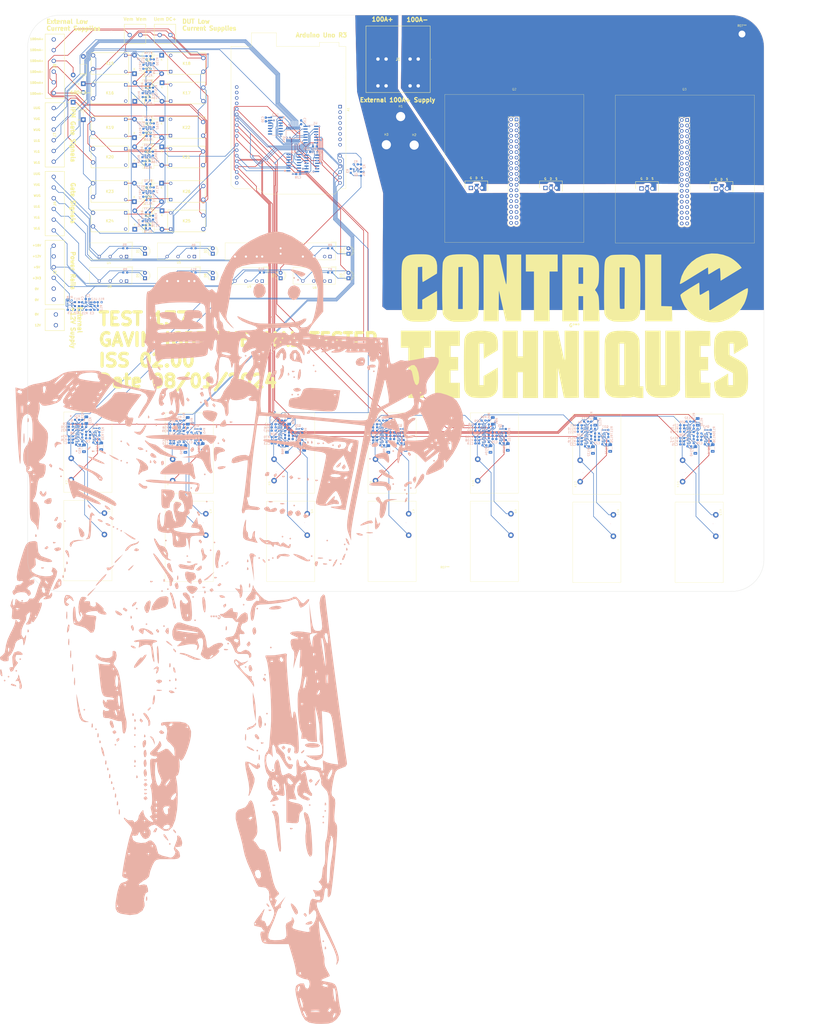
<source format=kicad_pcb>
(kicad_pcb (version 20221018) (generator pcbnew)
  (layers (0 "F.Cu" signal) (1 "In1.Cu" signal) (2 "In2.Cu" signal) (31 "B.Cu" signal) (34 "B.Paste" user) (35 "F.Paste" user) (36 "B.SilkS" user "B.Silkscreen") (37 "F.SilkS" user "F.Silkscreen") (38 "B.Mask" user) (39 "F.Mask" user) (44 "Edge.Cuts" user))
  (net 0 "")
  (net 6 "GND")
  (net 8 "/Power/RESET")
  (net 9 "/High Current Switch/Trig")
  (net 10 "/DC+Pos")
  (net 11 "/DC+Neg")
  (net 12 "/UPos")
  (net 13 "/UNeg")
  (net 16 "/VemPos")
  (net 17 "/VemNeg")
  (net 18 "/WemPos")
  (net 19 "/WemNeg")
  (net 20 "/CurrPos")
  (net 21 "/CurrNeg")
  (net 22 "/VPos")
  (net 23 "/VNeg")
  (net 24 "/WPos")
  (net 25 "/WNeg")
  (net 26 "/UemNeg")
  (net 27 "/UemPos")
  (net 31 "Net-(Q8B-E2)")
  (net 32 "Net-(Q7B-C2)")
  (net 33 "Net-(Q10B-E2)")
  (net 34 "Net-(Q13B-E2)")
  (net 35 "Net-(Q12B-C2)")
  (net 36 "Net-(Q15B-E2)")
  (net 37 "Net-(Q18B-E2)")
  (net 38 "Net-(Q17B-C2)")
  (net 39 "Net-(Q20B-E2)")
  (net 40 "Net-(Q23B-E2)")
  (net 41 "Net-(Q22B-C2)")
  (net 42 "Net-(Q25B-E2)")
  (net 43 "Net-(Q30B-E2)")
  (net 44 "Net-(Q28A-E1)")
  (net 45 "Net-(Q28B-E2)")
  (net 46 "Net-(Q30A-E1)")
  (net 47 "Net-(Q43B-E2)")
  (net 48 "/Low Current/DC+")
  (net 49 "Net-(D11-A)")
  (net 50 "Net-(D9-A)")
  (net 51 "+12V")
  (net 52 "/Low Current/Uemitter")
  (net 53 "Net-(D10-A)")
  (net 54 "/Low Current/S1_GND")
  (net 55 "Net-(D12-A)")
  (net 56 "Net-(D13-A)")
  (net 57 "Net-(D16-A)")
  (net 58 "Net-(D14-A)")
  (net 59 "/Low Current/Vemitter")
  (net 60 "Net-(D15-A)")
  (net 61 "/Low Current/S2_GND")
  (net 62 "Net-(D17-A)")
  (net 63 "Net-(D18-A)")
  (net 64 "/Low Current/V Low Current Driver Sig/LowCurrSig")
  (net 65 "Net-(D19-A)")
  (net 66 "/Low Current/Wemitter")
  (net 67 "Net-(D20-A)")
  (net 68 "/Low Current/S3_GND")
  (net 69 "/Low Current/W Low Current Driver Sig/LowCurrSig")
  (net 70 "/Low Current/U Low Current Driver Sig/LowCurrSig")
  (net 71 "Net-(Q1A-B1)")
  (net 72 "Net-(Q1B-C2)")
  (net 73 "Net-(Q1A-C1)")
  (net 74 "/High Current Switch/100A+")
  (net 75 "/High Current Switch/100A-")
  (net 76 "+3V3")
  (net 77 "Net-(Q6A-B1)")
  (net 78 "Net-(Q6B-C2)")
  (net 79 "Net-(Q6A-C1)")
  (net 80 "+16V")
  (net 81 "Net-(Q7A-B1)")
  (net 82 "Net-(Q7B-B2)")
  (net 83 "Net-(Q7A-C1)")
  (net 84 "Net-(Q8A-B1)")
  (net 85 "Net-(Q8B-B2)")
  (net 86 "Net-(U14-D3)")
  (net 87 "Net-(Q9A-B1)")
  (net 88 "Net-(Q9B-B2)")
  (net 89 "Net-(Q9A-C1)")
  (net 90 "Net-(Q10B-B2)")
  (net 91 "Net-(U14-D4)")
  (net 92 "Net-(Q11A-B1)")
  (net 93 "Net-(Q11B-B2)")
  (net 94 "Net-(Q11A-C1)")
  (net 95 "Net-(U14-D5)")
  (net 96 "Net-(Q12A-B1)")
  (net 97 "Net-(Q12B-B2)")
  (net 98 "Net-(Q12A-C1)")
  (net 99 "Net-(Q13A-B1)")
  (net 100 "Net-(Q13B-B2)")
  (net 101 "Net-(U14-D0)")
  (net 102 "Net-(Q14A-B1)")
  (net 103 "Net-(Q14B-B2)")
  (net 104 "Net-(Q14A-C1)")
  (net 105 "Net-(Q15B-B2)")
  (net 106 "Net-(U14-D1)")
  (net 107 "Net-(Q16A-B1)")
  (net 108 "Net-(Q16B-B2)")
  (net 109 "Net-(Q16A-C1)")
  (net 110 "Net-(U14-D2)")
  (net 111 "Net-(Q17A-B1)")
  (net 112 "Net-(Q17B-B2)")
  (net 113 "Net-(Q17A-C1)")
  (net 114 "Net-(Q18A-B1)")
  (net 115 "Net-(Q18B-B2)")
  (net 116 "Net-(U13-Pad3)")
  (net 117 "Net-(Q19A-B1)")
  (net 118 "Net-(Q19B-B2)")
  (net 119 "Net-(Q19A-C1)")
  (net 120 "Net-(Q20B-B2)")
  (net 121 "Latch Enable")
  (net 122 "Net-(Q21A-B1)")
  (net 123 "Net-(Q21B-B2)")
  (net 124 "Net-(Q21A-C1)")
  (net 126 "Net-(Q22A-B1)")
  (net 127 "Net-(Q22B-B2)")
  (net 128 "Net-(Q22A-C1)")
  (net 129 "Net-(Q23A-B1)")
  (net 130 "Net-(Q23B-B2)")
  (net 132 "Net-(Q24A-B1)")
  (net 133 "Net-(Q24B-B2)")
  (net 134 "Net-(Q24A-C1)")
  (net 135 "Net-(Q25B-B2)")
  (net 137 "Net-(Q26A-B1)")
  (net 138 "Net-(Q26B-B2)")
  (net 139 "Net-(Q26A-C1)")
  (net 140 "Net-(Q27A-B1)")
  (net 141 "Net-(Q27B-B2)")
  (net 142 "Net-(Q28A-B1)")
  (net 143 "Net-(Q28B-B2)")
  (net 145 "Net-(Q29A-B1)")
  (net 146 "Net-(Q29B-B2)")
  (net 147 "Net-(Q29A-C1)")
  (net 148 "Net-(Q30A-B1)")
  (net 149 "Net-(Q30B-B2)")
  (net 150 "Net-(Q31A-B1)")
  (net 151 "Net-(Q31B-B2)")
  (net 152 "Net-(Q32A-B1)")
  (net 153 "Net-(Q32B-B2)")
  (net 154 "Net-(Q33A-B1)")
  (net 155 "Net-(Q33B-B2)")
  (net 156 "Net-(Q33A-C1)")
  (net 157 "Net-(Q34A-B1)")
  (net 158 "Net-(Q34B-B2)")
  (net 159 "Net-(Q34A-C1)")
  (net 160 "Net-(Q35A-B1)")
  (net 161 "Net-(Q35B-B2)")
  (net 162 "Net-(Q35A-C1)")
  (net 163 "Net-(Q36A-B1)")
  (net 164 "Net-(Q36B-B2)")
  (net 165 "Net-(Q37B-B2)")
  (net 166 "Net-(Q38A-B1)")
  (net 167 "Net-(Q38A-C1)")
  (net 168 "Net-(Q39A-B1)")
  (net 169 "Net-(Q39A-C1)")
  (net 170 "Net-(Q40A-B1)")
  (net 171 "Net-(Q40B-B2)")
  (net 172 "Net-(Q42A-B1)")
  (net 173 "Net-(Q42B-B2)")
  (net 174 "Net-(Q42A-C1)")
  (net 175 "Net-(Q43B-B2)")
  (net 176 "Net-(Q44A-B1)")
  (net 177 "Net-(Q44B-B2)")
  (net 178 "Net-(Q44A-C1)")
  (net 179 "Net-(Q41A-B1)")
  (net 180 "Net-(Q41B-B2)")
  (net 181 "/IPM Logic/ULGate")
  (net 182 "/IPM Logic/VLGate")
  (net 183 "Net-(U1-Pad8)")
  (net 184 "Net-(U1-Pad11)")
  (net 185 "/IPM Logic/WLGate")
  (net 187 "Net-(U2-Pad8)")
  (net 188 "Net-(U2-Pad11)")
  (net 189 "Net-(U4--Vout)")
  (net 190 "/DC Supplies/UUG")
  (net 191 "Net-(U5--Vout)")
  (net 192 "/DC Supplies/VUG")
  (net 193 "Net-(U6--Vout)")
  (net 194 "+5V")
  (net 195 "Net-(U7--Vout)")
  (net 196 "/DC Supplies/ULG")
  (net 197 "Net-(U8--Vout)")
  (net 198 "/DC Supplies/VLG")
  (net 199 "Net-(U9--Vout)")
  (net 200 "Net-(U10--Vout)")
  (net 201 "/DC Supplies/WUG")
  (net 202 "Net-(U11--Vout)")
  (net 203 "/DC Supplies/WLG")
  (net 204 "Net-(U12-+)")
  (net 205 "Net-(U12--)")
  (net 206 "Net-(C4-Pad1)")
  (net 207 "Net-(C3-Pad1)")
  (net 208 "Net-(D1-K)")
  (net 209 "Net-(D2-K)")
  (net 210 "Net-(D3-K)")
  (net 211 "Net-(D4-K)")
  (net 212 "Net-(D5-K)")
  (net 213 "Net-(D6-K)")
  (net 214 "Net-(D7-K)")
  (net 215 "Net-(D8-K)")
  (net 216 "Net-(R146-Pad2)")
  (net 217 "Net-(R147-Pad2)")
  (net 218 "Net-(R152-Pad2)")
  (net 219 "Net-(R153-Pad2)")
  (net 220 "Net-(R158-Pad2)")
  (net 221 "Net-(R159-Pad2)")
  (net 222 "Net-(R164-Pad2)")
  (net 223 "Net-(R165-Pad2)")
  (net 224 "Net-(R170-Pad2)")
  (net 225 "Net-(R171-Pad2)")
  (net 226 "Net-(R176-Pad2)")
  (net 227 "Net-(R177-Pad2)")
  (net 228 "/IPM Logic/UUGate")
  (net 229 "/IPM Logic/VUGate")
  (net 231 "/IPM Logic/WUGate")
  (net 232 "/Low Current/S1_100mA+")
  (net 233 "/Low Current/S2_100mA+")
  (net 234 "/Low Current/S3_100mA+")
  (net 235 "Net-(Q36B-E2)")
  (net 236 "Net-(Q37B-E2)")
  (net 237 "Net-(Q35B-C2)")
  (net 238 "Net-(Q4A-B1)")
  (net 239 "Net-(Q4B-B2)")
  (net 240 "Net-(Q4A-C1)")
  (net 241 "Net-(Q38B-B2)")
  (net 242 "Net-(Q39B-B2)")
  (net 243 "Net-(Q45A-B1)")
  (net 244 "Net-(Q45B-B2)")
  (net 245 "Net-(Q34B-C2)")
  (net 246 "Net-(Q5B-B2)")
  (footprint "CustomPads:G9TB" (layer "F.Cu") (at 290.259523 273.84738 180)
    (fp_text reference "K8")
    (fp_text value "G9TB-U1ATH-E")
  )
  (footprint "CustomPads:G9TB" (layer "F.Cu") (at 148.19381 273.42 180)
    (fp_text reference "K2")
    (fp_text value "G9TB-U1ATH-E")
  )
  (footprint "ImportedParts:HF32FAG012HSL1" (layer "F.Cu") (at 186.09 111.791752)
    (fp_text reference "K22")
    (fp_text value "Relay_SPST-NO" hide)
  )
  (footprint "ImportedParts:TB00150006BE" (layer "F.Cu") (at 131.58 130.98 -90)
    (fp_text reference "J4")
    (fp_text value "Conn_01x06_Socket" hide)
  )
  (footprint "CustomPads:G9TB" (layer "F.Cu") (at 288.859523 286.98738)
    (fp_text reference "K7")
    (fp_text value "G9TB-U1ATH-E")
  )
  (footprint "CustomPads:G9TB" (layer "F.Cu") (at 241.504286 286.98738)
    (fp_text reference "K5")
    (fp_text value "G9TB-U1ATH-E")
  )
  (footprint "ImportedParts:HF32FAG012HSL1" (layer "F.Cu") (at 165.1575 147.77 180)
    (fp_text reference "K24")
    (fp_text value "Relay_SPST-NO" hide)
  )
  (footprint "Diode_THT:D_DO-41_SOD81_P12.70mm_Horizontal" (layer "F.Cu") (at 145.4 104.33 90)
    (fp_text reference "D25")
    (fp_text value "D")
  )
  (footprint "ImportedParts:HF32FAG012HSL1" (layer "F.Cu") (at 165.1975 74.34 180)
    (fp_text reference "K15")
    (fp_text value "Relay_SPST-NO" hide)
  )
  (footprint "CustomPads:G9TB" (layer "F.Cu") (at 195.549049 273.847381 180)
    (fp_text reference "K4")
    (fp_text value "G9TB-U1ATH-E")
  )
  (footprint "MountingHole:MountingHole_3.2mm_M3_ISO7380" (layer "F.Cu") (at 452.91 64.4)
    (fp_text reference "REF**")
    (fp_text value "MountingHole_3.2mm_M3_ISO7380")
  )
  (footprint "Diode_THT:D_DO-41_SOD81_P12.70mm_Horizontal" (layer "F.Cu") (at 169.26869 82.889999)
    (fp_text reference "D10")
    (fp_text value "D")
  )
  (footprint "ImportedParts:TB003-500-P02BE" (layer "F.Cu") (at 181.04 64.86)
    (fp_text reference "J5" hide)
    (fp_text value "Conn_01x06_Socket" hide)
  )
  (footprint "MountingHole:MountingHole_3.2mm_M3_ISO7380" (layer "F.Cu") (at 129.29 313.69)
    (fp_text reference "REF**" hide)
    (fp_text value "MountingHole_3.2mm_M3_ISO7380")
  )
  (footprint "ImportedParts:HF32FAG012HSL1" (layer "F.Cu") (at 186.191191 155.381751)
    (fp_text reference "K25")
    (fp_text value "Relay_SPST-NO" hide)
  )
  (footprint "ImportedParts:HF32FAG012HSL1" (layer "F.Cu") (at 165.1575 134.02 180)
    (fp_text reference "K23")
    (fp_text value "Relay_SPST-NO" hide)
  )
  (footprint "CustomPads:G9TB" (layer "F.Cu") (at 194.149049 286.987381)
    (fp_text reference "K3")
    (fp_text value "G9TB-U1ATH-E")
  )
  (footprint "MountingHole:MountingHole_3.2mm_M3_ISO7380" (layer "F.Cu") (at 314.24 316.99)
    (fp_text reference "REF**")
    (fp_text value "MountingHole_3.2mm_M3_ISO7380")
  )
  (footprint "LED_THT:LED_D4.0mm" (layer "F.Cu") (at 174.176428 178.3025 90)
    (fp_text reference "D5")
    (fp_text value "LED")
  )
  (footprint "CustomPads:G9TB" (layer "F.Cu") (at 384.412377 287.463571)
    (fp_text reference "K11")
    (fp_text value "G9TB-U1ATH-E")
  )
  (footprint "LED_THT:LED_D4.0mm" (layer "F.Cu") (at 205.844284 166.8725 90)
    (fp_text reference "D2")
    (fp_text value "LED")
  )
  (footprint "LED_THT:LED_D4.0mm" (layer "F.Cu") (at 205.844284 178.3025 90)
    (fp_text reference "D8")
    (fp_text value "LED")
  )
  (footprint "Diode_THT:D_DO-41_SOD81_P12.70mm_Horizontal" (layer "F.Cu") (at 140.65 96.21 90)
    (fp_text reference "D24" hide)
    (fp_text value "D")
  )
  (footprint "CustomPads:G9TB" (layer "F.Cu") (at 385.812377 274.323571 180)
    (fp_text reference "K12")
    (fp_text value "G9TB-U1ATH-E")
  )
  (footprint "Diode_THT:D_DO-41_SOD81_P12.70mm_Horizontal" (layer "F.Cu") (at 182.120001 146.831752 180)
    (fp_text reference "D20")
    (fp_text value "D")
  )
  (footprint "LED_THT:LED_D4.0mm" (layer "F.Cu") (at 269.18 178.3025 90)
    (fp_text reference "D3")
    (fp_text value "LED")
  )
  (footprint "ImportedParts:TB003-500-P02BE" (layer "F.Cu") (at 132.58 200.2 90)
    (fp_text reference "J3" hide)
    (fp_text value "Conn_01x06_Socket" hide)
  )
  (footprint "Converter_DCDC:Converter_DCDC_TRACO_TBA2-xxxx_Single_THT" (layer "F.Cu") (at 165.58 168.19 -90)
    (fp_text reference "U4")
    (fp_text value "TBA2-1213")
  )
  (footprint "Diode_THT:D_DO-41_SOD81_P12.70mm_Horizontal" (layer "F.Cu") (at 182.01881 116.991752 180)
    (fp_text reference "D16")
    (fp_text value "D")
  )
  (footprint "Converter_DCDC:Converter_DCDC_TRACO_TBA2-xxxx_Single_THT" (layer "F.Cu") (at 197.247856 168.19 -90)
    (fp_text reference "U5")
    (fp_text value "TBA2-1213")
  )
  (footprint "Diode_THT:D_DO-41_SOD81_P12.70mm_Horizontal" (layer "F.Cu") (at 181.96869 74.270001 180)
    (fp_text reference "D9")
    (fp_text value "D")
  )
  (footprint "ImportedParts:HF32FAG012HSL1" (layer "F.Cu") (at 165.1975 104.179999 180)
    (fp_text reference "K19")
    (fp_text value "Relay_SPST-NO" hide)
  )
  (footprint "MountingHole:MountingHole_4.3mm_M4_DIN965_Pad" (layer "F.Cu") (at 299.87 116.2)
    (fp_text reference "H2")
    (fp_text value "MountingHole_Pad_Cust")
  )
  (footprint "LED_THT:LED_D4.0mm" (layer "F.Cu") (at 237.51214 178.3025 90)
    (fp_text reference "D6")
    (fp_text value "LED")
  )
  (footprint "CustomPads:G9TB" (layer "F.Cu") (at 336.58095 286.98738)
    (fp_text reference "K9")
    (fp_text value "G9TB-U1ATH-E")
  )
  (footprint "CustomPads:G9TB" (layer "F.Cu") (at 337.98095 273.84738 180)
    (fp_text reference "K10")
    (fp_text value "G9TB-U1ATH-E")
  )
  (footprint "MountingHole:MountingHole_3.2mm_M3_ISO7380" (layer "F.Cu") (at 452.91 313.69)
    (fp_text reference "REF**" hide)
    (fp_text value "MountingHole_3.2mm_M3_ISO7380")
  )
  (footprint "ImportedParts:1932588" (layer "F.Cu") (at 301.75 76.07 180)
    (fp_text reference "J1")
    (fp_text value "Conn_01x02_Socket" hide)
  )
  (footprint "ImportedParts:HF32FAG012HSL1" (layer "F.Cu") (at 186.191191 141.631752)
    (fp_text reference "K26")
    (fp_text value "Relay_SPST-NO" hide)
  )
  (footprint "Converter_DCDC:Converter_DCDC_TRACO_TBA2-xxxx_Single_THT" (layer "F.Cu") (at 260.583568 179.62 -90)
    (fp_text reference "U6")
    (fp_text value "TBA2-1211")
  )
  (footprint "ImportedParts:HF32FAG012HSL1" (layer "F.Cu") (at 165.1975 117.929998 180)
    (fp_text reference "K20")
    (fp_text value "Relay_SPST-NO" hide)
  )
  (footprint "CustomPads:G9TB" (layer "F.Cu") (at 242.904286 273.84738 180)
    (fp_text reference "K6")
    (fp_text value "G9TB-U1ATH-E")
  )
  (footprint "Diode_THT:D_DO-41_SOD81_P12.70mm_Horizontal" (layer "F.Cu") (at 169.22869 142.57)
    (fp_text reference "D18")
    (fp_text value "D")
  )
  (footprint "Diode_THT:D_DO-41_SOD81_P12.70mm_Horizontal" (layer "F.Cu") (at 181.92869 133.95 180)
    (fp_text reference "D17")
    (fp_text value "D")
  )
  (footprint "Converter_DCDC:Converter_DCDC_TRACO_TBA2-xxxx_Single_THT" (layer "F.Cu") (at 260.583568 168.19 -90)
    (fp_text reference "U7")
    (fp_text value "TBA2-1213")
  )
  (footprint "ImportedParts:TB00150006BE" (layer "F.Cu") (at 131.58 163.12 -90)
    (fp_text reference "J2")
    (fp_text value "Conn_01x06_Socket" hide)
  )
  (footprint "Converter_DCDC:Converter_DCDC_TRACO_TBA2-xxxx_Single_THT" (layer "F.Cu") (at 228.915712 168.19 -90)
    (fp_text reference "U10")
    (fp_text value "TBA2-1213")
  )
  (footprint "LED_THT:LED_D4.0mm" (layer "F.Cu") (at 237.51214 166.8725 90)
    (fp_text reference "D7")
    (fp_text value "LED")
  )
  (footprint "ImportedParts:HF32FAG012HSL1" (layer "F.Cu") (at 186.191191 81.951752)
    (fp_text reference "K18")
    (fp_text value "Relay_SPST-NO" hide)
  )
  (footprint "CustomPads:MOSFETConstruct" (layer "F.Cu") (at 426.055 127.3275)
    (fp_text reference "Q3")
    (fp_text value "IRLB8314PBF")
  )
  (footprint "MountingHole:MountingHole_3.2mm_M3_ISO7380" (layer "F.Cu") (at 158.5 64.4)
    (fp_text reference "REF**" hide)
    (fp_text value "MountingHole_3.2mm_M3_ISO7380")
  )
  (footprint "ImportedParts:HF32FAG012HSL1" (layer "F.Cu") (at 165.1975 88.089999 180)
    (fp_text reference "K16")
    (fp_text value "Relay_SPST-NO" hide)
  )
  (footprint "Diode_THT:D_DO-41_SOD81_P12.70mm_Horizontal" (layer "F.Cu") (at 169.31881 125.61175)
    (fp_text reference "D15")
    (fp_text value "D")
  )
  (footprint "Converter_DCDC:Converter_DCDC_TRACO_TBA2-xxxx_Single_THT" (layer "F.Cu") (at 165.58 179.62 -90)
    (fp_text reference "U8")
    (fp_text value "TBA2-1213")
  )
  (footprint "LED_THT:LED_D4.0mm" (layer "F.Cu") (at 269.18 166.8725 90)
    (fp_text reference "D4")
    (fp_text value "LED")
  )
  (footprint "CustomPads:MOSFETConstruct" (layer "F.Cu") (at 346.396665 127.0575)
    (fp_text reference "Q2")
    (fp_text value "IRLB8314PBF")
  )
  (footprint "Diode_THT:D_DO-41_SOD81_P12.70mm_Horizontal" (layer "F.Cu") (at 169.26869 112.729998)
    (fp_text reference "D14")
    (fp_text value "D")
  )
  (footprint "CustomPads:G9TB" (layer "F.Cu") (at 433.643809 274.32 180)
    (fp_text reference "K14")
    (fp_text value "G9TB-U1ATH-E")
  )
  (footprint "ImportedParts:HF32FAG012HSL1" (layer "F.Cu") (at 186.191191 95.701751)
    (fp_text reference "K17")
    (fp_text value "Relay_SPST-NO" hide)
  )
  (footprint "Converter_DCDC:Converter_DCDC_TRACO_TBA2-xxxx_Single_THT" (layer "F.Cu") (at 197.247856 179.62 -90)
    (fp_text reference "U11")
    (fp_text value "TBA2-1213")
  )
  (footprint "Module:Arduino_UNO_R3_WithMountingHoles" (layer "F.Cu") (at 265.27381 98.275 -90)
    (fp_text reference "A1")
    (fp_text value "Arduino_UNO_R3")
  )
  (footprint "CustomPads:G9TB" (layer "F.Cu") (at 146.79381 286.67)
    (fp_text reference "K1")
    (fp_text value "G9TB-U1ATH-E")
  )
  (footprint "Converter_DCDC:Converter_DCDC_TRACO_TBA2-xxxx_Single_THT" (layer "F.Cu") (at 228.915712 179.62 -90)
    (fp_text reference "U9")
    (fp_text value "TBA2-1213")
  )
  (footprint "MountingHole:MountingHole_4.3mm_M4_DIN965_Pad" (layer "F.Cu") (at 293.54 102.88)
    (fp_text reference "H1")
    (fp_text value "MountingHole_Pad_Cust")
  )
  (footprint "Diode_THT:D_DO-41_SOD81_P12.70mm_Horizontal" (layer "F.Cu") (at 169.420001 155.45175)
    (fp_text reference "D19")
    (fp_text value "D")
  )
  (footprint "ImportedParts:HF32FAG012HSL1" (layer "F.Cu") (at 186.09 125.541751)
    (fp_text reference "K21")
    (fp_text value "Relay_SPST-NO" hide)
  )
  (footprint "Diode_THT:D_DO-41_SOD81_P12.70mm_Horizontal" (layer "F.Cu") (at 182.120001 87.151752 180)
    (fp_text reference "D12")
    (fp_text value "D")
  )
  (footprint "ImportedParts:TB00150006BE" (layer "F.Cu") (at 131.58 98.93 -90)
    (fp_text reference "J7")
    (fp_text value "Conn_01x06_Socket" hide)
  )
  (footprint "CustomPads:Logo" (layer "F.Cu") (at 374.691538 200.289141)
    (fp_text reference "G***")
    (fp_text value "LOGO" hide)
  )
  (footprint "LED_THT:LED_D4.0mm" (layer "F.Cu") (at 174.176428 166.8725 90)
    (fp_text reference "D1")
    (fp_text value "LED")
  )
  (footprint "ImportedParts:TB00150006BE" (layer "F.Cu") (at 131.58 66.93 -90)
    (fp_text reference "J8")
    (fp_text value "Conn_01x06_Socket" hide)
  )
  (footprint "Diode_THT:D_DO-41_SOD81_P12.70mm_Horizontal" (layer "F.Cu") (at 181.96869 104.11 180)
    (fp_text reference "D13")
    (fp_text value "D")
  )
  (footprint "MountingHole:MountingHole_4.3mm_M4_DIN965_Pad" (layer "F.Cu") (at 286.87 116.03)
    (fp_text reference "H3")
    (fp_text value "MountingHole_Pad_Cust")
  )
  (footprint "MountingHole:MountingHole_3.2mm_M3_ISO7380" (layer "F.Cu") (at 273.75 144.4)
    (fp_text reference "REF**" hide)
    (fp_text value "MountingHole_3.2mm_M3_ISO7380")
  )
  (footprint "Diode_THT:D_DO-41_SOD81_P12.70mm_Horizontal" (layer "F.Cu") (at 145.4 87.57 90)
    (fp_text reference "D26" hide)
    (fp_text value "D")
  )
  (footprint "CustomPads:G9TB" (layer "F.Cu") (at 432.243809 287.46)
    (fp_text reference "K13")
    (fp_text value "G9TB-U1ATH-E")
  )
  (footprint "ImportedParts:TB003-500-P02BE" (layer "F.Cu") (at 167.04 64.86)
    (fp_text reference "J6" hide)
    (fp_text value "Conn_01x06_Socket" hide)
  )
  (footprint "Diode_THT:D_DO-41_SOD81_P12.70mm_Horizontal" (layer "F.Cu") (at 169.420001 95.77175)
    (fp_text reference "D11")
    (fp_text value "D")
  )
  (footprint "Resistor_SMD:R_0603_1608Metric_Pad0.98x0.95mm_HandSolder" (layer "B.Cu") (at 380.056068 245.113571)
    (fp_text reference "R114")
    (fp_text value "5k6")
  )
  (footprint "Package_TO_SOT_SMD:SOT-363_SC-70-6" (layer "B.Cu") (at 245.420477 252.88738 -90)
    (fp_text reference "Q21" hide)
    (fp_text value "BC846BDW1")
  )
  (footprint "Package_SO:SO-14_3.9x8.65mm_P1.27mm" (layer "B.Cu") (at 251.615 111.266)
    (fp_text reference "U1")
    (fp_text value "74HC32")
  )
  (footprint "Resistor_SMD:R_0603_1608Metric_Pad0.98x0.95mm_HandSolder" (layer "B.Cu") (at 200.247739 252.81488 -90)
    (fp_text reference "R48")
    (fp_text value "680")
  )
  (footprint "Resistor_SMD:R_0603_1608Metric_Pad0.98x0.95mm_HandSolder" (layer "B.Cu") (at 175.80869 134.37)
    (fp_text reference "R170")
    (fp_text value "120")
  )
  (footprint "Resistor_SMD:R_0603_1608Metric_Pad0.98x0.95mm_HandSolder" (layer "B.Cu") (at 194.985239 250.197381)
    (fp_text reference "R53" hide)
    (fp_text value "5k6")
  )
  (footprint "Package_SO:SO-14_3.9x8.65mm_P1.27mm" (layer "B.Cu") (at 243.635 124.37)
    (fp_text reference "U2")
    (fp_text value "74HC08")
  )
  (footprint "Resistor_SMD:R_0603_1608Metric_Pad0.98x0.95mm_HandSolder" (layer "B.Cu") (at 329.334641 253.87738 180)
    (fp_text reference "R108")
    (fp_text value "10k")
  )
  (footprint "Package_TO_SOT_SMD:SOT-363_SC-70-6" (layer "B.Cu") (at 142.64 250.18 -90)
    (fp_text reference "Q8")
    (fp_text value "BC856BDW1")
  )
  (footprint "Package_TO_SOT_SMD:SOT-363_SC-70-6" (layer "B.Cu") (at 198.065239 252.88738 -90)
    (fp_text reference "Q16" hide)
    (fp_text value "BC846BDW1")
  )
  (footprint "Resistor_SMD:R_0603_1608Metric_Pad0.98x0.95mm_HandSolder" (layer "B.Cu") (at 175.43881 123.661751 180)
    (fp_text reference "R166")
    (fp_text value "22k")
  )
  (footprint "Resistor_SMD:R_0603_1608Metric_Pad0.98x0.95mm_HandSolder" (layer "B.Cu") (at 377.183568 249.863571)
    (fp_text reference "R111")
    (fp_text value "5k6")
  )
  (footprint "Resistor_SMD:R_0603_1608Metric_Pad0.98x0.95mm_HandSolder" (layer "B.Cu") (at 438.3425 249.980001 -90)
    (fp_text reference "R135")
    (fp_text value "1k")
  )
  (footprint "Resistor_SMD:R_0603_1608Metric_Pad0.98x0.95mm_HandSolder" (layer "B.Cu") (at 142.44 189.465 180)
    (fp_text reference "R17")
    (fp_text value "1k8")
  )
  (footprint "Resistor_SMD:R_0603_1608Metric_Pad0.98x0.95mm_HandSolder" (layer "B.Cu") (at 175.540001 155.031751 180)
    (fp_text reference "R176")
    (fp_text value "120")
  )
  (footprint "Package_SO:SO-14_3.9x8.65mm_P1.27mm" (layer "B.Cu") (at 252.075 124.685001 180)
    (fp_text reference "U3")
    (fp_text value "74HC08")
  )
  (footprint "Resistor_SMD:R_0603_1608Metric_Pad0.98x0.95mm_HandSolder" (layer "B.Cu") (at 382.526068 250.921072 -90)
    (fp_text reference "R116" hide)
    (fp_text value "1k")
  )
  (footprint "Resistor_SMD:R_1206_3216Metric_Pad1.30x1.75mm_HandSolder" (layer "B.Cu") (at 439.2225 257.46 -90)
    (fp_text reference "R141")
    (fp_text value "560")
  )
  (footprint "Resistor_SMD:R_1206_3216Metric_Pad1.30x1.75mm_HandSolder" (layer "B.Cu") (at 288.853214 244.787381 -90)
    (fp_text reference "R76")
    (fp_text value "560")
  )
  (footprint "Resistor_SMD:R_0603_1608Metric_Pad0.98x0.95mm_HandSolder" (layer "B.Cu") (at 190.252739 256.227381 180)
    (fp_text reference "R47" hide)
    (fp_text value "5k6")
  )
  (footprint "Resistor_SMD:R_0603_1608Metric_Pad0.98x0.95mm_HandSolder" (layer "B.Cu") (at 247.602977 249.507381 -90)
    (fp_text reference "R63")
    (fp_text value "1k")
  )
  (footprint "Resistor_SMD:R_0603_1608Metric_Pad0.98x0.95mm_HandSolder" (layer "B.Cu") (at 275.05 129.5725 -90)
    (fp_text reference "R4")
    (fp_text value "4k7")
  )
  (footprint "Resistor_SMD:R_0603_1608Metric_Pad0.98x0.95mm_HandSolder" (layer "B.Cu") (at 175.540001 87.921751)
    (fp_text reference "R153")
    (fp_text value "120")
  )
  (footprint "Resistor_SMD:R_0603_1608Metric_Pad0.98x0.95mm_HandSolder" (layer "B.Cu") (at 245.702977 255.25738 180)
    (fp_text reference "R67" hide)
    (fp_text value "5k6")
  )
  (footprint "Capacitor_SMD:C_0603_1608Metric_Pad1.08x0.95mm_HandSolder" (layer "B.Cu") (at 247.12 105.5875 90)
    (fp_text reference "C31")
    (fp_text value "100n")
  )
  (footprint "Resistor_SMD:R_0603_1608Metric_Pad0.98x0.95mm_HandSolder" (layer "B.Cu") (at 286.963214 253.79988 -90)
    (fp_text reference "R82" hide)
    (fp_text value "680")
  )
  (footprint "Resistor_SMD:R_0603_1608Metric_Pad0.98x0.95mm_HandSolder" (layer "B.Cu") (at 175.80869 140.3 180)
    (fp_text reference "R173")
    (fp_text value "22k")
  )
  (footprint "Resistor_SMD:R_0603_1608Metric_Pad0.98x0.95mm_HandSolder" (layer "B.Cu") (at 332.224641 244.63738)
    (fp_text reference "R96")
    (fp_text value "5k6")
  )
  (footprint "Resistor_SMD:R_0603_1608Metric_Pad0.98x0.95mm_HandSolder" (layer "B.Cu") (at 196.859166 164.31 180)
    (fp_text reference "R6")
    (fp_text value "1k")
  )
  (footprint "Resistor_SMD:R_0603_1608Metric_Pad0.98x0.95mm_HandSolder" (layer "B.Cu") (at 142.4175 191.305 180)
    (fp_text reference "R16" hide)
    (fp_text value "120")
  )
  (footprint "Package_TO_SOT_SMD:SOT-363_SC-70-6" (layer "B.Cu") (at 332.427141 250.497381 -90)
    (fp_text reference "Q28")
    (fp_text value "BC856BDW1")
  )
  (footprint "Package_TO_SOT_SMD:SOT-363_SC-70-6" (layer "B.Cu") (at 237.350477 247.23738 90)
    (fp_text reference "Q17")
    (fp_text value "BC846BDW1")
  )
  (footprint "Resistor_SMD:R_0603_1608Metric_Pad0.98x0.95mm_HandSolder" (layer "B.Cu") (at 139.565 249.07)
    (fp_text reference "R21")
    (fp_text value "5k6")
  )
  (footprint "Capacitor_SMD:C_0603_1608Metric_Pad1.08x0.95mm_HandSolder" (layer "B.Cu") (at 147.39 187.975)
    (fp_text reference "C2")
    (fp_text value "100n")
  )
  (footprint "Resistor_SMD:R_0603_1608Metric_Pad0.98x0.95mm_HandSolder" (layer "B.Cu") (at 144.9075 245.25 90)
    (fp_text reference "R23")
    (fp_text value "680")
  )
  (footprint "Resistor_SMD:R_0603_1608Metric_Pad0.98x0.95mm_HandSolder" (layer "B.Cu") (at 139.5575 247.55 180)
    (fp_text reference "R20")
    (fp_text value "10k")
  )
  (footprint "Capacitor_SMD:C_0603_1608Metric_Pad1.08x0.95mm_HandSolder" (layer "B.Cu") (at 186.912738 246.387381)
    (fp_text reference "C9")
    (fp_text value "100n")
  )
  (footprint "Resistor_SMD:R_0603_1608Metric_Pad0.98x0.95mm_HandSolder" (layer "B.Cu") (at 177.960001 150.029251 -90)
    (fp_text reference "R181")
    (fp_text value "120")
  )
  (footprint "Package_TO_SOT_SMD:SOT-363_SC-70-6" (layer "B.Cu") (at 388.328568 253.363571 -90)
    (fp_text reference "Q39" hide)
    (fp_text value "BC846BDW1")
  )
  (footprint "Resistor_SMD:R_0603_1608Metric_Pad0.98x0.95mm_HandSolder" (layer "B.Cu") (at 424.9975 252.85)
    (fp_text reference "R142")
    (fp_text value "5k6")
  )
  (footprint "Resistor_SMD:R_1206_3216Metric_Pad1.30x1.75mm_HandSolder" (layer "B.Cu") (at 194.142739 244.787381 -90)
    (fp_text reference "R40")
    (fp_text value "560")
  )
  (footprint "Resistor_SMD:R_0603_1608Metric_Pad0.98x0.95mm_HandSolder" (layer "B.Cu") (at 237.607976 256.22738 180)
    (fp_text reference "R65" hide)
    (fp_text value "5k6")
  )
  (footprint "Package_TO_SOT_SMD:SOT-363_SC-70-6" (layer "B.Cu") (at 380.258568 247.713571 90)
    (fp_text reference "Q4")
    (fp_text value "BC846BDW1")
  )
  (footprint "Resistor_SMD:R_1206_3216Metric_Pad1.30x1.75mm_HandSolder" (layer "B.Cu") (at 384.406068 245.263572 -90)
    (fp_text reference "R112")
    (fp_text value "560")
  )
  (footprint "Resistor_SMD:R_0603_1608Metric_Pad0.98x0.95mm_HandSolder" (layer "B.Cu") (at 240.535477 247.987381 180)
    (fp_text reference "R61" hide)
    (fp_text value "1k")
  )
  (footprint "Resistor_SMD:R_0603_1608Metric_Pad0.98x0.95mm_HandSolder" (layer "B.Cu") (at 329.344641 247.86738 180)
    (fp_text reference "R92")
    (fp_text value "10k")
  )
  (footprint "Package_TO_SOT_SMD:SOT-363_SC-70-6" (layer "B.Cu") (at 142.64 246.92 90)
    (fp_text reference "Q7")
    (fp_text value "BC846BDW1")
  )
  (footprint "Capacitor_SMD:C_0603_1608Metric_Pad1.08x0.95mm_HandSolder" (layer "B.Cu") (at 234.260476 255.33738)
    (fp_text reference "C13")
    (fp_text value "100n")
  )
  (footprint "Resistor_SMD:R_0603_1608Metric_Pad0.98x0.95mm_HandSolder" (layer "B.Cu") (at 177.85881 120.189251 -90)
    (fp_text reference "R169")
    (fp_text value "120")
  )
  (footprint "Capacitor_SMD:C_0603_1608Metric_Pad1.08x0.95mm_HandSolder" (layer "B.Cu") (at 329.344641 246.38738)
    (fp_text reference "C18")
    (fp_text value "100n")
  )
  (footprint "Capacitor_SMD:C_0603_1608Metric_Pad1.08x0.95mm_HandSolder" (layer "B.Cu") (at 385.191068 253.773571)
    (fp_text reference "C23")
    (fp_text value "100n")
  )
  (footprint "Capacitor_SMD:C_0603_1608Metric_Pad1.08x0.95mm_HandSolder" (layer "B.Cu") (at 149.71 193.035)
    (fp_text reference "C3")
    (fp_text value "220p")
  )
  (footprint "Resistor_SMD:R_0603_1608Metric_Pad0.98x0.95mm_HandSolder" (layer "B.Cu") (at 242.340477 250.197381)
    (fp_text reference "R71" hide)
    (fp_text value "5k6")
  )
  (footprint "Resistor_SMD:R_0603_1608Metric_Pad0.98x0.95mm_HandSolder" (layer "B.Cu") (at 337.389641 251.697381 180)
    (fp_text reference "R109" hide)
    (fp_text value "10k")
  )
  (footprint "Resistor_SMD:R_0603_1608Metric_Pad0.98x0.95mm_HandSolder" (layer "B.Cu") (at 150.9925 254.94 180)
    (fp_text reference "R31" hide)
    (fp_text value "5k6")
  )
  (footprint "Resistor_SMD:R_1206_3216Metric_Pad1.30x1.75mm_HandSolder" (layer "B.Cu") (at 391.391068 257.463571 -90)
    (fp_text reference "R123")
    (fp_text value "560")
  )
  (footprint "Resistor_SMD:R_1206_3216Metric_Pad1.30x1.75mm_HandSolder" (layer "B.Cu") (at 248.482977 256.98738 -90)
    (fp_text reference "R69")
    (fp_text value "560")
  )
  (footprint "Resistor_SMD:R_0603_1608Metric_Pad0.98x0.95mm_HandSolder" (layer "B.Cu") (at 152.14 192.115 -90)
    (fp_text reference "R12")
    (fp_text value "1k8")
  )
  (footprint "Resistor_SMD:R_0603_1608Metric_Pad0.98x0.95mm_HandSolder" (layer "B.Cu") (at 164.9625 164.31 180)
    (fp_text reference "R5")
    (fp_text value "1k")
  )
  (footprint "Resistor_SMD:R_0603_1608Metric_Pad0.98x0.95mm_HandSolder" (layer "B.Cu") (at 424.9975 254.35 180)
    (fp_text reference "R144")
    (fp_text value "10k")
  )
  (footprint "Resistor_SMD:R_1206_3216Metric_Pad1.30x1.75mm_HandSolder" (layer "B.Cu") (at 240.417976 257.92738 -90)
    (fp_text reference "R68")
    (fp_text value "560")
  )
  (footprint "Resistor_SMD:R_0603_1608Metric_Pad0.98x0.95mm_HandSolder" (layer "B.Cu") (at 189.792738 244.637381)
    (fp_text reference "R42")
    (fp_text value "5k6")
  )
  (footprint "Resistor_SMD:R_0603_1608Metric_Pad0.98x0.95mm_HandSolder" (layer "B.Cu") (at 329.352141 249.38738)
    (fp_text reference "R93")
    (fp_text value "5k6")
  )
  (footprint "Resistor_SMD:R_0603_1608Metric_Pad0.98x0.95mm_HandSolder" (layer "B.Cu") (at 142.4175 193.035)
    (fp_text reference "R19")
    (fp_text value "1k8")
  )
  (footprint "Package_TO_SOT_SMD:SOT-363_SC-70-6" (layer "B.Cu") (at 428.09 254.23 -90)
    (fp_text reference "Q42" hide)
    (fp_text value "BC846BDW1")
  )
  (footprint "Capacitor_SMD:C_0603_1608Metric_Pad1.08x0.95mm_HandSolder" (layer "B.Cu") (at 281.615713 255.33738)
    (fp_text reference "C16")
    (fp_text value "100n")
  )
  (footprint "Resistor_SMD:R_0603_1608Metric_Pad0.98x0.95mm_HandSolder" (layer "B.Cu") (at 260.6525 164.31 180)
    (fp_text reference "R8")
    (fp_text value "1k")
  )
  (footprint "Resistor_SMD:R_0603_1608Metric_Pad0.98x0.95mm_HandSolder" (layer "B.Cu") (at 272.59 125.17)
    (fp_text reference "R1")
    (fp_text value "10k")
  )
  (footprint "Resistor_SMD:R_0603_1608Metric_Pad0.98x0.95mm_HandSolder" (layer "B.Cu") (at 173.38869 139.3725 90)
    (fp_text reference "R175")
    (fp_text value "120")
  )
  (footprint "Package_TO_SOT_SMD:SOT-363_SC-70-6" (layer "B.Cu") (at 292.775714 252.88738 -90)
    (fp_text reference "Q26" hide)
    (fp_text value "BC846BDW1")
  )
  (footprint "Resistor_SMD:R_1206_3216Metric_Pad1.30x1.75mm_HandSolder" (layer "B.Cu") (at 431.157499 258.4 -90)
    (fp_text reference "R140")
    (fp_text value "560")
  )
  (footprint "Resistor_SMD:R_0603_1608Metric_Pad0.98x0.95mm_HandSolder" (layer "B.Cu") (at 186.920238 249.387381)
    (fp_text reference "R39")
    (fp_text value "5k6")
  )
  (footprint "Package_TO_SOT_SMD:SOT-363_SC-70-6" (layer "B.Cu") (at 340.497141 252.88738 -90)
    (fp_text reference "Q34" hide)
    (fp_text value "BC846BDW1")
  )
  (footprint "Resistor_SMD:R_0603_1608Metric_Pad0.98x0.95mm_HandSolder" (layer "B.Cu") (at 237.147977 244.63738)
    (fp_text reference "R60")
    (fp_text value "5k6")
  )
  (footprint "Resistor_SMD:R_0603_1608Metric_Pad0.98x0.95mm_HandSolder" (layer "B.Cu") (at 192.252739 253.79988 -90)
    (fp_text reference "R46" hide)
    (fp_text value "680")
  )
  (footprint "Resistor_SMD:R_0603_1608Metric_Pad0.98x0.95mm_HandSolder" (layer "B.Cu") (at 281.630714 249.38738)
    (fp_text reference "R75")
    (fp_text value "5k6")
  )
  (footprint "Resistor_SMD:R_0603_1608Metric_Pad0.98x0.95mm_HandSolder" (layer "B.Cu") (at 153.04 189.465 180)
    (fp_text reference "R11")
    (fp_text value "4k7")
  )
  (footprint "Package_TO_SOT_SMD:SOT-23-5" (layer "B.Cu") (at 147.79 190.435 180)
    (fp_text reference "U12")
    (fp_text value "LM321")
  )
  (footprint "Resistor_SMD:R_0603_1608Metric_Pad0.98x0.95mm_HandSolder" (layer "B.Cu") (at 289.668214 251.697381 180)
    (fp_text reference "R91" hide)
    (fp_text value "10k")
  )
  (footprint "Resistor_SMD:R_0603_1608Metric_Pad0.98x0.95mm_HandSolder" (layer "B.Cu") (at 239.617977 245.567381 90)
    (fp_text reference "R59")
    (fp_text value "680")
  )
  (footprint "Package_TO_SOT_SMD:SOT-363_SC-70-6" (layer "B.Cu") (at 428.09 250.970001 -90)
    (fp_text reference "Q36")
    (fp_text value "BC856BDW1")
  )
  (footprint "Resistor_SMD:R_0603_1608Metric_Pad0.98x0.95mm_HandSolder" (layer "B.Cu") (at 260.6525 175.63 180)
    (fp_text reference "R7")
    (fp_text value "1k")
  )
  (footprint "Capacitor_SMD:C_0603_1608Metric_Pad1.08x0.95mm_HandSolder" (layer "B.Cu") (at 377.168567 255.813571)
    (fp_text reference "C22")
    (fp_text value "100n")
  )
  (footprint "Capacitor_SMD:C_0603_1608Metric_Pad1.08x0.95mm_HandSolder" (layer "B.Cu") (at 139.55 255.02)
    (fp_text reference "C7")
    (fp_text value "100n")
  )
  (footprint "Package_TO_SOT_SMD:SOT-363_SC-70-6" (layer "B.Cu") (at 175.84869 78.46 180)
    (fp_text reference "Q31")
    (fp_text value "BC846BDW1")
  )
  (footprint "Package_TO_SOT_SMD:SOT-363_SC-70-6" (layer "B.Cu") (at 436.16 253.36 -90)
    (fp_text reference "Q44" hide)
    (fp_text value "BC846BDW1")
  )
  (footprint "Resistor_SMD:R_0603_1608Metric_Pad0.98x0.95mm_HandSolder" (layer "B.Cu") (at 284.963213 256.22738 180)
    (fp_text reference "R83" hide)
    (fp_text value "5k6")
  )
  (footprint "Resistor_SMD:R_0603_1608Metric_Pad0.98x0.95mm_HandSolder" (layer "B.Cu") (at 175.540001 93.821751 180)
    (fp_text reference "R154")
    (fp_text value "22k")
  )
  (footprint "Resistor_SMD:R_0603_1608Metric_Pad0.98x0.95mm_HandSolder" (layer "B.Cu") (at 173.090002 92.901751 90)
    (fp_text reference "R156")
    (fp_text value "120")
  )
  (footprint "Resistor_SMD:R_0603_1608Metric_Pad0.98x0.95mm_HandSolder" (layer "B.Cu") (at 247.602977 252.81488 -90)
    (fp_text reference "R66")
    (fp_text value "680")
  )
  (footprint "Resistor_SMD:R_0603_1608Metric_Pad0.98x0.95mm_HandSolder" (layer "B.Cu") (at 178.298689 77.14 -90)
    (fp_text reference "R150")
    (fp_text value "120")
  )
  (footprint "Package_TO_SOT_SMD:SOT-363_SC-70-6" (layer "B.Cu") (at 139.05 190.825 180)
    (fp_text reference "Q6" hide)
    (fp_text value "BC846BDW1")
  )
  (footprint "Resistor_SMD:R_0603_1608Metric_Pad0.98x0.95mm_HandSolder" (layer "B.Cu") (at 142.4375 244.32)
    (fp_text reference "R24")
    (fp_text value "5k6")
  )
  (footprint "Package_TO_SOT_SMD:SOT-363_SC-70-6" (layer "B.Cu") (at 189.995239 253.75738 -90)
    (fp_text reference "Q14" hide)
    (fp_text value "BC846BDW1")
  )
  (footprint "Package_TO_SOT_SMD:SOT-363_SC-70-6" (layer "B.Cu") (at 284.705714 247.23738 90)
    (fp_text reference "Q22")
    (fp_text value "BC846BDW1")
  )
  (footprint "Resistor_SMD:R_0603_1608Metric_Pad0.98x0.95mm_HandSolder" (layer "B.Cu") (at 145.825 247.67 180)
    (fp_text reference "R25" hide)
    (fp_text value "1k")
  )
  (footprint "Resistor_SMD:R_1206_3216Metric_Pad1.30x1.75mm_HandSolder" (layer "B.Cu") (at 295.838214 256.98738 -90)
    (fp_text reference "R87")
    (fp_text value "560")
  )
  (footprint "Resistor_SMD:R_0603_1608Metric_Pad0.98x0.95mm_HandSolder" (layer "B.Cu") (at 175.84869 74.69)
    (fp_text reference "R146")
    (fp_text value "120")
  )
  (footprint "Package_TO_SOT_SMD:SOT-363_SC-70-6" (layer "B.Cu") (at 175.84869 108.299999 180)
    (fp_text reference "Q27")
    (fp_text value "BC846BDW1")
  )
  (footprint "Resistor_SMD:R_0603_1608Metric_Pad0.98x0.95mm_HandSolder" (layer "B.Cu") (at 139.5475 252.06)
    (fp_text reference "R34")
    (fp_text value "5k6")
  )
  (footprint "Capacitor_SMD:C_0603_1608Metric_Pad1.08x0.95mm_HandSolder" (layer "B.Cu") (at 289.638214 253.29738)
    (fp_text reference "C17")
    (fp_text value "100n")
  )
  (footprint "Resistor_SMD:R_0603_1608Metric_Pad0.98x0.95mm_HandSolder" (layer "B.Cu") (at 175.80869 141.8 180)
    (fp_text reference "R171")
    (fp_text value "120")
  )
  (footprint "Resistor_SMD:R_0603_1608Metric_Pad0.98x0.95mm_HandSolder" (layer "B.Cu") (at 239.607977 253.79988 -90)
    (fp_text reference "R64" hide)
    (fp_text value "680")
  )
  (footprint "Resistor_SMD:R_0603_1608Metric_Pad0.98x0.95mm_HandSolder" (layer "B.Cu") (at 175.84869 104.529999)
    (fp_text reference "R158")
    (fp_text value "120")
  )
  (footprint "Capacitor_SMD:C_0603_1608Metric_Pad1.08x0.95mm_HandSolder" (layer "B.Cu") (at 250.43875 119.36)
    (fp_text reference "C29")
    (fp_text value "100n")
  )
  (footprint "Resistor_SMD:R_0603_1608Metric_Pad0.98x0.95mm_HandSolder" (layer "B.Cu") (at 433.08 250.670001)
    (fp_text reference "R143" hide)
    (fp_text value "5k6")
  )
  (footprint "Resistor_SMD:R_1206_3216Metric_Pad1.30x1.75mm_HandSolder" (layer "B.Cu") (at 146.7875 244.47 -90)
    (fp_text reference "R22")
    (fp_text value "560")
  )
  (footprint "Resistor_SMD:R_0603_1608Metric_Pad0.98x0.95mm_HandSolder" (layer "B.Cu") (at 186.902739 253.877381 180)
    (fp_text reference "R54")
    (fp_text value "10k")
  )
  (footprint "Resistor_SMD:R_0603_1608Metric_Pad0.98x0.95mm_HandSolder" (layer "B.Cu") (at 436.4425 255.73 180)
    (fp_text reference "R139" hide)
    (fp_text value "5k6")
  )
  (footprint "Resistor_SMD:R_0603_1608Metric_Pad0.98x0.95mm_HandSolder" (layer "B.Cu") (at 428.347499 256.7 180)
    (fp_text reference "R137" hide)
    (fp_text value "5k6")
  )
  (footprint "Resistor_SMD:R_0603_1608Metric_Pad0.98x0.95mm_HandSolder" (layer "B.Cu") (at 175.540001 89.421751)
    (fp_text reference "R155")
    (fp_text value "22k")
  )
  (footprint "Package_TO_SOT_SMD:SOT-363_SC-70-6" (layer "B.Cu") (at 175.43881 121.421751)
    (fp_text reference "Q40")
    (fp_text value "BC846BDW1")
  )
  (footprint "Resistor_SMD:R_0603_1608Metric_Pad0.98x0.95mm_HandSolder" (layer "B.Cu") (at 287.890714 247.987381 180)
    (fp_text reference "R79" hide)
    (fp_text value "1k")
  )
  (footprint "Resistor_SMD:R_0603_1608Metric_Pad0.98x0.95mm_HandSolder" (layer "B.Cu") (at 192.262739 250.444881 -90)
    (fp_text reference "R44" hide)
    (fp_text value "1k")
  )
  (footprint "Package_TO_SOT_SMD:SOT-363_SC-70-6" (layer "B.Cu") (at 340.527141 249.557381 -90)
    (fp_text reference "Q5")
    (fp_text value "BC856BDW1")
  )
  (footprint "ImportedParts:SOP65P640X110-20N" (layer "B.Cu") (at 243.295 111.208 90)
    (fp_text reference "U14")
    (fp_text value "74HC573PW,118" hide)
  )
  (footprint "Package_TO_SOT_SMD:SOT-363_SC-70-6" (layer "B.Cu") (at 332.427141 247.23738 90)
    (fp_text reference "Q29")
    (fp_text value "BC846BDW1")
  )
  (footprint "Resistor_SMD:R_1206_3216Metric_Pad1.30x1.75mm_HandSolder" (layer "B.Cu") (at 153.7725 256.67 -90)
    (fp_text reference "R33")
    (fp_text value "560")
  )
  (footprint "Resistor_SMD:R_0603_1608Metric_Pad0.98x0.95mm_HandSolder" (layer "B.Cu") (at 228.755832 164.31 180)
    (fp_text reference "R13")
    (fp_text value "1k")
  )
  (footprint "Capacitor_SMD:C_0603_1608Metric_Pad1.08x0.95mm_HandSolder" (layer "B.Cu") (at 329.33714 255.33738)
    (fp_text reference "C19")
    (fp_text value "100n")
  )
  (footprint "Resistor_SMD:R_0603_1608Metric_Pad0.98x0.95mm_HandSolder" (layer "B.Cu") (at 425.015 249.86)
    (fp_text reference "R129")
    (fp_text value "5k6")
  )
  (footprint "Resistor_SMD:R_0603_1608Metric_Pad0.98x0.95mm_HandSolder" (layer "B.Cu") (at 178.25869 136.82 -90)
    (fp_text reference "R174")
    (fp_text value "120")
  )
  (footprint "Resistor_SMD:R_0603_1608Metric_Pad0.98x0.95mm_HandSolder" (layer "B.Cu") (at 286.973214 245.567381 90)
    (fp_text reference "R77")
    (fp_text value "680")
  )
  (footprint "Package_SO:SO-14_3.9x8.65mm_P1.27mm" (layer "B.Cu") (at 235.065 107.19 180)
    (fp_text reference "U13")
    (fp_text value "74HC32")
  )
  (footprint "Resistor_SMD:R_0603_1608Metric_Pad0.98x0.95mm_HandSolder" (layer "B.Cu") (at 433.0525 252.170001 180)
    (fp_text reference "R145" hide)
    (fp_text value "10k")
  )
  (footprint "Capacitor_SMD:C_0603_1608Metric_Pad1.08x0.95mm_HandSolder" (layer "B.Cu") (at 433.0225 253.77)
    (fp_text reference "C26")
    (fp_text value "100n")
  )
  (footprint "Resistor_SMD:R_0603_1608Metric_Pad0.98x0.95mm_HandSolder" (layer "B.Cu") (at 142.8975 255.91 180)
    (fp_text reference "R29" hide)
    (fp_text value "5k6")
  )
  (footprint "Resistor_SMD:R_0603_1608Metric_Pad0.98x0.95mm_HandSolder" (layer "B.Cu") (at 425.0075 248.34 180)
    (fp_text reference "R128")
    (fp_text value "10k")
  )
  (footprint "Package_TO_SOT_SMD:SOT-363_SC-70-6" (layer "B.Cu") (at 436.19 250.030001 -90)
    (fp_text reference "Q43")
    (fp_text value "BC856BDW1")
  )
  (footprint "Package_TO_SOT_SMD:SOT-363_SC-70-6" (layer "B.Cu") (at 380.258568 250.973572 -90)
    (fp_text reference "Q30")
    (fp_text value "BC856BDW1")
  )
  (footprint "Package_TO_SOT_SMD:SOT-363_SC-70-6" (layer "B.Cu") (at 175.540001 151.261751)
    (fp_text reference "Q45")
    (fp_text value "BC846BDW1")
  )
  (footprint "Resistor_SMD:R_0603_1608Metric_Pad0.98x0.95mm_HandSolder" (layer "B.Cu") (at 293.058214 255.25738 180)
    (fp_text reference "R85" hide)
    (fp_text value "5k6")
  )
  (footprint "Resistor_SMD:R_0603_1608Metric_Pad0.98x0.95mm_HandSolder" (layer "B.Cu") (at 234.267977 247.86738 180)
    (fp_text reference "R56")
    (fp_text value "10k")
  )
  (footprint "Capacitor_SMD:C_0603_1608Metric_Pad1.08x0.95mm_HandSolder" (layer "B.Cu") (at 234.267977 246.38738)
    (fp_text reference "C12")
    (fp_text value "100n")
  )
  (footprint "Resistor_SMD:R_0603_1608Metric_Pad0.98x0.95mm_HandSolder" (layer "B.Cu") (at 164.9625 175.63 180)
    (fp_text reference "R9")
    (fp_text value "1k")
  )
  (footprint "Resistor_SMD:R_0603_1608Metric_Pad0.98x0.95mm_HandSolder" (layer "B.Cu") (at 175.540001 149.101751)
    (fp_text reference "R179")
    (fp_text value "22k")
  )
  (footprint "Resistor_SMD:R_0603_1608Metric_Pad0.98x0.95mm_HandSolder" (layer "B.Cu") (at 329.334641 252.37738)
    (fp_text reference "R106")
    (fp_text value "5k6")
  )
  (footprint "Resistor_SMD:R_0603_1608Metric_Pad0.98x0.95mm_HandSolder" (layer "B.Cu") (at 382.516068 254.276071 -90)
    (fp_text reference "R118" hide)
    (fp_text value "680")
  )
  (footprint "Capacitor_SMD:C_0603_1608Metric_Pad1.08x0.95mm_HandSolder" (layer "B.Cu") (at 139.5575 246.07)
    (fp_text reference "C6")
    (fp_text value "100n")
  )
  (footprint "Capacitor_SMD:C_0603_1608Metric_Pad1.08x0.95mm_HandSolder" (layer "B.Cu") (at 253.5175 116.85 180)
    (fp_text reference "C27")
    (fp_text value "100n")
  )
  (footprint "Resistor_SMD:R_0603_1608Metric_Pad0.98x0.95mm_HandSolder" (layer "B.Cu") (at 175.84869 111.959999 180)
    (fp_text reference "R159")
    (fp_text value "120")
  )
  (footprint "Resistor_SMD:R_1206_3216Metric_Pad1.30x1.75mm_HandSolder" (layer "B.Cu") (at 336.574641 244.787381 -90)
    (fp_text reference "R94")
    (fp_text value "560")
  )
  (footprint "Capacitor_SMD:C_0603_1608Metric_Pad1.08x0.95mm_HandSolder" (layer "B.Cu") (at 147.5725 252.98)
    (fp_text reference "C8")
    (fp_text value "100n")
  )
  (footprint "Capacitor_SMD:C_0603_1608Metric_Pad1.08x0.95mm_HandSolder" (layer "B.Cu") (at 337.359641 253.29738)
    (fp_text reference "C20")
    (fp_text value "100n")
  )
  (footprint "Resistor_SMD:R_0603_1608Metric_Pad0.98x0.95mm_HandSolder" (layer "B.Cu") (at 228.755832 175.63 180)
    (fp_text reference "R10")
    (fp_text value "1k")
  )
  (footprint "Resistor_SMD:R_0603_1608Metric_Pad0.98x0.95mm_HandSolder" (layer "B.Cu") (at 275.06 126.18 -90)
    (fp_text reference "R2")
    (fp_text value "10k")
  )
  (footprint "Package_TO_SOT_SMD:SOT-363_SC-70-6" (layer "B.Cu") (at 245.450477 249.557381 -90)
    (fp_text reference "Q20")
    (fp_text value "BC856BDW1")
  )
  (footprint "Resistor_SMD:R_0603_1608Metric_Pad0.98x0.95mm_HandSolder" (layer "B.Cu") (at 385.221068 252.173572 180)
    (fp_text reference "R127" hide)
    (fp_text value "10k")
  )
  (footprint "Package_TO_SOT_SMD:SOT-363_SC-70-6" (layer "B.Cu") (at 428.09 247.71 90)
    (fp_text reference "Q35")
    (fp_text value "BC846BDW1")
  )
  (footprint "Package_TO_SOT_SMD:SOT-363_SC-70-6" (layer "B.Cu") (at 284.705714 253.75738 -90)
    (fp_text reference "Q24" hide)
    (fp_text value "BC846BDW1")
  )
  (footprint "Resistor_SMD:R_0603_1608Metric_Pad0.98x0.95mm_HandSolder" (layer "B.Cu") (at 175.540001 95.351751 180)
    (fp_text reference "R152")
    (fp_text value "120")
  )
  (footprint "Resistor_SMD:R_0603_1608Metric_Pad0.98x0.95mm_HandSolder" (layer "B.Cu") (at 294.958214 249.507381 -90)
    (fp_text reference "R81")
    (fp_text value "1k")
  )
  (footprint "Resistor_SMD:R_0603_1608Metric_Pad0.98x0.95mm_HandSolder" (layer "B.Cu") (at 390.511068 253.291071 -90)
    (fp_text reference "R120")
    (fp_text value "680")
  )
  (footprint "Resistor_SMD:R_1206_3216Metric_Pad1.30x1.75mm_HandSolder" (layer "B.Cu") (at 241.497977 244.787381 -90)
    (fp_text reference "R58")
    (fp_text value "560")
  )
  (footprint "Resistor_SMD:R_0603_1608Metric_Pad0.98x0.95mm_HandSolder" (layer "B.Cu") (at 234.275477 249.38738)
    (fp_text reference "R57")
    (fp_text value "5k6")
  )
  (footprint "Resistor_SMD:R_0603_1608Metric_Pad0.98x0.95mm_HandSolder" (layer "B.Cu") (at 430.3575 250.917501 -90)
    (fp_text reference "R134" hide)
    (fp_text value "1k")
  )
  (footprint "Package_TO_SOT_SMD:SOT-363_SC-70-6" (layer "B.Cu") (at 150.74 249.24 -90)
    (fp_text reference "Q10")
    (fp_text value "BC856BDW1")
  )
  (footprint "Capacitor_SMD:C_0603_1608Metric_Pad1.08x0.95mm_HandSolder" (layer "B.Cu") (at 424.999999 255.81)
    (fp_text reference "C25")
    (fp_text value "100n")
  )
  (footprint "Resistor_SMD:R_0603_1608Metric_Pad0.98x0.95mm_HandSolder" (layer "B.Cu") (at 380.516067 256.703571 180)
    (fp_text reference "R119" hide)
    (fp_text value "5k6")
  )
  (footprint "Resistor_SMD:R_0603_1608Metric_Pad0.98x0.95mm_HandSolder" (layer "B.Cu") (at 337.417141 250.197381)
    (fp_text reference "R107" hide)
    (fp_text value "5k6")
  )
  (footprint "Resistor_SMD:R_1206_3216Metric_Pad1.30x1.75mm_HandSolder" (layer "B.Cu") (at 343.559641 256.98738 -90)
    (fp_text reference "R105")
    (fp_text value "560")
  )
  (footprint "Resistor_SMD:R_0603_1608Metric_Pad0.98x0.95mm_HandSolder" (layer "B.Cu") (at 175.540001 153.501751 180)
    (fp_text reference "R178")
    (fp_text value "22k")
  )
  (footprint "Resistor_SMD:R_0603_1608Metric_Pad0.98x0.95mm_HandSolder" (layer "B.Cu") (at 334.694641 250.444881 -90)
    (fp_text reference "R98" hide)
    (fp_text value "1k")
  )
  (footprint "Resistor_SMD:R_0603_1608Metric_Pad0.98x0.95mm_HandSolder" (layer "B.Cu") (at 177.960001 90.349251 -90)
    (fp_text reference "R157")
    (fp_text value "120")
  )
  (footprint "Resistor_SMD:R_0603_1608Metric_Pad0.98x0.95mm_HandSolder" (layer "B.Cu") (at 194.957739 251.697381 180)
    (fp_text reference "R55" hide)
    (fp_text value "10k")
  )
  (footprint "Resistor_SMD:R_0603_1608Metric_Pad0.98x0.95mm_HandSolder" (layer "B.Cu") (at 385.248568 250.673572)
    (fp_text reference "R125" hide)
    (fp_text value "5k6")
  )
  (footprint "Resistor_SMD:R_0603_1608Metric_Pad0.98x0.95mm_HandSolder" (layer "B.Cu") (at 234.257977 252.37738)
    (fp_text reference "R70")
    (fp_text value "5k6")
  )
  (footprint "Package_TO_SOT_SMD:SOT-363_SC-70-6" (layer "B.Cu") (at 380.258568 254.233571 -90)
    (fp_text reference "Q38" hide)
    (fp_text value "BC846BDW1")
  )
  (footprint "Resistor_SMD:R_0603_1608Metric_Pad0.98x0.95mm_HandSolder" (layer "B.Cu") (at 438.3425 253.2875 -90)
    (fp_text reference "R138")
    (fp_text value "680")
  )
  (footprint "Resistor_SMD:R_0603_1608Metric_Pad0.98x0.95mm_HandSolder" (layer "B.Cu") (at 239.617977 250.444881 -90)
    (fp_text reference "R62" hide)
    (fp_text value "1k")
  )
  (footprint "Package_TO_SOT_SMD:SOT-363_SC-70-6" (layer "B.Cu") (at 175.80869 138.14 180)
    (fp_text reference "Q41")
    (fp_text value "BC846BDW1")
  )
  (footprint "Resistor_SMD:R_1206_3216Metric_Pad1.30x1.75mm_HandSolder" (layer "B.Cu") (at 193.062739 257.927381 -90)
    (fp_text reference "R50")
    (fp_text value "560")
  )
  (footprint "Capacitor_SMD:C_0603_1608Metric_Pad1.08x0.95mm_HandSolder" (layer "B.Cu") (at 186.905239 255.337381)
    (fp_text reference "C10")
    (fp_text value "100n")
  )
  (footprint "Capacitor_SMD:C_0603_1608Metric_Pad1.08x0.95mm_HandSolder" (layer "B.Cu") (at 230.57 104.2425 -90)
    (fp_text reference "C30")
    (fp_text value "100n")
  )
  (footprint "Resistor_SMD:R_0603_1608Metric_Pad0.98x0.95mm_HandSolder" (layer "B.Cu") (at 175.43881 119.261751)
    (fp_text reference "R167")
    (fp_text value "22k")
  )
  (footprint "Resistor_SMD:R_0603_1608Metric_Pad0.98x0.95mm_HandSolder" (layer "B.Cu") (at 342.679641 252.81488 -90)
    (fp_text reference "R102")
    (fp_text value "680")
  )
  (footprint "Resistor_SMD:R_0603_1608Metric_Pad0.98x0.95mm_HandSolder" (layer "B.Cu") (at 145.84 193.035)
    (fp_text reference "R15")
    (fp_text value "22k")
  )
  (footprint "Resistor_SMD:R_0603_1608Metric_Pad0.98x0.95mm_HandSolder" (layer "B.Cu") (at 175.43881 125.191751 180)
    (fp_text reference "R164")
    (fp_text value "120")
  )
  (footprint "Resistor_SMD:R_0603_1608Metric_Pad0.98x0.95mm_HandSolder" (layer "B.Cu") (at 175.43881 117.761751)
    (fp_text reference "R165")
    (fp_text value "120")
  )
  (footprint "Resistor_SMD:R_0603_1608Metric_Pad0.98x0.95mm_HandSolder" (layer "B.Cu") (at 342.679641 249.507381 -90)
    (fp_text reference "R99")
    (fp_text value "1k")
  )
  (footprint "Package_TO_SOT_SMD:SOT-363_SC-70-6" (layer "B.Cu") (at 189.995238 247.237381 90)
    (fp_text reference "Q12")
    (fp_text value "BC846BDW1")
  )
  (footprint "Resistor_SMD:R_0603_1608Metric_Pad0.98x0.95mm_HandSolder" (layer "B.Cu") (at 175.540001 147.601751)
    (fp_text reference "R177")
    (fp_text value "120")
  )
  (footprint "Package_TO_SOT_SMD:SOT-363_SC-70-6" (layer "B.Cu") (at 150.71 252.57 -90)
    (fp_text reference "Q11" hide)
    (fp_text value "BC846BDW1")
  )
  (footprint "Resistor_SMD:R_1206_3216Metric_Pad1.30x1.75mm_HandSolder" (layer "B.Cu") (at 383.326067 258.403571 -90)
    (fp_text reference "R122")
    (fp_text value "560")
  )
  (footprint "Package_TO_SOT_SMD:SOT-363_SC-70-6" (layer "B.Cu") (at 237.350477 250.497381 -90)
    (fp_text reference "Q18")
    (fp_text value "BC856BDW1")
  )
  (footprint "Package_TO_SOT_SMD:SOT-363_SC-70-6" (layer "B.Cu") (at 237.350477 253.75738 -90)
    (fp_text reference "Q19" hide)
    (fp_text value "BC846BDW1")
  )
  (footprint "Resistor_SMD:R_0603_1608Metric_Pad0.98x0.95mm_HandSolder" (layer "B.Cu") (at 152.8925 252.4975 -90)
    (fp_text reference "R30")
    (fp_text value "680")
  )
  (footprint "Resistor_SMD:R_0603_1608Metric_Pad0.98x0.95mm_HandSolder" (layer "B.Cu") (at 377.166068 252.853571)
    (fp_text reference "R124")
    (fp_text value "5k6")
  )
  (footprint "Resistor_SMD:R_0603_1608Metric_Pad0.98x0.95mm_HandSolder" (layer "B.Cu") (at 427.8875 245.11)
    (fp_text reference "R132")
    (fp_text value "5k6")
  )
  (footprint "Resistor_SMD:R_0603_1608Metric_Pad0.98x0.95mm_HandSolder" (layer "B.Cu") (at 430.3575 246.040001 90)
    (fp_text reference "R131")
    (fp_text value "680")
  )
  (footprint "Resistor_SMD:R_0603_1608Metric_Pad0.98x0.95mm_HandSolder" (layer "B.Cu") (at 178.298689 106.979999 -90)
    (fp_text reference "R162")
    (fp_text value "120")
  )
  (footprint "Resistor_SMD:R_0603_1608Metric_Pad0.98x0.95mm_HandSolder" (layer "B.Cu") (at 200.247739 249.507381 -90)
    (fp_text reference "R45")
    (fp_text value "1k")
  )
  (footprint "Resistor_SMD:R_0603_1608Metric_Pad0.98x0.95mm_HandSolder" (layer "B.Cu") (at 332.68464 256.22738 180)
    (fp_text reference "R101" hide)
    (fp_text value "5k6")
  )
  (footprint "Resistor_SMD:R_0603_1608Metric_Pad0.98x0.95mm_HandSolder" (layer "B.Cu") (at 175.84869 80.62 180)
    (fp_text reference "R149")
    (fp_text value "22k")
  )
  (footprint "Resistor_SMD:R_0603_1608Metric_Pad0.98x0.95mm_HandSolder" (layer "B.Cu") (at 383.443568 248.463572 180)
    (fp_text reference "R115" hide)
    (fp_text value "1k")
  )
  (footprint "Resistor_SMD:R_0603_1608Metric_Pad0.98x0.95mm_HandSolder" (layer "B.Cu") (at 289.695714 250.197381)
    (fp_text reference "R89" hide)
    (fp_text value "5k6")
  )
  (footprint "Resistor_SMD:R_0603_1608Metric_Pad0.98x0.95mm_HandSolder" (layer "B.Cu") (at 139.5475 253.56 180)
    (fp_text reference "R36")
    (fp_text value "10k")
  )
  (footprint "Resistor_SMD:R_0603_1608Metric_Pad0.98x0.95mm_HandSolder" (layer "B.Cu") (at 198.347739 255.25738 180)
    (fp_text reference "R49" hide)
    (fp_text value "5k6")
  )
  (footprint "Resistor_SMD:R_1206_3216Metric_Pad1.30x1.75mm_HandSolder" (layer "B.Cu") (at 201.127739 256.98738 -90)
    (fp_text reference "R51")
    (fp_text value "560")
  )
  (footprint "Resistor_SMD:R_0603_1608Metric_Pad0.98x0.95mm_HandSolder" (layer "B.Cu") (at 334.694641 245.567381 90)
    (fp_text reference "R95")
    (fp_text value "680")
  )
  (footprint "Capacitor_SMD:C_0603_1608Metric_Pad1.08x0.95mm_HandSolder" (layer "B.Cu") (at 425.0075 246.86)
    (fp_text reference "C24")
    (fp_text value "100n")
  )
  (footprint "Package_TO_SOT_SMD:SOT-363_SC-70-6" (layer "B.Cu") (at 332.427141 253.75738 -90)
    (fp_text reference "Q33" hide)
    (fp_text value "BC846BDW1")
  )
  (footprint "Resistor_SMD:R_0603_1608Metric_Pad0.98x0.95mm_HandSolder" (layer "B.Cu") (at 175.84869 106.059999)
    (fp_text reference "R160")
    (fp_text value "22k")
  )
  (footprint "Resistor_SMD:R_0603_1608Metric_Pad0.98x0.95mm_HandSolder" (layer "B.Cu") (at 144.9075 250.1275 -90)
    (fp_text reference "R26" hide)
    (fp_text value "1k")
  )
  (footprint "Resistor_SMD:R_0603_1608Metric_Pad0.98x0.95mm_HandSolder" (layer "B.Cu") (at 335.612141 247.987381 180)
    (fp_text reference "R97" hide)
    (fp_text value "1k")
  )
  (footprint "Resistor_SMD:R_0603_1608Metric_Pad0.98x0.95mm_HandSolder" (layer "B.Cu") (at 334.684641 253.79988 -90)
    (fp_text reference "R100" hide)
    (fp_text value "680")
  )
  (footprint "Resistor_SMD:R_0603_1608Metric_Pad0.98x0.95mm_HandSolder" (layer "B.Cu") (at 193.180239 247.987381 180)
    (fp_text reference "R43" hide)
    (fp_text value "1k")
  )
  (footprint "Capacitor_SMD:C_0603_1608Metric_Pad1.08x0.95mm_HandSolder" (layer "B.Cu") (at 242.282977 253.29738)
    (fp_text reference "C14")
    (fp_text value "100n")
  )
  (footprint "Capacitor_SMD:C_0603_1608Metric_Pad1.08x0.95mm_HandSolder" (layer "B.Cu") (at 150.63 190.385 -90)
    (fp_text reference "C1" hide)
    (fp_text value "100n")
  )
  (footprint "Resistor_SMD:R_1206_3216Metric_Pad1.30x1.75mm_HandSolder" (layer "B.Cu") (at 287.773213 257.92738 -90)
    (fp_text reference "R86")
    (fp_text value "560")
  )
  (footprint "Capacitor_SMD:C_0603_1608Metric_Pad1.08x0.95mm_HandSolder" (layer "B.Cu") (at 194.927739 253.29738)
    (fp_text reference "C11")
    (fp_text value "100n")
  )
  (footprint "Resistor_SMD:R_0603_1608Metric_Pad0.98x0.95mm_HandSolder" (layer "B.Cu") (at 147.63 249.88)
    (fp_text reference "R35" hide)
    (fp_text value "5k6")
  )
  (footprint "Resistor_SMD:R_0603_1608Metric_Pad0.98x0.95mm_HandSolder" (layer "B.Cu") (at 173.42869 109.532499 90)
    (fp_text reference "R163")
    (fp_text value "120")
  )
  (footprint "Package_TO_SOT_SMD:SOT-363_SC-70-6" (layer "B.Cu") (at 284.705714 250.497381 -90)
    (fp_text reference "Q23")
    (fp_text value "BC856BDW1")
  )
  (footprint "Resistor_SMD:R_0603_1608Metric_Pad0.98x0.95mm_HandSolder" (layer "B.Cu") (at 281.613214 253.87738 180)
    (fp_text reference "R90")
    (fp_text value "10k")
  )
  (footprint "Capacitor_SMD:C_0603_1608Metric_Pad1.08x0.95mm_HandSolder" (layer "B.Cu") (at 281.623214 246.38738)
    (fp_text reference "C15")
    (fp_text value "100n")
  )
  (footprint "Package_TO_SOT_SMD:SOT-363_SC-70-6" (layer "B.Cu") (at 142.64 253.44 -90)
    (fp_text reference "Q9" hide)
    (fp_text value "BC846BDW1")
  )
  (footprint "Resistor_SMD:R_0603_1608Metric_Pad0.98x0.95mm_HandSolder" (layer "B.Cu") (at 242.312977 251.697381 180)
    (fp_text reference "R73" hide)
    (fp_text value "10k")
  )
  (footprint "Resistor_SMD:R_0603_1608Metric_Pad0.98x0.95mm_HandSolder" (layer "B.Cu") (at 382.526068 246.043572 90)
    (fp_text reference "R113")
    (fp_text value "680")
  )
  (footprint "Resistor_SMD:R_1206_3216Metric_Pad1.30x1.75mm_HandSolder" (layer "B.Cu") (at 335.49464 257.92738 -90)
    (fp_text reference "R104")
    (fp_text value "560")
  )
  (footprint "Resistor_SMD:R_0603_1608Metric_Pad0.98x0.95mm_HandSolder" (layer "B.Cu") (at 192.262739 245.567381 90)
    (fp_text reference "R41")
    (fp_text value "680")
  )
  (footprint "Resistor_SMD:R_0603_1608Metric_Pad0.98x0.95mm_HandSolder" (layer "B.Cu") (at 175.80869 135.9)
    (fp_text reference "R172")
    (fp_text value "22k")
  )
  (footprint "Resistor_SMD:R_0603_1608Metric_Pad0.98x0.95mm_HandSolder" (layer "B.Cu") (at 294.958214 252.81488 -90)
    (fp_text reference "R84")
    (fp_text value "680")
  )
  (footprint "Resistor_SMD:R_0603_1608Metric_Pad0.98x0.95mm_HandSolder" (layer "B.Cu") (at 431.275 248.460001 180)
    (fp_text reference "R133" hide)
    (fp_text value "1k")
  )
  (footprint "Capacitor_SMD:C_0603_1608Metric_Pad1.08x0.95mm_HandSolder" (layer "B.Cu") (at 377.176068 246.863571)
    (fp_text reference "C21")
    (fp_text value "100n")
  )
  (footprint "Resistor_SMD:R_1206_3216Metric_Pad1.30x1.75mm_HandSolder" (layer "B.Cu") (at 432.2375 245.260001 -90)
    (fp_text reference "R130")
    (fp_text value "560")
  )
  (footprint "Resistor_SMD:R_0603_1608Metric_Pad0.98x0.95mm_HandSolder" (layer "B.Cu") (at 144.8975 253.4825 -90)
    (fp_text reference "R28" hide)
    (fp_text value "680")
  )
  (footprint "Resistor_SMD:R_0603_1608Metric_Pad0.98x0.95mm_HandSolder" (layer "B.Cu") (at 430.3475 254.2725 -90)
    (fp_text reference "R136" hide)
    (fp_text value "680")
  )
  (footprint "Resistor_SMD:R_0603_1608Metric_Pad0.98x0.95mm_HandSolder" (layer "B.Cu") (at 377.166068 254.353571 180)
    (fp_text reference "R126")
    (fp_text value "10k")
  )
  (footprint "Resistor_SMD:R_1206_3216Metric_Pad1.30x1.75mm_HandSolder" (layer "B.Cu") (at 145.7075 257.61 -90)
    (fp_text reference "R32")
    (fp_text value "560")
  )
  (footprint "Resistor_SMD:R_0603_1608Metric_Pad0.98x0.95mm_HandSolder" (layer "B.Cu") (at 175.84869 82.12 180)
    (fp_text reference "R147")
    (fp_text value "120")
  )
  (footprint "Resistor_SMD:R_0603_1608Metric_Pad0.98x0.95mm_HandSolder" (layer "B.Cu") (at 377.176068 248.343571 180)
    (fp_text reference "R110")
    (fp_text value "10k")
  )
  (footprint "Resistor_SMD:R_0603_1608Metric_Pad0.98x0.95mm_HandSolder" (layer "B.Cu") (at 173.42869 79.6925 90)
    (fp_text reference "R151")
    (fp_text value "120")
  )
  (footprint "Resistor_SMD:R_0603_1608Metric_Pad0.98x0.95mm_HandSolder" (layer "B.Cu") (at 234.257977 253.87738 180)
    (fp_text reference "R72")
    (fp_text value "10k")
  )
  (footprint "Capacitor_SMD:C_0603_1608Metric_Pad1.08x0.95mm_HandSolder" (layer "B.Cu") (at 139.0075 193.035)
    (fp_text reference "C5")
    (fp_text value "100n")
  )
  (footprint "Resistor_SMD:R_0603_1608Metric_Pad0.98x0.95mm_HandSolder" (layer "B.Cu") (at 286.973214 250.444881 -90)
    (fp_text reference "R80" hide)
    (fp_text value "1k")
  )
  (footprint "Package_TO_SOT_SMD:SOT-363_SC-70-6" (layer "B.Cu") (at 189.995239 250.497381 -90)
    (fp_text reference "Q13")
    (fp_text value "BC856BDW1")
  )
  (footprint "Package_TO_SOT_SMD:SOT-363_SC-70-6" (layer "B.Cu") (at 175.540001 91.581751)
    (fp_text reference "Q32")
    (fp_text value "BC846BDW1")
  )
  (footprint "Package_TO_SOT_SMD:SOT-363_SC-70-6" (layer "B.Cu") (at 388.358568 250.033572 -90)
    (fp_text reference "Q37")
    (fp_text value "BC856BDW1")
  )
  (footprint "Resistor_SMD:R_0603_1608Metric_Pad0.98x0.95mm_HandSolder" (layer "B.Cu") (at 281.623214 247.86738 180)
    (fp_text reference "R74")
    (fp_text value "10k")
  )
  (footprint "Package_TO_SOT_SMD:SOT-363_SC-70-6" (layer "B.Cu") (at 198.095239 249.557381 -90)
    (fp_text reference "Q15")
    (fp_text value "BC856BDW1")
  )
  (footprint "Resistor_SMD:R_0603_1608Metric_Pad0.98x0.95mm_HandSolder" (layer "B.Cu") (at 186.902739 252.377381)
    (fp_text reference "R52")
    (fp_text value "5k6")
  )
  (footprint "Package_TO_SOT_SMD:SOT-363_SC-70-6" (layer "B.Cu") (at 272.63 127.98 180)
    (fp_text reference "Q1")
    (fp_text value "BC846BDW1")
  )
  (footprint "Resistor_SMD:R_0603_1608Metric_Pad0.98x0.95mm_HandSolder" (layer "B.Cu") (at 196.859166 175.63 180)
    (fp_text reference "R14")
    (fp_text value "1k")
  )
  (footprint "Capacitor_SMD:C_0603_1608Metric_Pad1.08x0.95mm_HandSolder" (layer "B.Cu") (at 144.92 190.385 90)
    (fp_text reference "C4")
    (fp_text value "22p")
  )
  (footprint "Resistor_SMD:R_0603_1608Metric_Pad0.98x0.95mm_HandSolder" (layer "B.Cu") (at 175.84869 76.22)
    (fp_text reference "R148")
    (fp_text value "22k")
  )
  (footprint "Resistor_SMD:R_0603_1608Metric_Pad0.98x0.95mm_HandSolder" (layer "B.Cu") (at 340.779641 255.25738 180)
    (fp_text reference "R103" hide)
    (fp_text value "5k6")
  )
  (footprint "Resistor_SMD:R_0603_1608Metric_Pad0.98x0.95mm_HandSolder" (layer "B.Cu") (at 270.23 128.23 -90)
    (fp_text reference "R3")
    (fp_text value "22k")
  )
  (footprint "Resistor_SMD:R_0603_1608Metric_Pad0.98x0.95mm_HandSolder" (layer "B.Cu") (at 139.0075 188.675)
    (fp_text reference "R18")
    (fp_text value "1k8")
  )
  (footprint "Capacitor_SMD:C_0603_1608Metric_Pad1.08x0.95mm_HandSolder" (layer "B.Cu") (at 245.68 129.7 180)
    (fp_text reference "C28")
    (fp_text value "100n")
  )
  (footprint "Resistor_SMD:R_0603_1608Metric_Pad0.98x0.95mm_HandSolder" (layer "B.Cu") (at 281.613214 252.37738)
    (fp_text reference "R88")
    (fp_text value "5k6")
  )
  (footprint "Package_TO_SOT_SMD:SOT-363_SC-70-6" (layer "B.Cu") (at 292.805714 249.557381 -90)
    (fp_text reference "Q25")
    (fp_text value "BC856BDW1")
  )
  (footprint "Resistor_SMD:R_0603_1608Metric_Pad0.98x0.95mm_HandSolder" (layer "B.Cu") (at 147.6025 251.38 180)
    (fp_text reference "R37" hide)
    (fp_text value "10k")
  )
  (footprint "Resistor_SMD:R_0603_1608Metric_Pad0.98x0.95mm_HandSolder" (layer "B.Cu") (at 284.503214 244.63738)
    (fp_text reference "R78")
    (fp_text value "5k6")
  )
  (footprint "Resistor_SMD:R_0603_1608Metric_Pad0.98x0.95mm_HandSolder" (layer "B.Cu") (at 388.611068 255.733571 180)
    (fp_text reference "R121" hide)
    (fp_text value "5k6")
  )
  (footprint "Resistor_SMD:R_0603_1608Metric_Pad0.98x0.95mm_HandSolder" (layer "B.Cu") (at 390.511068 249.983572 -90)
    (fp_text reference "R117")
    (fp_text value "1k")
  )
  (footprint "Resistor_SMD:R_0603_1608Metric_Pad0.98x0.95mm_HandSolder" (layer "B.Cu") (at 186.912738 247.867381 180)
    (fp_text reference "R38")
    (fp_text value "10k")
  )
  (footprint "Resistor_SMD:R_0603_1608Metric_Pad0.98x0.95mm_HandSolder" (layer "B.Cu") (at 172.988811 122.741751 90)
    (fp_text reference "R168")
    (fp_text value "120")
  )
  (footprint "CustomPads:DM50" (layer "B.Cu") (at 207.09071 336.446882 180)
    (fp_text reference "G***")
    (fp_text value "LOGO" hide)
  )
  (footprint "Resistor_SMD:R_0603_1608Metric_Pad0.98x0.95mm_HandSolder" (layer "B.Cu") (at 152.8925 249.19 -90)
    (fp_text reference "R27")
    (fp_text value "1k")
  )
  (footprint "Resistor_SMD:R_0603_1608Metric_Pad0.98x0.95mm_HandSolder" (layer "B.Cu") (at 175.84869 110.459999 180)
    (fp_text reference "R161")
    (fp_text value "22k")
  )
  (footprint "Resistor_SMD:R_0603_1608Metric_Pad0.98x0.95mm_HandSolder" (layer "B.Cu") (at 173.090002 152.581751 90)
    (fp_text reference "R180")
    (fp_text value "120")
  )
  (gr_arc (start 463.152145 309.33) (mid 458.758747 319.936602) (end 448.152145 324.33) (stroke (width 0.1)) (layer "Edge.Cuts"))
  (gr_line (start 448.152145 324.33) (end 134.392145 324.33) (stroke (width 0.1)) (layer "Edge.Cuts"))
  (gr_line (start 134.392145 55.61) (end 448.152145 55.61) (stroke (width 0.1)) (layer "Edge.Cuts"))
  (gr_line (start 463.152145 70.61) (end 463.152145 309.33) (stroke (width 0.1)) (layer "Edge.Cuts"))
  (gr_arc (start 119.392145 70.61) (mid 123.785544 60.0034) (end 134.392145 55.61) (stroke (width 0.1)) (layer "Edge.Cuts"))
  (gr_arc (start 448.152145 55.61) (mid 458.758718 60.003414) (end 463.152145 70.61) (stroke (width 0.1)) (layer "Edge.Cuts"))
  (gr_line (start 119.392145 309.33) (end 119.392145 70.61) (stroke (width 0.1)) (layer "Edge.Cuts"))
  (gr_arc (start 134.392145 324.33) (mid 123.78554 319.936603) (end 119.392145 309.33) (stroke (width 0.1)) (layer "Edge.Cuts"))
  (gr_text "WUG" (at 121.908095 109.644) (layer "F.SilkS") (effects (font (size 1 1) (thickness 0.25) bold) (justify left bottom)))
  (gr_text "+3V3" (at 121.503333 178.806) (layer "F.SilkS") (effects (font (size 1 1) (thickness 0.25) bold) (justify left bottom)))
  (gr_text "TEST 137\nGAVIM IGBT THERMAL TESTER\nISS 02.00\nDate 08/01/2024" (at 151.75 229.77) (layer "F.SilkS") (effects (font (size 6 6) (thickness 1.5) bold) (justify left bottom)))
  (gr_text "100mA-" (at 139.18 92.58) (layer "F.SilkS") (effects (font (size 1.5 1.5) (thickness 0.3) bold) (justify left bottom)))
  (gr_text "0V" (at 122.598571 188.99) (layer "F.SilkS") (effects (font (size 1 1) (thickness 0.25) bold) (justify left bottom)))
  (gr_text "WUG" (at 122.050952 140.354) (layer "F.SilkS") (effects (font (size 1 1) (thickness 0.25) bold) (justify left bottom)))
  (gr_text "100A+" (at 279.79 58.69) (layer "F.SilkS") (effects (font (size 2 2) (thickness 0.5) bold) (justify left bottom)))
  (gr_text "Power Rails" (at 139.38 165.498571 270) (layer "F.SilkS") (effects (font (size 2 2) (thickness 0.5) bold) (justify left bottom)))
  (gr_text "12V" (at 122.598571 200.79) (layer "F.SilkS") (effects (font (size 1 1) (thickness 0.25) bold) (justify left bottom)))
  (gr_text "ULG" (at 122.074762 145.446) (layer "F.SilkS") (effects (font (size 1 1) (thickness 0.25) bold) (justify left bottom)))
  (gr_text "External \n+12V Supply\n" (at 139.38 191.27 270) (layer "F.SilkS") (effects (font (size 2 2) (thickness 0.5) bold) (justify left bottom)))
  (gr_text "WLG" (at 122.027143 124.92) (layer "F.SilkS") (effects (font (size 1 1) (thickness 0.25) bold) (justify left bottom)))
  (gr_text "100mA-" (at 120.360476 92.78) (layer "F.SilkS") (effects (font (size 1 1) (thickness 0.25) bold) (justify left bottom)))
  (gr_text "External 100A+ Supply" (at 274.276189 96.33) (layer "F.SilkS") (effects (font (size 2 2) (thickness 0.5) bold) (justify left bottom)))
  (gr_text "VLG" (at 122.17 150.538) (layer "F.SilkS") (effects (font (size 1 1) (thickness 0.25) bold) (justify left bottom)))
  (gr_text "VLG" (at 122.17 119.828) (layer "F.SilkS") (effects (font (size 1 1) (thickness 0.25) bold) (justify left bottom)))
  (gr_text "100mA+" (at 120.360476 77.504) (layer "F.SilkS") (effects (font (size 1 1) (thickness 0.25) bold) (justify left bottom)))
  (gr_text "Arduino Uno R3" (at 244.3 66.09) (layer "F.SilkS") (effects (font (size 2 2) (thickness 0.5) bold) (justify left bottom)))
  (gr_text "UUG" (at 121.955714 99.46) (layer "F.SilkS") (effects (font (size 1 1) (thickness 0.25) bold) (justify left bottom)))
  (gr_text "External Low \nCurrent Supplies" (at 127.94 62.97) (layer "F.SilkS") (effects (font (size 2 2) (thickness 0.5) bold) (justify left bottom)))
  (gr_text "0V" (at 122.598571 195.698) (layer "F.SilkS") (effects (font (size 1 1) (thickness 0.25) bold) (justify left bottom)))
  (gr_text "ULG" (at 122.074762 114.736) (layer "F.SilkS") (effects (font (size 1 1) (thickness 0.25) bold) (justify left bottom)))
  (gr_text "VUG" (at 122.050952 135.262) (layer "F.SilkS") (effects (font (size 1 1) (thickness 0.25) bold) (justify left bottom)))
  (gr_text "100mA-" (at 120.360476 72.412) (layer "F.SilkS") (effects (font (size 1 1) (thickness 0.25) bold) (justify left bottom)))
  (gr_text "0V" (at 122.598571 183.898) (layer "F.SilkS") (effects (font (size 1 1) (thickness 0.25) bold) (justify left bottom)))
  (gr_text "+16V" (at 121.503333 163.53) (layer "F.SilkS") (effects (font (size 1 1) (thickness 0.25) bold) (justify left bottom)))
  (gr_text "100mA-" (at 120.360476 82.596) (layer "F.SilkS") (effects (font (size 1 1) (thickness 0.25) bold) (justify left bottom)))
  (gr_text "100mA+" (at 120.360476 87.688) (layer "F.SilkS") (effects (font (size 1 1) (thickness 0.25) bold) (justify left bottom)))
  (gr_text "100mA+" (at 120.360476 67.32) (layer "F.SilkS") (effects (font (size 1 1) (thickness 0.25) bold) (justify left bottom)))
  (gr_text "Gate Signals\n" (at 139.38 133.358571 270) (layer "F.SilkS") (effects (font (size 2 2) (thickness 0.5) bold) (justify left bottom)))
  (gr_text "Vem Wem" (at 164.002858 58.32) (layer "F.SilkS") (effects (font (size 1.5 1.5) (thickness 0.3) bold) (justify left bottom)))
  (gr_text "UUG" (at 121.955714 130.17) (layer "F.SilkS") (effects (font (size 1 1) (thickness 0.25) bold) (justify left bottom)))
  (gr_text "+5V" (at 121.979524 173.714) (layer "F.SilkS") (effects (font (size 1 1) (thickness 0.25) bold) (justify left bottom)))
  (gr_text "100A-\n" (at 296.06 58.87) (layer "F.SilkS") (effects (font (size 2 2) (thickness 0.5) bold) (justify left bottom)))
  (gr_text "+12V" (at 121.503333 168.622) (layer "F.SilkS") (effects (font (size 1 1) (thickness 0.25) bold) (justify left bottom)))
  (gr_text "IPM Gate Signals\n" (at 139.38 97.927618 270) (layer "F.SilkS") (effects (font (size 2 2) (thickness 0.5) bold) (justify left bottom)))
  (gr_text "Uem	DC+" (at 178.11 58.32) (layer "F.SilkS") (effects (font (size 1.5 1.5) (thickness 0.3) bold) (justify left bottom)))
  (gr_text "DUT Low \nCurrent Supplies" (at 191.34 62.91) (layer "F.SilkS") (effects (font (size 2 2) (thickness 0.5) bold) (justify left bottom)))
  (gr_text "WLG" (at 122.027143 155.63) (layer "F.SilkS") (effects (font (size 1 1) (thickness 0.25) bold) (justify left bottom)))
  (gr_text "VUG" (at 122.050952 104.552) (layer "F.SilkS") (effects (font (size 1 1) (thickness 0.25) bold) (justify left bottom)))
  (via (at 271.6775 125.17) (size 0.8) (drill 0.4) (layers "F.Cu" "B.Cu") (net 6))
  (via (at 340.253344 252.86028) (size 0.8) (drill 0.4) (layers "F.Cu" "B.Cu") (net 6))
  (via (at 250.94 107.39) (size 0.8) (drill 0.4) (layers "F.Cu" "B.Cu") (net 6))
  (via (at 252.88 128.49) (size 0.8) (drill 0.4) (layers "F.Cu" "B.Cu") (net 6))
  (via (at 234.380002 104.68) (size 0.8) (drill 0.4) (layers "F.Cu" "B.Cu") (net 6))
  (via (at 436.13 253.36) (size 0.8) (drill 0.4) (layers "F.Cu" "B.Cu") (net 6))
  (via (at 243.21 129.68) (size 0.8) (drill 0.4) (layers "F.Cu" "B.Cu") (net 6))
  (via (at 237.9 247.211882) (size 0.8) (drill 0.4) (layers "F.Cu" "B.Cu") (net 6))
  (via (at 175.874188 78.45) (size 0.8) (drill 0.4) (layers "F.Cu" "B.Cu") (net 6))
  (via (at 428.706775 247.901488) (size 0.8) (drill 0.4) (layers "F.Cu" "B.Cu") (net 6))
  (via (at 198.04 252.87) (size 0.8) (drill 0.4) (layers "F.Cu" "B.Cu") (net 6))
  (via (at 150.50375 252.57625) (size 0.8) (drill 0.4) (layers "F.Cu" "B.Cu") (net 6))
  (via (at 292.547917 252.872083) (size 0.8) (drill 0.4) (layers "F.Cu" "B.Cu") (net 6))
  (via (at 380.88 247.79) (size 0.8) (drill 0.4) (layers "F.Cu" "B.Cu") (net 6))
  (via (at 143.36 247.162381) (size 0.8) (drill 0.4) (layers "F.Cu" "B.Cu") (net 6))
  (via (at 252.50875 119.39) (size 0.8) (drill 0.4) (layers "F.Cu" "B.Cu") (net 6))
  (via (at 388.196248 253.389069) (size 0.8) (drill 0.4) (layers "F.Cu" "B.Cu") (net 6))
  (via (at 139.87 193.035006) (size 0.8) (drill 0.4) (layers "F.Cu" "B.Cu") (net 6))
  (via (at 252.52 115.85) (size 0.8) (drill 0.4) (layers "F.Cu" "B.Cu") (net 6))
  (via (at 380.17 254.208073) (size 0.8) (drill 0.4) (layers "F.Cu" "B.Cu") (net 6))
  (via (at 285.24 247.28) (size 0.8) (drill 0.4) (layers "F.Cu" "B.Cu") (net 6))
  (via (at 175.413312 121.431751) (size 0.8) (drill 0.4) (layers "F.Cu" "B.Cu") (net 6))
  (via (at 175.874188 108.289999) (size 0.8) (drill 0.4) (layers "F.Cu" "B.Cu") (net 6))
  (via (at 237.4 253.782878) (size 0.8) (drill 0.4) (layers "F.Cu" "B.Cu") (net 6))
  (via (at 175.834188 138.13) (size 0.8) (drill 0.4) (layers "F.Cu" "B.Cu") (net 6))
  (via (at 247.92 127.21) (size 0.8) (drill 0.4) (layers "F.Cu" "B.Cu") (net 6))
  (via (at 245.270298 252.912878) (size 0.8) (drill 0.4) (layers "F.Cu" "B.Cu") (net 6))
  (via (at 427.97 254.208073) (size 0.8) (drill 0.4) (layers "F.Cu" "B.Cu") (net 6))
  (via (at 241.16 120.71) (size 0.8) (drill 0.4) (layers "F.Cu" "B.Cu") (net 6))
  (via (at 141.37 253.095) (size 0.8) (drill 0.4) (layers "F.Cu" "B.Cu") (net 6))
  (via (at 284.62 253.782878) (size 0.8) (drill 0.4) (layers "F.Cu" "B.Cu") (net 6))
  (via (at 332.671131 253.738869) (size 0.8) (drill 0.4) (layers "F.Cu" "B.Cu") (net 6))
  (via (at 237.57 112.09) (size 0.8) (drill 0.4) (layers "F.Cu" "B.Cu") (net 6))
  (via (at 175.514503 91.591751) (size 0.8) (drill 0.4) (layers "F.Cu" "B.Cu") (net 6))
  (via (at 175.514503 151.271751) (size 0.8) (drill 0.4) (layers "F.Cu" "B.Cu") (net 6))
  (via (at 240.37 112.68) (size 0.8) (drill 0.4) (layers "F.Cu" "B.Cu") (net 6))
  (via (at 148.2625 187.975) (size 0.8) (drill 0.4) (layers "F.Cu" "B.Cu") (net 6))
  (via (at 190.5 247.23) (size 0.8) (drill 0.4) (layers "F.Cu" "B.Cu") (net 6))
  (via (at 333.02406 247.305) (size 0.8) (drill 0.4) (layers "F.Cu" "B.Cu") (net 6))
  (via (at 190.12 253.782878) (size 0.8) (drill 0.4) (layers "F.Cu" "B.Cu") (net 6))
  (segment (start 175.69869 138.79) (end 174.86869 138.79) (width 0.25) (layer "B.Cu") (net 6))
  (segment (start 175.413312 121.431751) (end 175.413312 120.907249) (width 0.25) (layer "B.Cu") (net 6))
  (segment (start 338.302141 251.69738) (end 338.302141 253.21738) (width 0.25) (layer "B.Cu") (net 6))
  (segment (start 175.874188 78.014502) (end 176.11369 77.775) (width 0.25) (layer "B.Cu") (net 6))
  (segment (start 290.580714 251.69738) (end 291.948214 251.69738) (width 0.25) (layer "B.Cu") (net 6))
  (segment (start 148.515 251.38) (end 149.8825 251.38) (width 0.25) (layer "B.Cu") (net 6))
  (segment (start 290.580714 251.69738) (end 290.580714 253.21738) (width 0.25) (layer "B.Cu") (net 6))
  (segment (start 243.23 129.7) (end 243.21 129.68) (width 0.25) (layer "B.Cu") (net 6))
  (segment (start 175.874188 108.814501) (end 175.73869 108.949999) (width 0.25) (layer "B.Cu") (net 6))
  (segment (start 425.92 246.91) (end 425.87 246.86) (width 0.25) (layer "B.Cu") (net 6))
  (segment (start 436.543984 253.64) (end 436.2275 253.64) (width 0.25) (layer "B.Cu") (net 6))
  (segment (start 174.93619 106.437499) (end 176.11369 107.614999) (width 0.25) (layer "B.Cu") (net 6))
  (segment (start 151.093984 252.85) (end 150.7775 252.85) (width 0.25) (layer "B.Cu") (net 6))
  (segment (start 175.874188 107.854501) (end 176.11369 107.614999) (width 0.25) (layer "B.Cu") (net 6))
  (segment (start 331.774641 246.30738) (end 331.774641 246.93238) (width 0.25) (layer "B.Cu") (net 6))
  (segment (start 235.180477 247.86738) (end 235.180477 246.43738) (width 0.25) (layer "B.Cu") (net 6))
  (segment (start 249.14 107.456) (end 250.874 107.456) (width 0.25) (layer "B.Cu") (net 6))
  (segment (start 428.7575 254.635) (end 428.7575 255.21) (width 0.25) (layer "B.Cu") (net 6))
  (segment (start 190.662739 254.162381) (end 190.662739 254.737381) (width 0.25) (layer "B.Cu") (net 6))
  (segment (start 141.9875 245.99) (end 141.9875 246.615) (width 0.25) (layer "B.Cu") (net 6))
  (segment (start 176.76869 137.49) (end 176.10869 137.49) (width 0.25) (layer "B.Cu") (net 6))
  (segment (start 176.14869 107.649999) (end 176.11369 107.614999) (width 0.25) (layer "B.Cu") (net 6))
  (segment (start 151.4025 253.5) (end 151.4025 253.158516) (width 0.25) (layer "B.Cu") (net 6))
  (segment (start 238.017977 254.16238) (end 238.017977 254.73738) (width 0.25) (layer "B.Cu") (net 6))
  (segment (start 436.8525 253.948516) (end 436.543984 253.64) (width 0.25) (layer "B.Cu") (net 6))
  (segment (start 427.3575 246.87) (end 427.4475 246.78) (width 0.25) (layer "B.Cu") (net 6))
  (segment (start 246.112977 253.475896) (end 245.804461 253.16738) (width 0.25) (layer "B.Cu") (net 6))
  (segment (start 197.237739 251.697381) (end 197.457739 251.917381) (width 0.25) (layer "B.Cu") (net 6))
  (segment (start 284.298214 253.63738) (end 284.848214 253.63738) (width 0.25) (layer "B.Cu") (net 6))
  (segment (start 293.468214 253.475896) (end 293.159698 253.16738) (width 0.25) (layer "B.Cu") (net 6))
  (segment (start 244.812977 252.49238) (end 244.812977 251.91738) (width 0.25) (layer "B.Cu") (net 6))
  (segment (start 427.4575 253.31) (end 427.4575 253.885) (width 0.25) (layer "B.Cu") (net 6))
  (segment (start 380.926068 254.638571) (end 380.926068 255.213571) (width 0.25) (layer "B.Cu") (net 6))
  (segment (start 175.13881 122.071751) (end 175.17381 122.106751) (width 0.25) (layer "B.Cu") (net 6))
  (segment (start 141.9975 245.99) (end 140.5 245.99) (width 0.25) (layer "B.Cu") (net 6))
  (segment (start 175.874188 78.974502) (end 175.73869 79.11) (width 0.25) (layer "B.Cu") (net 6))
  (segment (start 427.6825 254.11) (end 428.2325 254.11) (width 0.25) (layer "B.Cu") (net 6))
  (segment (start 232.62 104.68) (end 232.59 104.65) (width 0.25) (layer "B.Cu") (net 6))
  (segment (start 249.14 106.745) (end 249.14 107.456) (width 0.25) (layer "B.Cu") (net 6))
  (segment (start 388.712552 253.643571) (end 388.396068 253.643571) (width 0.25) (layer "B.Cu") (net 6))
  (segment (start 175.874188 108.289999) (end 175.874188 107.854501) (width 0.25) (layer "B.Cu") (net 6))
  (segment (start 243.225477 251.69738) (end 244.592977 251.69738) (width 0.25) (layer "B.Cu") (net 6))
  (segment (start 428.2325 254.11) (end 428.7575 254.635) (width 0.25) (layer "B.Cu") (net 6))
  (segment (start 435.3325 252.17) (end 435.5525 252.39) (width 0.25) (layer "B.Cu") (net 6))
  (segment (start 232.135 105.105) (end 232.59 104.65) (width 0.25) (layer "B.Cu") (net 6))
  (segment (start 174.93619 76.22) (end 174.93619 76.5975) (width 0.25) (layer "B.Cu") (net 6))
  (segment (start 150.06 252.1325) (end 150.50375 252.57625) (width 0.25) (layer "B.Cu") (net 6))
  (segment (start 271.6775 125.4275) (end 273.58 127.33) (width 0.25) (layer "B.Cu") (net 6))
  (segment (start 282.525714 253.87738) (end 282.525714 255.28988) (width 0.25) (layer "B.Cu") (net 6))
  (segment (start 379.851068 254.113571) (end 380.401068 254.113571) (width 0.25) (layer "B.Cu") (net 6))
  (segment (start 247.12 104.725) (end 249.14 106.745) (width 0.25) (layer "B.Cu") (net 6))
  (segment (start 272.255 128.63) (end 272.93 127.955) (width 0.25) (layer "B.Cu") (net 6))
  (segment (start 284.063214 246.30738) (end 282.565714 246.30738) (width 0.25) (layer "B.Cu") (net 6))
  (segment (start 175.54881 120.771751) (end 176.37881 120.771751) (width 0.25) (layer "B.Cu") (net 6))
  (segment (start 292.168214 252.49238) (end 292.168214 251.91738) (width 0.25) (layer "B.Cu") (net 6))
  (segment (start 243.225477 253.21738) (end 243.145477 253.29738) (width 0.25) (layer "B.Cu") (net 6))
  (segment (start 290.580714 253.21738) (end 290.500714 253.29738) (width 0.25) (layer "B.Cu") (net 6))
  (segment (start 293.468214 253.81738) (end 293.468214 253.475896) (width 0.25) (layer "B.Cu") (net 6))
  (segment (start 148.9275 190.435) (end 149.8175 190.435) (width 0.25) (layer "B.Cu") (net 6))
  (segment (start 242.46 120.885001) (end 242.284999 120.71) (width 0.25) (layer "B.Cu") (net 6))
  (segment (start 284.168214 247.04738) (end 284.768214 247.04738) (width 0.25) (layer "B.Cu") (net 6))
  (segment (start 175.514503 91.067249) (end 175.650001 90.931751) (width 0.25) (layer "B.Cu") (net 6))
  (segment (start 252.885001 128.495001) (end 252.88 128.49) (width 0.25) (layer "B.Cu") (net 6))
  (segment (start 378.118568 246.783571) (end 378.038568 246.863571) (width 0.25) (layer "B.Cu") (net 6))
  (segment (start 150.63 191.2475) (end 150.63 191.31) (width 0.25) (layer "B.Cu") (net 6))
  (segment (start 284.053214 246.93238) (end 284.168214 247.04738) (width 0.25) (layer "B.Cu") (net 6))
  (segment (start 247.935001 127.225001) (end 247.92 127.21) (width 0.25) (layer "B.Cu") (net 6))
  (segment (start 175.514503 151.271751) (end 175.514503 151.707249) (width 0.25) (layer "B.Cu") (net 6))
  (segment (start 330.287141 246.30738) (end 330.207141 246.38738) (width 0.25) (layer "B.Cu") (net 6))
  (segment (start 331.774641 246.93238) (end 331.889641 247.04738) (width 0.25) (layer "B.Cu") (net 6))
  (segment (start 379.721068 247.523571) (end 380.321068 247.523571) (width 0.25) (layer "B.Cu") (net 6))
  (segment (start 249.6 127.225001) (end 247.935001 127.225001) (width 0.25) (layer "B.Cu") (net 6))
  (segment (start 176.480001 150.611751) (end 174.970001 149.101751) (width 0.25) (layer "B.Cu") (net 6))
  (segment (start 174.90869 108.949999) (end 176.41869 110.459999) (width 0.25) (layer "B.Cu") (net 6))
  (segment (start 235.635477 253.41238) (end 236.717977 253.41238) (width 0.25) (layer "B.Cu") (net 6))
  (segment (start 252.655 115.985) (end 252.52 115.85) (width 0.25) (layer "B.Cu") (net 6))
  (segment (start 174.47881 122.071751) (end 175.13881 122.071751) (width 0.25) (layer "B.Cu") (net 6))
  (segment (start 150.7775 252.85) (end 150.50375 252.57625) (width 0.25) (layer "B.Cu") (net 6))
  (segment (start 331.889641 247.04738) (end 332.489641 247.04738) (width 0.25) (layer "B.Cu") (net 6))
  (segment (start 331.784641 246.30738) (end 330.287141 246.30738) (width 0.25) (layer "B.Cu") (net 6))
  (segment (start 246.112977 253.81738) (end 246.112977 253.475896) (width 0.25) (layer "B.Cu") (net 6))
  (segment (start 149.8825 251.38) (end 150.1025 251.6) (width 0.25) (layer "B.Cu") (net 6))
  (segment (start 285.353214 247.63238) (end 285.353214 248.20738) (width 0.25) (layer "B.Cu") (net 6))
  (segment (start 174.580001 92.231751) (end 175.240001 92.231751) (width 0.25) (layer "B.Cu") (net 6))
  (segment (start 242.284999 120.71) (end 241.16 120.71) (width 0.25) (layer "B.Cu") (net 6))
  (segment (start 425.91 255.7625) (end 425.8625 255.81) (width 0.25) (layer "B.Cu") (net 6))
  (segment (start 176.452501 93.444251) (end 175.275001 92.266751) (width 0.25) (layer "B.Cu") (net 6))
  (segment (start 141.9875 246.615) (end 142.1025 246.73) (width 0.25) (layer "B.Cu") (net 6))
  (segment (start 236.697977 246.30738) (end 236.697977 246.93238) (width 0.25) (layer "B.Cu") (net 6))
  (segment (start 175.514503 150.747249) (end 175.650001 150.611751) (width 0.25) (layer "B.Cu") (net 6))
  (segment (start 233.16 108.46) (end 232.59 108.46) (width 0.25) (layer "B.Cu") (net 6))
  (segment (start 425.95 246.78) (end 425.87 246.86) (width 0.25) (layer "B.Cu") (net 6))
  (segment (start 140.46 253.56) (end 140.905 253.56) (width 0.25) (layer "B.Cu") (net 6))
  (segment (start 175.73869 79.11) (end 174.90869 79.11) (width 0.25) (layer "B.Cu") (net 6))
  (segment (start 333.074641 247.63238) (end 333.074641 248.20738) (width 0.25) (layer "B.Cu") (net 6))
  (segment (start 174.86869 138.79) (end 176.37869 140.3) (width 0.25) (layer "B.Cu") (net 6))
  (segment (start 243.225477 251.69738) (end 243.225477 253.21738) (width 0.25) (layer "B.Cu") (net 6))
  (segment (start 252.05 119.36) (end 252.08 119.39) (width 0.25) (layer "B.Cu") (net 6))
  (segment (start 427.4375 247.405) (end 427.5525 247.52) (width 0.25) (layer "B.Cu") (net 6))
  (segment (start 237.54 112.06) (end 237.57 112.09) (width 0.25) (layer "B.Cu") (net 6))
  (segment (start 174.970001 89.421751) (end 174.627501 89.421751) (width 0.25) (layer "B.Cu") (net 6))
  (segment (start 141.9075 246.08) (end 141.9975 245.99) (width 0.25) (layer "B.Cu") (net 6))
  (segment (start 339.669641 251.69738) (end 339.889641 251.91738) (width 0.25) (layer "B.Cu") (net 6))
  (segment (start 436.2275 253.64) (end 435.5525 252.965) (width 0.25) (layer "B.Cu") (net 6))
  (segment (start 282.535714 247.86738) (end 282.535714 246.43738) (width 0.25) (layer "B.Cu") (net 6))
  (segment (start 187.815239 255.289881) (end 187.767739 255.337381) (width 0.25) (layer "B.Cu") (net 6))
  (segment (start 175.650001 90.931751) (end 176.480001 90.931751) (width 0.25) (layer "B.Cu") (net 6))
  (segment (start 271.68 128.63) (end 272.255 128.63) (width 0.25) (layer "B.Cu") (net 6))
  (segment (start 174.90869 79.11) (end 176.41869 80.62) (width 0.25) (layer "B.Cu") (net 6))
  (segment (start 233.564999 105.92) (end 233.89 106.245001) (width 0.25) (layer "B.Cu") (net 6))
  (segment (start 282.565714 246.30738) (end 282.485714 246.38738) (width 0.25) (layer "B.Cu") (net 6))
  (segment (start 386.133568 252.173571) (end 387.501068 252.173571) (width 0.25) (layer "B.Cu") (net 6))
  (segment (start 330.247141 255.28988) (end 330.199641 255.33738) (width 0.25) (layer "B.Cu") (net 6))
  (segment (start 235.210477 246.30738) (end 235.130477 246.38738) (width 0.25) (layer "B.Cu") (net 6))
  (segment (start 379.606068 247.408571) (end 379.721068 247.523571) (width 0.25) (layer "B.Cu") (net 6))
  (segment (start 341.189641 253.475896) (end 340.881125 253.16738) (width 0.25) (layer "B.Cu") (net 6))
  (segment (start 241.16 123.1) (end 241.16 124.37) (width 0.25) (layer "B.Cu") (net 6))
  (segment (start 187.815239 253.877381) (end 188.280239 253.412381) (width 0.25) (layer "B.Cu") (net 6))
  (segment (start 148.265001 190.455) (end 148.9275 190.455) (width 0.25) (layer "B.Cu") (net 6))
  (segment (start 176.80869 107.649999) (end 176.14869 107.649999) (width 0.25) (layer "B.Cu") (net 6))
  (segment (start 236.717977 252.83738) (end 236.717977 253.41238) (width 0.25) (layer "B.Cu") (net 6))
  (segment (start 140.47 247.55) (end 140.47 246.12) (width 0.25) (layer "B.Cu") (net 6))
  (segment (start 235.170477 253.87738) (end 235.635477 253.41238) (width 0.25) (layer "B.Cu") (net 6))
  (segment (start 176.41869 110.459999) (end 176.76119 110.459999) (width 0.25) (layer "B.Cu") (net 6))
  (segment (start 332.569641 253.63738) (end 333.094641 254.16238) (width 0.25) (layer "B.Cu") (net 6))
  (segment (start 331.794641 253.41238) (end 332.019641 253.63738) (width 0.25) (layer "B.Cu") (net 6))
  (segment (start 174.86881 119.261751) (end 174.52631 119.261751) (width 0.25) (layer "B.Cu") (net 6))
  (segment (start 284.848214 253.63738) (end 285.373214 254.16238) (width 0.25) (layer "B.Cu") (net 6))
  (segment (start 175.514503 151.707249) (end 175.275001 151.946751) (width 0.25) (layer "B.Cu") (net 6))
  (segment (start 175.834188 138.13) (end 175.834188 138.654502) (width 0.25) (layer "B.Cu") (net 6))
  (segment (start 236.707977 246.30738) (end 235.210477 246.30738) (width 0.25) (layer "B.Cu") (net 6))
  (segment (start 428.7375 248.105) (end 428.7375 248.68) (width 0.25) (layer "B.Cu") (net 6))
  (segment (start 140.47 246.12) (end 140.42 246.07) (width 0.25) (layer "B.Cu") (net 6))
  (segment (start 330.247141 253.87738) (end 330.247141 255.28988) (width 0.25) (layer "B.Cu") (net 6))
  (segment (start 148.2525 187.975) (end 148.2625 187.975) (width 0.25) (layer "B.Cu") (net 6))
  (segment (start 187.825239 247.867381) (end 187.825239 246.437381) (width 0.25) (layer "B.Cu") (net 6))
  (segment (start 189.587739 253.637381) (end 190.137739 253.637381) (width 0.25) (layer "B.Cu") (net 6))
  (segment (start 282.535714 246.43738) (end 282.485714 246.38738) (width 0.25) (layer "B.Cu") (net 6))
  (segment (start 282.525714 255.28988) (end 282.478214 255.33738) (width 0.25) (layer "B.Cu") (net 6))
  (segment (start 195.870239 251.697381) (end 197.237739 251.697381) (width 0.25) (layer "B.Cu") (net 6))
  (segment (start 188.280239 253.412381) (end 189.362739 253.412381) (width 0.25) (layer "B.Cu") (net 6))
  (segment (start 293.159698 253.16738) (end 292.843214 253.16738) (width 0.25) (layer "B.Cu") (net 6))
  (segment (start 189.362739 252.837381) (end 189.362739 253.412381) (width 0.25) (layer "B.Cu") (net 6))
  (segment (start 284.073214 252.83738) (end 284.073214 253.41238) (width 0.25) (layer "B.Cu") (net 6))
  (segment (start 151.4025 253.158516) (end 151.093984 252.85) (width 0.25) (layer "B.Cu") (net 6))
  (segment (start 176.37869 140.3) (end 176.72119 140.3) (width 0.25) (layer "B.Cu") (net 6))
  (segment (start 283.973214 246.39738) (end 284.063214 246.30738) (width 0.25) (layer "B.Cu") (net 6))
  (segment (start 175.240001 151.911751) (end 175.275001 151.946751) (width 0.25) (layer "B.Cu") (net 6))
  (segment (start 272.93 127.955) (end 272.93 127.405) (width 0.25) (layer "B.Cu") (net 6))
  (segment (start 273.005 127.33) (end 273.58 127.33) (width 0.25) (layer "B.Cu") (net 6))
  (segment (start 388.396068 253.643571) (end 387.721068 252.968571) (width 0.25) (layer "B.Cu") (net 6))
  (segment (start 427.4475 246.78) (end 425.95 246.78) (width 0.25) (layer "B.Cu") (net 6))
  (segment (start 282.525714 253.87738) (end 282.990714 253.41238) (width 0.25) (layer "B.Cu") (net 6))
  (segment (start 140.905 253.56) (end 141.37 253.095) (width 0.25) (layer "B.Cu") (net 6))
  (segment (start 143.3075 253.845) (end 143.3075 254.42) (width 0.25) (layer "B.Cu") (net 6))
  (segment (start 330.712141 253.41238) (end 331.794641 253.41238) (width 0.25) (layer "B.Cu") (net 6))
  (segment (start 330.257141 247.86738) (end 330.257141 246.43738) (width 0.25) (layer "B.Cu") (net 6))
  (segment (start 284.073214 253.41238) (end 284.298214 253.63738) (width 0.25) (layer "B.Cu") (net 6))
  (segment (start 140.46 253.56) (end 140.46 254.9725) (width 0.25) (layer "B.Cu") (net 6))
  (segment (start 389.021068 254.293571) (end 389.021068 253.952087) (width 0.25) (layer "B.Cu") (net 6))
  (segment (start 433.965 252.17) (end 433.965 253.69) (width 0.25) (layer "B.Cu") (net 6))
  (segment (start 150.63 191.31) (end 152.14 192.82) (width 0.25) (layer "B.Cu") (net 6))
  (segment (start 378.088568 246.913571) (end 378.038568 246.863571) (width 0.25) (layer "B.Cu") (net 6))
  (segment (start 175.413312 120.907249) (end 175.54881 120.771751) (width 0.25) (layer "B.Cu") (net 6))
  (segment (start 149.8175 190.435) (end 150.63 191.2475) (width 0.25) (layer "B.Cu") (net 6))
  (segment (start 232.59 105.92) (end 233.564999 105.92) (width 0.25) (layer "B.Cu") (net 6))
  (segment (start 236.697977 246.93238) (end 236.812977 247.04738) (width 0.25) (layer "B.Cu") (net 6))
  (segment (start 174.970001 149.101751) (end 174.627501 149.101751) (width 0.25) (layer "B.Cu") (net 6))
  (segment (start 379.606068 246.783571) (end 379.606068 247.408571) (width 0.25) (layer "B.Cu") (net 6))
  (segment (start 198.132739 253.167381) (end 197.457739 252.492381) (width 0.25) (layer "B.Cu") (net 6))
  (segment (start 142.1025 246.73) (end 142.7025 246.73) (width 0.25) (layer "B.Cu") (net 6))
  (segment (start 190.642739 247.632381) (end 190.642739 248.207381) (width 0.25) (layer "B.Cu") (net 6))
  (segment (start 425.92 248.34) (end 425.92 246.91) (width 0.25) (layer "B.Cu") (net 6))
  (segment (start 232.59 108.46) (end 232.59 109.73) (width 0.25) (layer "B.Cu") (net 6))
  (segment (start 147.94 188.2975) (end 147.94 190.129999) (width 0.25) (layer "B.Cu") (net 6))
  (segment (start 140.46 254.9725) (end 140.4125 255.02) (width 0.25) (layer "B.Cu") (net 6))
  (segment (start 148.2625 187.975) (end 147.94 188.2975) (width 0.25) (layer "B.Cu") (net 6))
  (segment (start 235.170477 253.87738) (end 235.170477 255.28988) (width 0.25) (layer "B.Cu") (net 6))
  (segment (start 435.5525 252.965) (end 435.5525 252.39) (width 0.25) (layer "B.Cu") (net 6))
  (segment (start 378.078568 255.766071) (end 378.031068 255.813571) (width 0.25) (layer "B.Cu") (net 6))
  (segment (start 148.515 252.9) (end 148.435 252.98) (width 0.25) (layer "B.Cu") (net 6))
  (segment (start 190.137739 253.637381) (end 190.662739 254.162381) (width 0.25) (layer "B.Cu") (net 6))
  (segment (start 176.452501 93.821751) (end 176.452501 93.444251) (width 0.25) (layer "B.Cu") (net 6))
  (segment (start 175.834188 138.13) (end 175.834188 137.694502) (width 0.25) (layer "B.Cu") (net 6))
  (segment (start 427.5525 247.52) (end 428.1525 247.52) (width 0.25) (layer "B.Cu") (net 6))
  (segment (start 433.965 252.17) (end 435.3325 252.17) (width 0.25) (layer "B.Cu") (net 6))
  (segment (start 332.489641 247.04738) (end 333.074641 247.63238) (width 0.25) (layer "B.Cu") (net 6))
  (segment (start 189.457739 247.047381) (end 190.057739 247.047381) (width 0.25) (layer "B.Cu") (net 6))
  (segment (start 272.93 127.405) (end 273.005 127.33) (width 0.25) (layer "B.Cu") (net 6))
  (segment (start 427.4375 246.78) (end 427.4375 247.405) (width 0.25) (layer "B.Cu") (net 6))
  (segment (start 252.655 116.85) (end 252.655 115.985) (width 0.25) (layer "B.Cu") (net 6))
  (segment (start 242.46 122.774999) (end 242.46 120.885001) (width 0.25) (layer "B.Cu") (net 6))
  (segment (start 142.7025 246.73) (end 142.99625 247.02375) (width 0.25) (layer "B.Cu") (net 6))
  (segment (start 230.57 105.105) (end 232.135 105.105) (width 0.25) (layer "B.Cu") (net 6))
  (segment (start 427.4575 253.885) (end 427.6825 254.11) (width 0.25) (layer "B.Cu") (net 6))
  (segment (start 332.019641 253.63738) (end 332.569641 253.63738) (width 0.25) (layer "B.Cu") (net 6))
  (segment (start 174.93619 106.059999) (end 174.93619 106.437499) (width 0.25) (layer "B.Cu") (net 6))
  (segment (start 175.874188 78.45) (end 175.874188 78.974502) (width 0.25) (layer "B.Cu") (net 6))
  (segment (start 436.8525 254.29) (end 436.8525 253.948516) (width 0.25) (layer "B.Cu") (net 6))
  (segment (start 341.189641 253.81738) (end 341.189641 253.475896) (width 0.25) (layer "B.Cu") (net 6))
  (segment (start 174.93619 76.5975) (end 176.11369 77.775) (width 0.25) (layer "B.Cu") (net 6))
  (segment (start 330.257141 246.43738) (end 330.207141 246.38738) (width 0.25) (layer "B.Cu") (net 6))
  (segment (start 147.94 190.129999) (end 148.265001 190.455) (width 0.25) (layer "B.Cu") (net 6))
  (segment (start 237.492977 253.63738) (end 238.017977 254.16238) (width 0.25) (layer "B.Cu") (net 6))
  (segment (start 176.14869 77.81) (end 176.11369 77.775) (width 0.25) (layer "B.Cu") (net 6))
  (segment (start 338.302141 251.69738) (end 339.669641 251.69738) (width 0.25) (layer "B.Cu") (net 6))
  (segment (start 338.302141 253.21738) (end 338.222141 253.29738) (width 0.25) (layer "B.Cu") (net 6))
  (segment (start 284.768214 247.04738) (end 285.353214 247.63238) (width 0.25) (layer "B.Cu") (net 6))
  (segment (start 251.30125 119.36) (end 252.47875 119.36) (width 0.25) (layer "B.Cu") (net 6))
  (segment (start 175.514503 91.591751) (end 175.514503 91.067249) (width 0.25) (layer "B.Cu") (net 6))
  (segment (start 241.16 123.1) (end 242.134999 123.1) (width 0.25) (layer "B.Cu") (net 6))
  (segment (start 254.55 128.495001) (end 252.885001 128.495001) (width 0.25) (layer "B.Cu") (net 6))
  (segment (start 242.134999 123.1) (end 242.46 122.774999) (width 0.25) (layer "B.Cu") (net 6))
  (segment (start 195.870239 253.217381) (end 195.790239 253.297381) (width 0.25) (layer "B.Cu") (net 6))
  (segment (start 244.592977 251.69738) (end 244.812977 251.91738) (width 0.25) (layer "B.Cu") (net 6))
  (segment (start 379.526068 246.873571) (end 379.616068 246.783571) (width 0.25) (layer "B.Cu") (net 6))
  (segment (start 244.8175 129.7) (end 243.23 129.7) (width 0.25) (layer "B.Cu") (net 6))
  (segment (start 150.1025 252.175) (end 150.1025 251.6) (width 0.25) (layer "B.Cu") (net 6))
  (segment (start 175.514503 92.027249) (end 175.275001 92.266751) (width 0.25) (layer "B.Cu") (net 6))
  (segment (start 426.375 253.885) (end 427.4575 253.885) (width 0.25) (layer "B.Cu") (net 6))
  (segment (start 378.078568 254.353571) (end 378.078568 255.766071) (width 0.25) (layer "B.Cu") (net 6))
  (segment (start 379.626068 253.888571) (end 379.851068 254.113571) (width 0.25) (layer "B.Cu") (net 6))
  (segment (start 236.812977 247.04738) (end 237.412977 247.04738) (width 0.25) (layer "B.Cu") (net 6))
  (segment (start 331.794641 252.83738) (end 331.794641 253.41238) (width 0.25) (layer "B.Cu") (net 6))
  (segment (start 250.874 107.456) (end 250.94 107.39) (width 0.25) (layer "B.Cu") (net 6))
  (segment (start 428.1525 247.52) (end 428.7375 248.105) (width 0.25) (layer "B.Cu") (net 6))
  (segment (start 175.874188 108.289999) (end 175.874188 108.814501) (width 0.25) (layer "B.Cu") (net 6))
  (segment (start 379.626068 253.313571) (end 379.626068 253.888571) (width 0.25) (layer "B.Cu") (net 6))
  (segment (start 378.543568 253.888571) (end 379.626068 253.888571) (width 0.25) (layer "B.Cu") (net 6))
  (segment (start 175.834188 138.654502) (end 175.69869 138.79) (width 0.25) (layer "B.Cu") (net 6))
  (segment (start 176.10869 137.49) (end 176.07369 137.455) (width 0.25) (layer "B.Cu") (net 6))
  (segment (start 380.401068 254.113571) (end 380.926068 254.638571) (width 0.25) (layer "B.Cu") (net 6))
  (segment (start 143.2875 247.315) (end 143.2875 247.89) (width 0.25) (layer "B.Cu") (net 6))
  (segment (start 378.088568 248.343571) (end 378.088568 246.913571) (width 0.25) (layer "B.Cu") (net 6))
  (segment (start 142.2325 253.32) (end 142.7825 253.32) (width 0.25) (layer "B.Cu") (net 6))
  (segment (start 292.843214 253.16738) (end 292.168214 252.49238) (width 0.25) (layer "B.Cu") (net 6))
  (segment (start 340.881125 253.16738) (end 340.564641 253.16738) (width 0.25) (layer "B.Cu") (net 6))
  (segment (start 330.247141 253.87738) (end 330.712141 253.41238) (width 0.25) (layer "B.Cu") (net 6))
  (segment (start 249.6 127.225001) (end 249.6 125.955001) (width 0.25) (layer "B.Cu") (net 6))
  (segment (start 187.825239 246.437381) (end 187.775239 246.387381) (width 0.25) (layer "B.Cu") (net 6))
  (segment (start 245.804461 253.16738) (end 245.487977 253.16738) (width 0.25) (layer "B.Cu") (net 6))
  (segment (start 433.965 253.69) (end 433.885 253.77) (width 0.25) (layer "B.Cu") (net 6))
  (segment (start 187.815239 253.877381) (end 187.815239 255.289881) (width 0.25) (layer "B.Cu") (net 6))
  (segment (start 198.757739 253.475897) (end 198.449223 253.167381) (width 0.25) (layer "B.Cu") (net 6))
  (segment (start 378.078568 254.353571) (end 378.543568 253.888571) (width 0.25) (layer "B.Cu") (net 6))
  (segment (start 339.889641 252.49238) (end 339.889641 251.91738) (width 0.25) (layer "B.Cu") (net 6))
  (segment (start 150.06 251.62) (end 150.06 252.1325) (width 0.25) (layer "B.Cu") (net 6))
  (segment (start 176.480001 90.931751) (end 174.970001 89.421751) (width 0.25) (layer "B.Cu") (net 6))
  (segment (start 236.942977 253.63738) (end 237.492977 253.63738) (width 0.25) (layer "B.Cu") (net 6))
  (segment (start 236.617977 246.39738) (end 236.707977 246.30738) (width 0.25) (layer "B.Cu") (net 6))
  (segment (start 271.6775 125.17) (end 271.6775 125.4275) (width 0.25) (layer "B.Cu") (net 6))
  (segment (start 379.616068 246.783571) (end 378.118568 246.783571) (width 0.25) (layer "B.Cu") (net 6))
  (segment (start 232.59 104.65) (end 232.59 105.92) (width 0.25) (layer "B.Cu") (net 6))
  (segment (start 175.874188 78.45) (end 175.874188 78.014502) (width 0.25) (layer "B.Cu") (net 6))
  (segment (start 235.170477 255.28988) (end 235.122977 255.33738) (width 0.25) (layer "B.Cu") (net 6))
  (segment (start 189.342739 246.307381) (end 189.342739 246.932381) (width 0.25) (layer "B.Cu") (net 6))
  (segment (start 237.997977 247.63238) (end 237.997977 248.20738) (width 0.25) (layer "B.Cu") (net 6))
  (segment (start 237.412977 247.04738) (end 237.997977 247.63238) (width 0.25) (layer "B.Cu") (net 6))
  (segment (start 175.514503 91.591751) (end 175.514503 92.027249) (width 0.25) (layer "B.Cu") (net 6))
  (segment (start 175.413312 121.867249) (end 175.17381 122.106751) (width 0.25) (layer "B.Cu") (net 6))
  (segment (start 176.35131 123.284251) (end 175.17381 122.106751) (width 0.25) (layer "B.Cu") (net 6))
  (segment (start 176.37881 120.771751) (end 174.86881 119.261751) (width 0.25) (layer "B.Cu") (net 6))
  (segment (start 282.990714 253.41238) (end 284.073214 253.41238) (width 0.25) (layer "B.Cu") (net 6))
  (segment (start 175.514503 151.271751) (end 175.514503 150.747249) (width 0.25) (layer "B.Cu") (net 6))
  (segment (start 285.373214 254.16238) (end 285.373214 254.73738) (width 0.25) (layer "B.Cu") (net 6))
  (segment (start 235.180477 246.43738) (end 235.130477 246.38738) (width 0.25) (layer "B.Cu") (net 6))
  (segment (start 386.133568 253.693571) (end 386.053568 253.773571) (width 0.25) (layer "B.Cu") (net 6))
  (segment (start 143.221369 247.02375) (end 143.36 247.162381) (width 0.25) (layer "B.Cu") (net 6))
  (segment (start 142.0075 252.52) (end 142.0075 253.095) (width 0.25) (layer "B.Cu") (net 6))
  (segment (start 198.757739 253.817381) (end 198.757739 253.475897) (width 0.25) (layer "B.Cu") (net 6))
  (segment (start 175.73869 108.949999) (end 174.90869 108.949999) (width 0.25) (layer "B.Cu") (net 6))
  (segment (start 142.0075 253.095) (end 142.2325 253.32) (width 0.25) (layer "B.Cu") (net 6))
  (segment (start 142.7825 253.32) (end 143.3075 253.845) (width 0.25) (layer "B.Cu") (net 6))
  (segment (start 291.948214 251.69738) (end 292.168214 251.91738) (width 0.25) (layer "B.Cu") (net 6))
  (segment (start 333.094641 254.16238) (end 333.094641 254.73738) (width 0.25) (layer "B.Cu") (net 6))
  (segment (start 174.89619 136.2775) (end 176.07369 137.455) (width 0.25) (layer "B.Cu") (net 6))
  (segment (start 195.870239 251.697381) (end 195.870239 253.217381) (width 0.25) (layer "B.Cu") (net 6))
  (segment (start 234.380002 104.68) (end 232.62 104.68) (width 0.25) (layer "B.Cu") (net 6))
  (segment (start 148.515 251.38) (end 148.515 252.9) (width 0.25) (layer "B.Cu") (net 6))
  (segment (start 176.80869 77.81) (end 176.14869 77.81) (width 0.25) (layer "B.Cu") (net 6))
  (segment (start 380.906068 248.108571) (end 380.906068 248.683571) (width 0.25) (layer "B.Cu") (net 6))
  (segment (start 176.452501 153.124251) (end 175.275001 151.946751) (width 0.25) (layer "B.Cu") (net 6))
  (segment (start 139.87 193.105) (end 139.87 193.035006) (width 0.25) (layer "B.Cu") (net 6))
  (segment (start 340.564641 253.16738) (end 339.889641 252.49238) (width 0.25) (layer "B.Cu") (net 6))
  (segment (start 380.321068 247.523571) (end 380.906068 248.108571) (width 0.25) (layer "B.Cu") (net 6))
  (segment (start 187.855239 246.307381) (end 187.775239 246.387381) (width 0.25) (layer "B.Cu") (net 6))
  (segment (start 174.580001 151.911751) (end 175.240001 151.911751) (width 0.25) (layer "B.Cu") (net 6))
  (segment (start 233.89 107.73) (end 233.16 108.46) (width 0.25) (layer "B.Cu") (net 6))
  (segment (start 189.362739 253.412381) (end 189.587739 253.637381) (width 0.25) (layer "B.Cu") (net 6))
  (segment (start 331.694641 246.39738) (end 331.784641 246.30738) (width 0.25) (layer "B.Cu") (net 6))
  (segment (start 425.91 254.35) (end 425.91 255.7625) (width 0.25) (layer "B.Cu") (net 6))
  (segment (start 175.240001 92.231751) (end 175.275001 92.266751) (width 0.25) (layer "B.Cu") (net 6))
  (segment (start 176.35131 123.661751) (end 176.35131 123.284251) (width 0.25) (layer "B.Cu") (net 6))
  (segment (start 141.37 253.095) (end 142.0075 253.095) (width 0.25) (layer "B.Cu") (net 6))
  (segment (start 425.91 254.35) (end 426.375 253.885) (width 0.25) (layer "B.Cu") (net 6))
  (segment (start 284.053214 246.30738) (end 284.053214 246.93238) (width 0.25) (layer "B.Cu") (net 6))
  (segment (start 389.021068 253.952087) (end 388.712552 253.643571) (width 0.25) (layer "B.Cu") (net 6))
  (segment (start 197.457739 252.492381) (end 197.457739 251.917381) (width 0.25) (layer "B.Cu") (net 6))
  (segment (start 240.37 114.146) (end 240.37 112.68) (width 0.25) (layer "B.Cu") (net 6))
  (segment (start 174.89619 135.9) (end 174.89619 136.2775) (width 0.25) (layer "B.Cu") (net 6))
  (segment (start 198.449223 253.167381) (end 198.132739 253.167381) (width 0.25) (layer "B.Cu") (net 6))
  (segment (start 190.057739 247.047381) (end 190.642739 247.632381) (width 0.25) (layer "B.Cu") (net 6))
  (segment (start 189.352739 246.307381) (end 187.855239 246.307381) (width 0.25) (layer "B.Cu") (net 6))
  (segment (start 387.721068 252.968571) (end 387.721068 252.393571) (width 0.25) (layer "B.Cu") (net 6))
  (segment (start 236.717977 253.41238) (end 236.942977 253.63738) (width 0.25) (layer "B.Cu") (net 6))
  (segment (start 175.650001 150.611751) (end 176.480001 150.611751) (width 0.25) (layer "B.Cu") (net 6))
  (segment (start 175.834188 137.694502) (end 176.07369 137.455) (width 0.25) (layer "B.Cu") (net 6))
  (segment (start 176.452501 153.501751) (end 176.452501 153.124251) (width 0.25) (layer "B.Cu") (net 6))
  (segment (start 150.50375 252.57625) (end 150.1025 252.175) (width 0.25) (layer "B.Cu") (net 6))
  (segment (start 245.487977 253.16738) (end 244.812977 252.49238) (width 0.25) (layer "B.Cu") (net 6))
  (segment (start 233.89 106.245001) (end 233.89 107.73) (width 0.25) (layer "B.Cu") (net 6))
  (segment (start 142.99625 247.02375) (end 143.2875 247.315) (width 0.25) (layer "B.Cu") (net 6))
  (segment (start 386.133568 252.173571) (end 386.133568 253.693571) (width 0.25) (layer "B.Cu") (net 6))
  (segment (start 142.99625 247.02375) (end 143.221369 247.02375) (width 0.25) (layer "B.Cu") (net 6))
  (segment (start 387.501068 252.173571) (end 387.721068 252.393571) (width 0.25) (layer "B.Cu") (net 6))
  (segment (start 176.41869 80.62) (end 176.76119 80.62) (width 0.25) (layer "B.Cu") (net 6))
  (segment (start 237.54 111) (end 237.54 112.06) (width 0.25) (layer "B.Cu") (net 6))
  (segment (start 140.5 245.99) (end 140.42 246.07) (width 0.25) (layer "B.Cu") (net 6))
  (segment (start 189.262739 246.397381) (end 189.352739 246.307381) (width 0.25) (layer "B.Cu") (net 6))
  (segment (start 175.413312 121.431751) (end 175.413312 121.867249) (width 0.25) (layer "B.Cu") (net 6))
  (segment (start 189.342739 246.932381) (end 189.457739 247.047381) (width 0.25) (layer "B.Cu") (net 6))
  (segment (start 233.19585 246.597007) (end 233.405477 246.38738) (width 0.25) (layer "F.Cu") (net 8))
  (segment (start 196.346759 246.597007) (end 233.19585 246.597007) (width 0.25) (layer "F.Cu") (net 8))
  (segment (start 186.050238 246.387381) (end 196.137133 246.387381) (width 0.25) (layer "F.Cu") (net 8))
  (segment (start 139.102381 246.387381) (end 186.050238 246.387381) (width 0.25) (layer "F.Cu") (net 8))
  (segment (start 196.137133 246.387381) (end 196.346759 246.597007) (width 0.25) (layer "F.Cu") (net 8))
  (segment (start 138.695 245.98) (end 139.102381 246.387381) (width 0.25) (layer "F.Cu") (net 8))
  (via (at 138.695 245.98) (size 0.8) (drill 0.4) (layers "F.Cu" "B.Cu") (net 8))
  (via (at 186.050238 246.387381) (size 0.8) (drill 0.4) (layers "F.Cu" "B.Cu") (net 8))
  (via (at 233.405477 246.38738) (size 0.8) (drill 0.4) (layers "F.Cu" "B.Cu") (net 8))
  (segment (start 376.263568 248.343571) (end 376.263568 249.856071) (width 0.25) (layer "B.Cu") (net 8))
  (segment (start 369.52 242) (end 374.383571 246.863571) (width 0.25) (layer "B.Cu") (net 8))
  (segment (start 138.695 247.5) (end 138.645 247.55) (width 0.25) (layer "B.Cu") (net 8))
  (segment (start 374.383571 246.863571) (end 376.313568 246.863571) (width 0.25) (layer "B.Cu") (net 8))
  (segment (start 327.688396 246.38738) (end 328.482141 246.38738) (width 0.25) (layer "B.Cu") (net 8))
  (segment (start 238.352857 240.965) (end 278.42 240.965) (width 0.25) (layer "B.Cu") (net 8))
  (segment (start 381.807445 242.703571) (end 420.963571 242.703571) (width 0.25) (layer "B.Cu") (net 8))
  (segment (start 138.695 246.07) (end 138.695 245.98) (width 0.25) (layer "B.Cu") (net 8))
  (segment (start 424.145 245.885) (end 424.145 246.863571) (width 0.25) (layer "B.Cu") (net 8))
  (segment (start 328.482141 246.38738) (end 328.482141 246.135896) (width 0.25) (layer "B.Cu") (net 8))
  (segment (start 420.963571 242.703571) (end 424.145 245.885) (width 0.25) (layer "B.Cu") (net 8))
  (segment (start 424.145 248.29) (end 424.095 248.34) (width 0.25) (layer "B.Cu") (net 8))
  (segment (start 328.432141 249.37988) (end 328.439641 249.38738) (width 0.25) (layer "B.Cu") (net 8))
  (segment (start 266.89 122.75119) (end 265.27381 121.135) (width 0.25) (layer "B.Cu") (net 8))
  (segment (start 280.760714 246.38738) (end 280.760714 242.255714) (width 0.25) (layer "B.Cu") (net 8))
  (segment (start 328.482141 246.135896) (end 332.618038 242) (width 0.25) (layer "B.Cu") (net 8))
  (segment (start 376.313568 246.388571) (end 378.392139 244.31) (width 0.25) (layer "B.Cu") (net 8))
  (segment (start 328.432141 247.86738) (end 328.432141 249.37988) (width 0.25) (layer "B.Cu") (net 8))
  (segment (start 233.405477 247.81738) (end 233.355477 247.86738) (width 0.25) (layer "B.Cu") (net 8))
  (segment (start 233.355477 249.37988) (end 233.362977 249.38738) (width 0.25) (layer "B.Cu") (net 8))
  (segment (start 280.760714 247.81738) (end 280.710714 247.86738) (width 0.25) (layer "B.Cu") (net 8))
  (segment (start 280.710714 247.86738) (end 280.710714 249.37988) (width 0.25) (layer "B.Cu") (net 8))
  (segment (start 376.313568 248.293571) (end 376.263568 248.343571) (width 0.25) (layer "B.Cu") (net 8))
  (segment (start 280.760714 246.38738) (end 280.760714 247.81738) (width 0.25) (layer "B.Cu") (net 8))
  (segment (start 376.313568 246.863571) (end 376.313568 246.388571) (width 0.25) (layer "B.Cu") (net 8))
  (segment (start 424.145 246.863571) (end 424.145 246.388571) (width 0.25) (layer "B.Cu") (net 8))
  (segment (start 280.760714 246.38738) (end 280.760714 245.91238) (width 0.25) (layer "B.Cu") (net 8))
  (segment (start 186.050239 247.817381) (end 186.000239 247.867381) (width 0.25) (layer "B.Cu") (net 8))
  (segment (start 328.482141 247.81738) (end 328.432141 247.86738) (width 0.25) (layer "B.Cu") (net 8))
  (segment (start 328.482141 246.38738) (end 328.482141 247.81738) (width 0.25) (layer "B.Cu") (net 8))
  (segment (start 186.000239 247.867381) (end 186.000239 249.379881) (width 0.25) (layer "B.Cu") (net 8))
  (segment (start 424.095 249.8525) (end 424.1025 249.86) (width 0.25) (layer "B.Cu") (net 8))
  (segment (start 280.710714 249.37988) (end 280.718214 249.38738) (width 0.25) (layer "B.Cu") (net 8))
  (segment (start 138.645 249.0625) (end 138.6525 249.07) (width 0.25) (layer "B.Cu") (net 8))
  (segment (start 278.42 240.965) (end 279.47 240.965) (width 0.25) (layer "B.Cu") (net 8))
  (segment (start 233.405477 246.38738) (end 233.405477 247.81738) (width 0.25) (layer "B.Cu") (net 8))
  (segment (start 278.42 164.64) (end 263.97 150.19) (width 0.25) (layer "B.Cu") (net 8))
  (segment (start 280.760714 242.255714) (end 279.47 240.965) (width 0.25) (layer "B.Cu") (net 8))
  (segment (start 424.095 248.34) (end 424.095 249.8525) (width 0.25) (layer "B.Cu") (net 8))
  (segment (start 376.263568 249.856071) (end 376.271068 249.863571) (width 0.25) (layer "B.Cu") (net 8))
  (segment (start 263.97 137.8) (end 266.89 134.88) (width 0.25) (layer "B.Cu") (net 8))
  (segment (start 233.405477 246.38738) (end 233.405477 245.91238) (width 0.25) (layer "B.Cu") (net 8))
  (segment (start 233.405477 246.38738) (end 233.405477 246.070539) (width 0.25) (layer "B.Cu") (net 8))
  (segment (start 186.000239 249.379881) (end 186.007739 249.387381) (width 0.25) (layer "B.Cu") (net 8))
  (segment (start 263.97 150.19) (end 263.97 137.8) (width 0.25) (layer "B.Cu") (net 8))
  (segment (start 376.313568 246.863571) (end 376.313568 248.293571) (width 0.25) (layer "B.Cu") (net 8))
  (segment (start 278.42 240.965) (end 278.42 164.64) (width 0.25) (layer "B.Cu") (net 8))
  (segment (start 424.145 246.86) (end 424.145 248.29) (width 0.25) (layer "B.Cu") (net 8))
  (segment (start 378.392139 244.31) (end 380.201016 244.31) (width 0.25) (layer "B.Cu") (net 8))
  (segment (start 332.618038 242) (end 369.52 242) (width 0.25) (layer "B.Cu") (net 8))
  (segment (start 266.89 134.88) (end 266.89 122.75119) (width 0.25) (layer "B.Cu") (net 8))
  (segment (start 280.760714 245.91238) (end 284.445714 242.22738) (width 0.25) (layer "B.Cu") (net 8))
  (segment (start 138.645 247.55) (end 138.645 249.0625) (width 0.25) (layer "B.Cu") (net 8))
  (segment (start 233.405477 245.91238) (end 238.352857 240.965) (width 0.25) (layer "B.Cu") (net 8))
  (segment (start 380.201016 244.31) (end 381.807445 242.703571) (width 0.25) (layer "B.Cu") (net 8))
  (segment (start 323.528396 242.22738) (end 327.688396 246.38738) (width 0.25) (layer "B.Cu") (net 8))
  (segment (start 233.355477 247.86738) (end 233.355477 249.37988) (width 0.25) (layer "B.Cu") (net 8))
  (segment (start 186.050239 246.387381) (end 186.050239 247.817381) (width 0.25) (layer "B.Cu") (net 8))
  (segment (start 138.695 246.07) (end 138.695 247.5) (width 0.25) (layer "B.Cu") (net 8))
  (segment (start 284.445714 242.22738) (end 323.528396 242.22738) (width 0.25) (layer "B.Cu") (net 8))
  (segment (start 275.06 125.2675) (end 275.06 122.3) (width 0.25) (layer "B.Cu") (net 9))
  (segment (start 274.9625 125.17) (end 275.06 125.2675) (width 0.25) (layer "B.Cu") (net 9))
  (segment (start 275.06 122.3) (end 272.77 120.01) (width 0.25) (layer "B.Cu") (net 9))
  (segment (start 264.14881 122.55) (end 265.27381 123.675) (width 0.25) (layer "B.Cu") (net 9))
  (segment (start 271.43 120.01) (end 264.75 120.01) (width 0.25) (layer "B.Cu") (net 9))
  (segment (start 264.75 120.01) (end 264.14881 120.61119) (width 0.25) (layer "B.Cu") (net 9))
  (segment (start 272.77 120.01) (end 271.43 120.01) (width 0.25) (layer "B.Cu") (net 9))
  (segment (start 264.14881 120.61119) (end 264.14881 122.55) (width 0.25) (layer "B.Cu") (net 9))
  (segment (start 273.5025 125.17) (end 274.9625 125.17) (width 0.25) (layer "B.Cu") (net 9))
  (segment (start 138.635 254.9675) (end 138.6875 255.02) (width 0.25) (layer "B.Cu") (net 10))
  (segment (start 257.15881 118.1) (end 261.314405 122.255595) (width 0.25) (layer "B.Cu") (net 10))
  (segment (start 262.17 150.935584) (end 270.405 159.170584) (width 0.25) (layer "B.Cu") (net 10))
  (segment (start 138.635 253.56) (end 138.635 254.9675) (width 0.25) (layer "B.Cu") (net 10))
  (segment (start 244.81 120.209092) (end 245.684092 119.335) (width 0.25) (layer "B.Cu") (net 10))
  (segment (start 248.26375 118.696528) (end 248.850278 118.11) (width 0.25) (layer "B.Cu") (net 10))
  (segment (start 265.27381 126.215) (end 262.17 129.31881) (width 0.25) (layer "B.Cu") (net 10))
  (segment (start 202.321104 187.56) (end 148.421104 241.46) (width 0.25) (layer "B.Cu") (net 10))
  (segment (start 262.17 129.31881) (end 262.17 150.935584) (width 0.25) (layer "B.Cu") (net 10))
  (segment (start 246.11 121.83) (end 245.135001 121.83) (width 0.25) (layer "B.Cu") (net 10))
  (segment (start 244.81 121.504999) (end 244.81 120.209092) (width 0.25) (layer "B.Cu") (net 10))
  (segment (start 270.405 180.385) (end 263.23 187.56) (width 0.25) (layer "B.Cu") (net 10))
  (segment (start 263.23 187.56) (end 202.321104 187.56) (width 0.25) (layer "B.Cu") (net 10))
  (segment (start 245.135001 121.83) (end 244.81 121.504999) (width 0.25) (layer "B.Cu") (net 10))
  (segment (start 247.857792 119.335) (end 248.26375 118.929042) (width 0.25) (layer "B.Cu") (net 10))
  (segment (start 270.405 159.170584) (end 270.405 180.385) (width 0.25) (layer "B.Cu") (net 10))
  (segment (start 248.26375 118.929042) (end 248.26375 118.696528) (width 0.25) (layer "B.Cu") (net 10))
  (segment (start 249.472792 117.72) (end 251.549028 117.72) (width 0.25) (layer "B.Cu") (net 10))
  (segment (start 137.8325 245.585) (end 137.8325 251.2575) (width 0.25) (layer "B.Cu") (net 10))
  (segment (start 137.8325 251.2575) (end 138.635 252.06) (width 0.25) (layer "B.Cu") (net 10))
  (segment (start 248.850278 118.11) (end 249.082792 118.11) (width 0.25) (layer "B.Cu") (net 10))
  (segment (start 141.9575 241.46) (end 137.8325 245.585) (width 0.25) (layer "B.Cu") (net 10))
  (segment (start 251.929028 118.1) (end 257.15881 118.1) (width 0.25) (layer "B.Cu") (net 10))
  (segment (start 245.684092 119.335) (end 247.857792 119.335) (width 0.25) (layer "B.Cu") (net 10))
  (segment (start 260.578811 121.520001) (end 265.27381 126.215) (width 0.25) (layer "B.Cu") (net 10))
  (segment (start 251.549028 117.72) (end 251.929028 118.1) (width 0.25) (layer "B.Cu") (net 10))
  (segment (start 249.082792 118.11) (end 249.472792 117.72) (width 0.25) (layer "B.Cu") (net 10))
  (segment (start 148.421104 241.46) (end 141.9575 241.46) (width 0.25) (layer "B.Cu") (net 10))
  (segment (start 138.635 252.06) (end 138.635 253.56) (width 0.25) (layer "B.Cu") (net 10))
  (segment (start 146.7175 249.88) (end 146.7175 251.3525) (width 0.25) (layer "B.Cu") (net 11))
  (segment (start 244.09 122.66) (end 244.53 123.1) (width 0.25) (layer "B.Cu") (net 11))
  (segment (start 251.735424 117.27) (end 249.286396 117.27) (width 0.25) (layer "B.Cu") (net 11))
  (segment (start 257.345206 117.65) (end 252.115424 117.65) (width 0.25) (layer "B.Cu") (net 11))
  (segment (start 247.81375 118.742646) (end 247.671396 118.885) (width 0.25) (layer "B.Cu") (net 11))
  (segment (start 244.53 123.1) (end 246.11 123.1) (width 0.25) (layer "B.Cu") (net 11))
  (segment (start 270.855 158.984188) (end 270.855 180.571396) (width 0.25) (layer "B.Cu") (net 11))
  (segment (start 263.416396 188.01) (end 209.075 188.01) (width 0.25) (layer "B.Cu") (net 11))
  (segment (start 247.81375 118.510132) (end 247.81375 118.742646) (width 0.25) (layer "B.Cu") (net 11))
  (segment (start 270.855 180.571396) (end 263.416396 188.01) (width 0.25) (layer "B.Cu") (net 11))
  (segment (start 146.69 251.38) (end 146.69 252.96) (width 0.25) (layer "B.Cu") (net 11))
  (segment (start 248.896396 117.66) (end 248.663882 117.66) (width 0.25) (layer "B.Cu") (net 11))
  (segment (start 249.286396 117.27) (end 248.896396 117.66) (width 0.25) (layer "B.Cu") (net 11))
  (segment (start 248.663882 117.66) (end 247.81375 118.510132) (width 0.25) (layer "B.Cu") (net 11))
  (segment (start 147.205 249.88) (end 146.7175 249.88) (width 0.25) (layer "B.Cu") (net 11))
  (segment (start 209.075 188.01) (end 147.205 249.88) (width 0.25) (layer "B.Cu") (net 11))
  (segment (start 266.4 125.750199) (end 265.729801 125.08) (width 0.25) (layer "B.Cu") (net 11))
  (segment (start 146.69 252.96) (end 146.71 252.98) (width 0.25) (layer "B.Cu") (net 11))
  (segment (start 266.4 127.62881) (end 266.4 125.750199) (width 0.25) (layer "B.Cu") (net 11))
  (segment (start 146.7175 251.3525) (end 146.69 251.38) (width 0.25) (layer "B.Cu") (net 11))
  (segment (start 244.09 120.292696) (end 244.09 122.66) (width 0.25) (layer "B.Cu") (net 11))
  (segment (start 265.27381 128.755) (end 266.4 127.62881) (width 0.25) (layer "B.Cu") (net 11))
  (segment (start 245.497696 118.885) (end 244.09 120.292696) (width 0.25) (layer "B.Cu") (net 11))
  (segment (start 262.62 150.749188) (end 270.855 158.984188) (width 0.25) (layer "B.Cu") (net 11))
  (segment (start 262.62 131.40881) (end 262.62 150.749188) (width 0.25) (layer "B.Cu") (net 11))
  (segment (start 264.775206 125.08) (end 257.345206 117.65) (width 0.25) (layer "B.Cu") (net 11))
  (segment (start 265.27381 128.755) (end 262.62 131.40881) (width 0.25) (layer "B.Cu") (net 11))
  (segment (start 252.115424 117.65) (end 251.735424 117.27) (width 0.25) (layer "B.Cu") (net 11))
  (segment (start 265.729801 125.08) (end 264.775206 125.08) (width 0.25) (layer "B.Cu") (net 11))
  (segment (start 247.671396 118.885) (end 245.497696 118.885) (width 0.25) (layer "B.Cu") (net 11))
  (segment (start 257.12 123.14119) (end 257.12 113.376) (width 0.25) (layer "F.Cu") (net 12))
  (segment (start 257.12 113.376) (end 256.55 112.806) (width 0.25) (layer "F.Cu") (net 12))
  (segment (start 265.27381 131.295) (end 257.12 123.14119) (width 0.25) (layer "F.Cu") (net 12))
  (via (at 256.55 112.806) (size 0.8) (drill 0.4) (layers "F.Cu" "B.Cu") (net 12))
  (segment (start 263.07 150.562792) (end 271.305 158.797792) (width 0.25) (layer "B.Cu") (net 12))
  (segment (start 254.09 112.536) (end 256.28 112.536) (width 0.25) (layer "B.Cu") (net 12))
  (segment (start 271.305 158.797792) (end 271.305 180.757792) (width 0.25) (layer "B.Cu") (net 12))
  (segment (start 185.990239 253.877381) (end 185.990239 255.284881) (width 0.25) (layer "B.Cu") (net 12))
  (segment (start 196.529015 241.777381) (end 189.320662 241.777381) (width 0.25) (layer "B.Cu") (net 12))
  (segment (start 185.990239 252.377381) (end 185.990239 253.877381) (width 0.25) (layer "B.Cu") (net 12))
  (segment (start 256.28 112.536) (end 256.55 112.806) (width 0.25) (layer "B.Cu") (net 12))
  (segment (start 263.07 133.49881) (end 263.07 150.562792) (width 0.25) (layer "B.Cu") (net 12))
  (segment (start 249.846396 188.46) (end 196.529015 241.777381) (width 0.25) (layer "B.Cu") (net 12))
  (segment (start 185.990239 255.284881) (end 186.042739 255.337381) (width 0.25) (layer "B.Cu") (net 12))
  (segment (start 185.187739 251.574881) (end 185.990239 252.377381) (width 0.25) (layer "B.Cu") (net 12))
  (segment (start 189.320662 241.777381) (end 185.187739 245.910304) (width 0.25) (layer "B.Cu") (net 12))
  (segment (start 263.602792 188.46) (end 249.846396 188.46) (width 0.25) (layer "B.Cu") (net 12))
  (segment (start 271.305 180.757792) (end 263.602792 188.46) (width 0.25) (layer "B.Cu") (net 12))
  (segment (start 185.187739 245.910304) (end 185.187739 251.574881) (width 0.25) (layer "B.Cu") (net 12))
  (segment (start 265.27381 131.295) (end 263.07 133.49881) (width 0.25) (layer "B.Cu") (net 12))
  (segment (start 265.27381 133.835) (end 256.925 125.48619) (width 0.25) (layer "F.Cu") (net 13))
  (segment (start 256.925 125.48619) (end 256.925 124.418984) (width 0.25) (layer "F.Cu") (net 13))
  (segment (start 256.925 124.418984) (end 256.345 123.838984) (width 0.25) (layer "F.Cu") (net 13))
  (segment (start 256.345 123.838984) (end 256.345 113.856) (width 0.25) (layer "F.Cu") (net 13))
  (via (at 256.345 113.856) (size 0.8) (drill 0.4) (layers "F.Cu" "B.Cu") (net 13))
  (segment (start 263.52 135.58881) (end 265.27381 133.835) (width 0.25) (layer "B.Cu") (net 13))
  (segment (start 250.032792 188.91) (end 263.79 188.91) (width 0.25) (layer "B.Cu") (net 13))
  (segment (start 197.442775 241.500017) (end 250.032792 188.91) (width 0.25) (layer "B.Cu") (net 13))
  (segment (start 256.295 113.806) (end 256.345 113.856) (width 0.25) (layer "B.Cu") (net 13))
  (segment (start 197.442775 246.827345) (end 197.442775 241.500017) (width 0.25) (layer "B.Cu") (net 13))
  (segment (start 194.072739 251.669881) (end 194.045239 251.697381) (width 0.25) (layer "B.Cu") (net 13))
  (segment (start 194.072739 250.197381) (end 197.442775 246.827345) (width 0.25) (layer "B.Cu") (net 13))
  (segment (start 271.755 158.611396) (end 263.52 150.376396) (width 0.25) (layer "B.Cu") (net 13))
  (segment (start 194.045239 251.697381) (end 194.045239 253.277381) (width 0.25) (layer "B.Cu") (net 13))
  (segment (start 194.072739 250.197381) (end 194.072739 251.669881) (width 0.25) (layer "B.Cu") (net 13))
  (segment (start 263.52 150.376396) (end 263.52 135.58881) (width 0.25) (layer "B.Cu") (net 13))
  (segment (start 194.045239 253.277381) (end 194.065239 253.297381) (width 0.25) (layer "B.Cu") (net 13))
  (segment (start 254.09 113.806) (end 256.295 113.806) (width 0.25) (layer "B.Cu") (net 13))
  (segment (start 263.79 188.91) (end 271.755 180.945) (width 0.25) (layer "B.Cu") (net 13))
  (segment (start 271.755 180.945) (end 271.755 158.611396) (width 0.25) (layer "B.Cu") (net 13))
  (segment (start 217.01381 128.755) (end 217.01381 128.822998) (width 0.25) (layer "F.Cu") (net 16))
  (segment (start 215.84 127.58119) (end 217.01381 128.755) (width 0.25) (layer "F.Cu") (net 16))
  (segment (start 231.34 98.17) (end 216.26 98.17) (width 0.25) (layer "F.Cu") (net 16))
  (segment (start 216.26 98.17) (end 215.84 98.59) (width 0.25) (layer "F.Cu") (net 16))
  (segment (start 375.479961 252.08) (end 376.253544 252.853583) (width 0.25) (layer "F.Cu") (net 16))
  (segment (start 215.84 98.59) (end 215.84 127.58119) (width 0.25) (layer "F.Cu") (net 16))
  (segment (start 245.01 111.84) (end 231.34 98.17) (width 0.25) (layer "F.Cu") (net 16))
  (segment (start 237.548984 246.485) (end 238.351016 246.485) (width 0.25) (layer "F.Cu") (net 16))
  (segment (start 238.351016 246.485) (end 243.946016 252.08) (width 0.25) (layer "F.Cu") (net 16))
  (segment (start 231.91 143.719188) (end 231.91 240.846016) (width 0.25) (layer "F.Cu") (net 16))
  (segment (start 231.91 240.846016) (end 237.548984 246.485) (width 0.25) (layer "F.Cu") (net 16))
  (segment (start 243.946016 252.08) (end 375.479961 252.08) (width 0.25) (layer "F.Cu") (net 16))
  (segment (start 217.01381 128.822998) (end 231.91 143.719188) (width 0.25) (layer "F.Cu") (net 16))
  (via (at 245.01 111.84) (size 0.8) (drill 0.4) (layers "F.Cu" "B.Cu") (net 16))
  (via (at 376.253544 252.853583) (size 0.8) (drill 0.4) (layers "F.Cu" "B.Cu") (net 16))
  (segment (start 376.253556 252.853571) (end 376.253544 252.853583) (width 0.25) (layer "B.Cu") (net 16))
  (segment (start 376.253568 255.761071) (end 376.306068 255.813571) (width 0.25) (layer "B.Cu") (net 16))
  (segment (start 376.253568 254.353571) (end 376.253568 255.761071) (width 0.25) (layer "B.Cu") (net 16))
  (segment (start 376.253568 252.853571) (end 376.253568 254.353571) (width 0.25) (layer "B.Cu") (net 16))
  (segment (start 248.566 111.84) (end 245.01 111.84) (width 0.25) (layer "B.Cu") (net 16))
  (segment (start 249.14 111.266) (end 248.566 111.84) (width 0.25) (layer "B.Cu") (net 16))
  (segment (start 249.14 111.266) (end 248.8 111.266) (width 0.25) (layer "B.Cu") (net 16))
  (segment (start 376.253568 252.853571) (end 376.253556 252.853571) (width 0.25) (layer "B.Cu") (net 16))
  (segment (start 248.8 111.266) (end 248.65 111.416) (width 0.25) (layer "B.Cu") (net 16))
  (segment (start 367.242792 250.69) (end 243.202412 250.69) (width 0.25) (layer "F.Cu") (net 17))
  (segment (start 385.641739 244.711101) (end 383.690638 242.76) (width 0.25) (layer "F.Cu") (net 17))
  (segment (start 217.01381 126.215) (end 225.788303 126.215) (width 0.25) (layer "F.Cu") (net 17))
  (segment (start 226.23 137.402792) (end 226.23 135.43119) (width 0.25) (layer "F.Cu") (net 17))
  (segment (start 232.36 240.568808) (end 232.36 143.532792) (width 0.25) (layer "F.Cu") (net 17))
  (segment (start 238.517412 246.005) (end 237.796192 246.005) (width 0.25) (layer "F.Cu") (net 17))
  (segment (start 375.172792 242.76) (end 367.242792 250.69) (width 0.25) (layer "F.Cu") (net 17))
  (segment (start 383.690638 242.76) (end 375.172792 242.76) (width 0.25) (layer "F.Cu") (net 17))
  (segment (start 225.788303 126.215) (end 227.883004 124.120299) (width 0.25) (layer "F.Cu") (net 17))
  (segment (start 237.796192 246.005) (end 232.36 240.568808) (width 0.25) (layer "F.Cu") (net 17))
  (segment (start 226.23 135.43119) (end 217.01381 126.215) (width 0.25) (layer "F.Cu") (net 17))
  (segment (start 232.36 143.532792) (end 226.23 137.402792) (width 0.25) (layer "F.Cu") (net 17))
  (segment (start 243.202412 250.69) (end 238.517412 246.005) (width 0.25) (layer "F.Cu") (net 17))
  (via (at 385.641739 244.711101) (size 0.8) (drill 0.4) (layers "F.Cu" "B.Cu") (net 17))
  (via (at 227.883004 124.120299) (size 0.8) (drill 0.4) (layers "F.Cu" "B.Cu") (net 17))
  (segment (start 385.606068 248.503147) (end 385.606068 244.49) (width 0.25) (layer "B.Cu") (net 17))
  (segment (start 249.14 109.996) (end 250.114999 109.996) (width 0.25) (layer "B.Cu") (net 17))
  (segment (start 250.44 110.321001) (end 250.44 115.47802) (width 0.25) (layer "B.Cu") (net 17))
  (segment (start 384.308568 253.753571) (end 384.328568 253.773571) (width 0.25) (layer "B.Cu") (net 17))
  (segment (start 246.81302 117.535) (end 234.428604 117.535) (width 0.25) (layer "B.Cu") (net 17))
  (segment (start 385.606068 244.49) (end 385.606068 244.67543) (width 0.25) (layer "B.Cu") (net 17))
  (segment (start 249.99802 115.92) (end 248.48802 115.92) (width 0.25) (layer "B.Cu") (net 17))
  (segment (start 227.883004 124.0806) (end 227.883004 124.120299) (width 0.25) (layer "B.Cu") (net 17))
  (segment (start 234.428604 117.535) (end 227.883004 124.0806) (width 0.25) (layer "B.Cu") (net 17))
  (segment (start 384.336068 252.146071) (end 384.308568 252.173571) (width 0.25) (layer "B.Cu") (net 17))
  (segment (start 248.17802 116.17) (end 246.81302 117.535) (width 0.25) (layer "B.Cu") (net 17))
  (segment (start 384.336068 250.673571) (end 384.336068 252.146071) (width 0.25) (layer "B.Cu") (net 17))
  (segment (start 384.336068 249.263571) (end 384.845644 249.263571) (width 0.25) (layer "B.Cu") (net 17))
  (segment (start 250.44 115.47802) (end 249.99802 115.92) (width 0.25) (layer "B.Cu") (net 17))
  (segment (start 384.308568 252.173571) (end 384.308568 253.753571) (width 0.25) (layer "B.Cu") (net 17))
  (segment (start 248.48802 115.92) (end 248.23802 116.17) (width 0.25) (layer "B.Cu") (net 17))
  (segment (start 385.606068 244.67543) (end 385.641739 244.711101) (width 0.25) (layer "B.Cu") (net 17))
  (segment (start 250.114999 109.996) (end 250.44 110.321001) (width 0.25) (layer "B.Cu") (net 17))
  (segment (start 248.23802 116.17) (end 248.17802 116.17) (width 0.25) (layer "B.Cu") (net 17))
  (segment (start 384.845644 249.263571) (end 385.606068 248.503147) (width 0.25) (layer "B.Cu") (net 17))
  (segment (start 384.336068 250.673571) (end 384.336068 249.263571) (width 0.25) (layer "B.Cu") (net 17))
  (segment (start 243.388808 250.24) (end 366.987208 250.24) (width 0.25) (layer "F.Cu") (net 18))
  (segment (start 237.982588 245.555) (end 238.703808 245.555) (width 0.25) (layer "F.Cu") (net 18))
  (segment (start 232.81 240.382412) (end 237.982588 245.555) (width 0.25) (layer "F.Cu") (net 18))
  (segment (start 228.667308 139.203704) (end 232.81 143.346396) (width 0.25) (layer "F.Cu") (net 18))
  (segment (start 238.703808 245.555) (end 243.388808 250.24) (width 0.25) (layer "F.Cu") (net 18))
  (segment (start 217.01381 123.675) (end 217.4189 123.26991) (width 0.25) (layer "F.Cu") (net 18))
  (segment (start 217.4189 123.26991) (end 228.05792 123.26991) (width 0.25) (layer "F.Cu") (net 18))
  (segment (start 228.667308 123.879298) (end 228.667308 139.203704) (width 0.25) (layer "F.Cu") (net 18))
  (segment (start 228.05792 123.26991) (end 228.667308 123.879298) (width 0.25) (layer "F.Cu") (net 18))
  (segment (start 232.81 143.346396) (end 232.81 240.382412) (width 0.25) (layer "F.Cu") (net 18))
  (segment (start 366.987208 250.24) (end 374.957208 242.27) (width 0.25) (layer "F.Cu") (net 18))
  (segment (start 413.501417 242.27) (end 424.084988 252.853571) (width 0.25) (layer "F.Cu") (net 18))
  (segment (start 374.957208 242.27) (end 413.501417 242.27) (width 0.25) (layer "F.Cu") (net 18))
  (via (at 424.084988 252.853571) (size 0.8) (drill 0.4) (layers "F.Cu" "B.Cu") (net 18))
  (segment (start 221.51881 128.18) (end 217.01381 123.675) (width 0.25) (layer "B.Cu") (net 18))
  (segment (start 424.085 255.7575) (end 424.1375 255.81) (width 0.25) (layer "B.Cu") (net 18))
  (segment (start 241.16 128.18) (end 221.51881 128.18) (width 0.25) (layer "B.Cu") (net 18))
  (segment (start 424.085 252.853571) (end 424.084988 252.853571) (width 0.25) (layer "B.Cu") (net 18))
  (segment (start 424.085 252.85) (end 424.085 254.35) (width 0.25) (layer "B.Cu") (net 18))
  (segment (start 424.085 254.35) (end 424.085 255.7575) (width 0.25) (layer "B.Cu") (net 18))
  (segment (start 229.117308 139.017308) (end 233.7 143.6) (width 0.25) (layer "F.Cu") (net 19))
  (segment (start 374.770812 241.82) (end 427.959582 241.82) (width 0.25) (layer "F.Cu") (net 19))
  (segment (start 218.69872 122.81991) (end 228.244316 122.81991) (width 0.25) (layer "F.Cu") (net 19))
  (segment (start 427.959582 241.82) (end 431.46 245.320418) (width 0.25) (layer "F.Cu") (net 19))
  (segment (start 233.7 240.636016) (end 238.168984 245.105) (width 0.25) (layer "F.Cu") (net 19))
  (segment (start 229.117308 123.692902) (end 229.117308 139.017308) (width 0.25) (layer "F.Cu") (net 19))
  (segment (start 228.244316 122.81991) (end 229.117308 123.692902) (width 0.25) (layer "F.Cu") (net 19))
  (segment (start 233.7 143.6) (end 233.7 240.636016) (width 0.25) (layer "F.Cu") (net 19))
  (segment (start 431.46 245.320418) (end 431.46 245.48) (width 0.25) (layer "F.Cu") (net 19))
  (segment (start 238.168984 245.105) (end 238.890204 245.105) (width 0.25) (layer "F.Cu") (net 19))
  (segment (start 217.01381 121.135) (end 218.69872 122.81991) (width 0.25) (layer "F.Cu") (net 19))
  (segment (start 238.890204 245.105) (end 243.575204 249.79) (width 0.25) (layer "F.Cu") (net 19))
  (segment (start 243.575204 249.79) (end 366.800812 249.79) (width 0.25) (layer "F.Cu") (net 19))
  (segment (start 366.800812 249.79) (end 374.770812 241.82) (width 0.25) (layer "F.Cu") (net 19))
  (via (at 431.46 245.48) (size 0.8) (drill 0.4) (layers "F.Cu" "B.Cu") (net 19))
  (segment (start 432.677076 249.263571) (end 433.4375 248.503147) (width 0.25) (layer "B.Cu") (net 19))
  (segment (start 432.14 252.173571) (end 432.1675 252.146071) (width 0.25) (layer "B.Cu") (net 19))
  (segment (start 432.749028 245.48) (end 431.46 245.48) (width 0.25) (layer "B.Cu") (net 19))
  (segment (start 432.1675 252.146071) (end 432.1675 249.263571) (width 0.25) (layer "B.Cu") (net 19))
  (segment (start 432.1675 249.263571) (end 432.677076 249.263571) (width 0.25) (layer "B.Cu") (net 19))
  (segment (start 222.78881 126.91) (end 217.01381 121.135) (width 0.25) (layer "B.Cu") (net 19))
  (segment (start 241.16 126.91) (end 222.78881 126.91) (width 0.25) (layer "B.Cu") (net 19))
  (segment (start 432.16 253.773571) (end 432.14 253.753571) (width 0.25) (layer "B.Cu") (net 19))
  (segment (start 433.4375 248.503147) (end 433.4375 246.168472) (width 0.25) (layer "B.Cu") (net 19))
  (segment (start 433.4375 246.168472) (end 432.749028 245.48) (width 0.25) (layer "B.Cu") (net 19))
  (segment (start 432.14 253.753571) (end 432.14 252.173571) (width 0.25) (layer "B.Cu") (net 19))
  (segment (start 171.703944 74.69) (end 169.858945 72.845001) (width 0.25) (layer "B.Cu") (net 20))
  (segment (start 176.452501 155.031751) (end 175.652501 155.831751) (width 0.25) (layer "B.Cu") (net 20))
  (segment (start 186.72325 156.87675) (end 187.266191 156.333809) (width 0.25) (layer "B.Cu") (net 20))
  (segment (start 167.8 91.47381) (end 174.93619 98.61) (width 0.25) (layer "B.Cu") (net 20))
  (segment (start 178.2975 156.87675) (end 186.72325 156.87675) (width 0.25) (layer "B.Cu") (net 20))
  (segment (start 174.036734 125.991751) (end 175.55131 125.991751) (width 0.25) (layer "B.Cu") (net 20))
  (segment (start 174.93619 100.04) (end 174.93619 96.868062) (width 0.25) (layer "B.Cu") (net 20))
  (segment (start 175.652501 155.831751) (end 174.137925 155.831751) (width 0.25) (layer "B.Cu") (net 20))
  (segment (start 167.8 149.493826) (end 167.8 119.755017) (width 0.25) (layer "B.Cu") (net 20))
  (segment (start 187.36744 147.11) (end 187.266191 147.11) (width 0.25) (layer "B.Cu") (net 20))
  (segment (start 176.452501 155.031751) (end 178.2975 156.87675) (width 0.25) (layer "B.Cu") (net 20))
  (segment (start 176.35131 132.91488) (end 174.89619 134.37) (width 0.25) (layer "B.Cu") (net 20))
  (segment (start 174.93619 104.529999) (end 174.93619 100.04) (width 0.25) (layer "B.Cu") (net 20))
  (segment (start 187.266191 156.333809) (end 187.266191 147.11) (width 0.25) (layer "B.Cu") (net 20))
  (segment (start 175.55131 125.991751) (end 176.35131 125.191751) (width 0.25) (layer "B.Cu") (net 20))
  (segment (start 215.88244 118.595) (end 187.36744 147.11) (width 0.25) (layer "B.Cu") (net 20))
  (segment (start 167.8 119.58) (end 167.8 119.755017) (width 0.25) (layer "B.Cu") (net 20))
  (segment (start 167.8 119.755017) (end 174.036734 125.991751) (width 0.25) (layer "B.Cu") (net 20))
  (segment (start 217.01381 118.595) (end 215.88244 118.595) (width 0.25) (layer "B.Cu") (net 20))
  (segment (start 168.678435 72.845001) (end 167.8 73.723436) (width 0.25) (layer "B.Cu") (net 20))
  (segment (start 167.8 73.723436) (end 167.8 91.47381) (width 0.25) (layer "B.Cu") (net 20))
  (segment (start 174.137925 155.831751) (end 167.8 149.493826) (width 0.25) (layer "B.Cu") (net 20))
  (segment (start 174.93619 96.868062) (end 176.452501 95.351751) (width 0.25) (layer "B.Cu") (net 20))
  (segment (start 167.8 91.47381) (end 167.8 119.58) (width 0.25) (layer "B.Cu") (net 20))
  (segment (start 174.93619 98.61) (end 174.93619 100.04) (width 0.25) (layer "B.Cu") (net 20))
  (segment (start 174.93619 74.69) (end 171.703944 74.69) (width 0.25) (layer "B.Cu") (net 20))
  (segment (start 169.858945 72.845001) (end 168.678435 72.845001) (width 0.25) (layer "B.Cu") (net 20))
  (segment (start 176.35131 125.191751) (end 176.35131 132.91488) (width 0.25) (layer "B.Cu") (net 20))
  (segment (start 174.627501 84.253689) (end 176.76119 82.12) (width 0.25) (layer "B.Cu") (net 21))
  (segment (start 185.15 121.43) (end 211.63881 121.43) (width 0.25) (layer "B.Cu") (net 21))
  (segment (start 211.63881 121.43) (end 217.01381 116.055) (width 0.25) (layer "B.Cu") (net 21))
  (segment (start 176.76119 111.959999) (end 176.76119 115.526872) (width 0.25) (layer "B.Cu") (net 21))
  (segment (start 176.72119 141.8) (end 176.72119 145.508062) (width 0.25) (layer "B.Cu") (net 21))
  (segment (start 183.545001 114.42) (end 183.545001 142.968944) (width 0.25) (layer "B.Cu") (net 21))
  (segment (start 175.427501 87.121751) (end 176.942077 87.121751) (width 0.25) (layer "B.Cu") (net 21))
  (segment (start 183.545001 112.63) (end 183.545001 113.168942) (width 0.25) (layer "B.Cu") (net 21))
  (segment (start 174.627501 87.921751) (end 174.627501 84.253689) (width 0.25) (layer "B.Cu") (net 21))
  (segment (start 176.8225 145.406752) (end 175.764626 146.464626) (width 0.25) (layer "B.Cu") (net 21))
  (segment (start 183.545001 142.968944) (end 181.107193 145.406752) (width 0.25) (layer "B.Cu") (net 21))
  (segment (start 176.72119 145.508062) (end 175.764626 146.464626) (width 0.25) (layer "B.Cu") (net 21))
  (segment (start 181.173943 115.54) (end 176.748061 115.54) (width 0.25) (layer "B.Cu") (net 21))
  (segment (start 176.76119 115.526872) (end 176.089031 116.199031) (width 0.25) (layer "B.Cu") (net 21))
  (segment (start 176.089031 116.199031) (end 174.52631 117.761751) (width 0.25) (layer "B.Cu") (net 21))
  (segment (start 176.748061 115.54) (end 176.089031 116.199031) (width 0.25) (layer "B.Cu") (net 21))
  (segment (start 174.627501 87.921751) (end 175.427501 87.121751) (width 0.25) (layer "B.Cu") (net 21))
  (segment (start 176.942077 87.121751) (end 183.545001 93.724675) (width 0.25) (layer "B.Cu") (net 21))
  (segment (start 183.545001 113.168942) (end 181.173943 115.54) (width 0.25) (layer "B.Cu") (net 21))
  (segment (start 183.545001 93.724675) (end 183.545001 112.63) (width 0.25) (layer "B.Cu") (net 21))
  (segment (start 175.764626 146.464626) (end 174.627501 147.601751) (width 0.25) (layer "B.Cu") (net 21))
  (segment (start 183.545001 112.63) (end 183.545001 114.42) (width 0.25) (layer "B.Cu") (net 21))
  (segment (start 183.545001 114.42) (end 183.545001 119.825001) (width 0.25) (layer "B.Cu") (net 21))
  (segment (start 183.545001 119.825001) (end 185.15 121.43) (width 0.25) (layer "B.Cu") (net 21))
  (segment (start 181.107193 145.406752) (end 176.8225 145.406752) (width 0.25) (layer "B.Cu") (net 21))
  (segment (start 227.38018 121.23) (end 224.53 121.23) (width 0.25) (layer "F.Cu") (net 22))
  (segment (start 234.31 240.15) (end 234.31 128.15982) (width 0.25) (layer "F.Cu") (net 22))
  (segment (start 217.01381 111.995) (end 217.01381 113.71381) (width 0.25) (layer "F.Cu") (net 22))
  (segment (start 234.92 240.76) (end 234.31 240.15) (width 0.25) (layer "F.Cu") (net 22))
  (segment (start 217.01381 113.71381) (end 224.53 121.23) (width 0.25) (layer "F.Cu") (net 22))
  (segment (start 234.31 128.15982) (end 227.38018 121.23) (width 0.25) (layer "F.Cu") (net 22))
  (via (at 234.92 240.76) (size 0.8) (drill 0.4) (layers "F.Cu" "B.Cu") (net 22))
  (via (at 224.53 121.23) (size 0.8) (drill 0.4) (layers "F.Cu" "B.Cu") (net 22))
  (segment (start 233.345477 252.37738) (end 232.542977 251.57488) (width 0.25) (layer "B.Cu") (net 22))
  (segment (start 232.542977 243.137023) (end 234.92 240.76) (width 0.25) (layer "B.Cu") (net 22))
  (segment (start 232.542977 251.57488) (end 232.542977 243.137023) (width 0.25) (layer "B.Cu") (net 22))
  (segment (start 254.09 108.726) (end 252.924 108.726) (width 0.25) (layer "B.Cu") (net 22))
  (segment (start 233.345477 252.37738) (end 233.345477 253.87738) (width 0.25) (layer "B.Cu") (net 22))
  (segment (start 233.345477 253.87738) (end 233.345477 255.28488) (width 0.25) (layer "B.Cu") (net 22))
  (segment (start 248.284416 116.76) (end 248.277208 116.76) (width 0.25) (layer "B.Cu") (net 22))
  (segment (start 227.592003 124.925314) (end 224.53 121.863311) (width 0.25) (layer "B.Cu") (net 22))
  (segment (start 252.924 108.726) (end 250.89 110.76) (width 0.25) (layer "B.Cu") (net 22))
  (segment (start 235.125 117.985) (end 228.184686 124.925314) (width 0.25) (layer "B.Cu") (net 22))
  (segment (start 248.674416 116.37) (end 248.284416 116.76) (width 0.25) (layer "B.Cu") (net 22))
  (segment (start 248.277208 116.76) (end 247.052208 117.985) (width 0.25) (layer "B.Cu") (net 22))
  (segment (start 250.284416 116.37) (end 248.674416 116.37) (width 0.25) (layer "B.Cu") (net 22))
  (segment (start 224.53 121.863311) (end 224.53 121.23) (width 0.25) (layer "B.Cu") (net 22))
  (segment (start 247.052208 117.985) (end 235.125 117.985) (width 0.25) (layer "B.Cu") (net 22))
  (segment (start 233.345477 255.28488) (end 233.397977 255.33738) (width 0.25) (layer "B.Cu") (net 22))
  (segment (start 250.89 115.764416) (end 250.284416 116.37) (width 0.25) (layer "B.Cu") (net 22))
  (segment (start 250.89 110.76) (end 250.89 115.764416) (width 0.25) (layer "B.Cu") (net 22))
  (segment (start 228.184686 124.925314) (end 227.592003 124.925314) (width 0.25) (layer "B.Cu") (net 22))
  (segment (start 230.914405 123.355595) (end 217.01381 109.455) (width 0.25) (layer "F.Cu") (net 23))
  (segment (start 242.972477 243.39) (end 234.76 235.177523) (width 0.25) (layer "F.Cu") (net 23))
  (segment (start 234.93 134.985326) (end 234.93 127.37119) (width 0.25) (layer "F.Cu") (net 23))
  (segment (start 234.76 135.155326) (end 234.93 134.985326) (width 0.25) (layer "F.Cu") (net 23))
  (segment (start 234.76 235.177523) (end 234.76 135.155326) (width 0.25) (layer "F.Cu") (net 23))
  (segment (start 234.93 127.37119) (end 230.914405 123.355595) (width 0.25) (layer "F.Cu") (net 23))
  (via (at 230.914405 123.355595) (size 0.8) (drill 0.4) (layers "F.Cu" "B.Cu") (net 23))
  (via (at 242.972477 243.39) (size 0.8) (drill 0.4) (layers "F.Cu" "B.Cu") (net 23))
  (segment (start 241.400477 253.27738) (end 241.420477 253.29738) (width 0.25) (layer "B.Cu") (net 23))
  (segment (start 248.463604 117.21) (end 247.36375 118.309854) (width 0.25) (layer "B.Cu") (net 23))
  (segment (start 253.115001 109.996) (end 251.34 111.771001) (width 0.25) (layer "B.Cu") (net 23))
  (segment (start 242.260477 248.464457) (end 241.427977 249.296957) (width 0.25) (layer "B.Cu") (net 23))
  (segment (start 244.345686 246.208298) (end 242.260477 248.293507) (width 0.25) (layer "B.Cu") (net 23))
  (segment (start 247.36375 118.323736) (end 247.252486 118.435) (width 0.25) (layer "B.Cu") (net 23))
  (segment (start 241.400477 251.697381) (end 241.400477 250.224881) (width 0.25) (layer "B.Cu") (net 23))
  (segment (start 241.400477 250.224881) (end 241.427977 250.197381) (width 0.25) (layer "B.Cu") (net 23))
  (segment (start 251.34 111.771001) (end 251.34 115.96) (width 0.25) (layer "B.Cu") (net 23))
  (segment (start 247.252486 118.435) (end 235.835 118.435) (width 0.25) (layer "B.Cu") (net 23))
  (segment (start 241.400477 251.697381) (end 241.400477 253.27738) (width 0.25) (layer "B.Cu") (net 23))
  (segment (start 235.835 118.435) (end 230.914405 123.355595) (width 0.25) (layer "B.Cu") (net 23))
  (segment (start 242.260477 248.293507) (end 242.260477 248.464457) (width 0.25) (layer "B.Cu") (net 23))
  (segment (start 241.427977 251.669881) (end 241.400477 251.697381) (width 0.25) (layer "B.Cu") (net 23))
  (segment (start 244.345686 243.943654) (end 244.345686 246.208298) (width 0.25) (layer "B.Cu") (net 23))
  (segment (start 254.09 109.996) (end 253.115001 109.996) (width 0.25) (layer "B.Cu") (net 23))
  (segment (start 242.972477 243.39) (end 243.792032 243.39) (width 0.25) (layer "B.Cu") (net 23))
  (segment (start 248.477486 117.21) (end 248.463604 117.21) (width 0.25) (layer "B.Cu") (net 23))
  (segment (start 241.427977 249.296957) (end 241.427977 251.669881) (width 0.25) (layer "B.Cu") (net 23))
  (segment (start 250.48 116.82) (end 248.867486 116.82) (width 0.25) (layer "B.Cu") (net 23))
  (segment (start 251.34 115.96) (end 250.48 116.82) (width 0.25) (layer "B.Cu") (net 23))
  (segment (start 248.867486 116.82) (end 248.477486 117.21) (width 0.25) (layer "B.Cu") (net 23))
  (segment (start 243.792032 243.39) (end 244.345686 243.943654) (width 0.25) (layer "B.Cu") (net 23))
  (segment (start 247.36375 118.309854) (end 247.36375 118.323736) (width 0.25) (layer "B.Cu") (net 23))
  (segment (start 235.38 125.28119) (end 235.38 195.1) (width 0.25) (layer "F.Cu") (net 24))
  (segment (start 279.8 243.43) (end 279.99 243.62) (width 0.25) (layer "F.Cu") (net 24))
  (segment (start 235.38 195.1) (end 279.8 239.52) (width 0.25) (layer "F.Cu") (net 24))
  (segment (start 217.01381 106.915) (end 235.38 125.28119) (width 0.25) (layer "F.Cu") (net 24))
  (segment (start 279.8 239.52) (end 279.8 243.43) (width 0.25) (layer "F.Cu") (net 24))
  (via (at 279.99 243.62) (size 0.8) (drill 0.4) (layers "F.Cu" "B.Cu") (net 24))
  (via (at 234.749405 124.650595) (size 0.8) (drill 0.4) (layers "F.Cu" "B.Cu") (net 24))
  (segment (start 243.505082 124.010081) (end 243.505082 121.225082) (width 0.25) (layer "B.Cu") (net 24))
  (segment (start 280.213214 252.37738) (end 279.85 252.014166) (width 0.25) (layer "B.Cu") (net 24))
  (segment (start 280.700714 255.28488) (end 280.753214 255.33738) (width 0.25) (layer "B.Cu") (net 24))
  (segment (start 280.700714 252.37738) (end 280.213214 252.37738) (width 0.25) (layer "B.Cu") (net 24))
  (segment (start 245.135001 125.64) (end 243.505082 124.010081) (width 0.25) (layer "B.Cu") (net 24))
  (segment (start 280.700714 252.37738) (end 280.700714 253.87738) (width 0.25) (layer "B.Cu") (net 24))
  (segment (start 279.85 252.014166) (end 279.85 243.76) (width 0.25) (layer "B.Cu") (net 24))
  (segment (start 242.215 119.935) (end 239.465 119.935) (width 0.25) (layer "B.Cu") (net 24))
  (segment (start 280.700714 253.87738) (end 280.700714 255.28488) (width 0.25) (layer "B.Cu") (net 24))
  (segment (start 243.505082 121.225082) (end 242.215 119.935) (width 0.25) (layer "B.Cu") (net 24))
  (segment (start 246.11 125.64) (end 245.135001 125.64) (width 0.25) (layer "B.Cu") (net 24))
  (segment (start 279.85 243.76) (end 279.99 243.62) (width 0.25) (layer "B.Cu") (net 24))
  (segment (start 239.465 119.935) (end 234.749405 124.650595) (width 0.25) (layer "B.Cu") (net 24))
  (segment (start 290.053214 244.58) (end 235.83714 190.363926) (width 0.25) (layer "F.Cu") (net 25))
  (segment (start 236.02881 137.938656) (end 236.02881 123.39) (width 0.25) (layer "F.Cu") (net 25))
  (segment (start 236.02881 123.39) (end 217.01381 104.375) (width 0.25) (layer "F.Cu") (net 25))
  (segment (start 235.83714 190.363926) (end 235.83714 138.130326) (width 0.25) (layer "F.Cu") (net 25))
  (segment (start 235.83714 138.130326) (end 236.02881 137.938656) (width 0.25) (layer "F.Cu") (net 25))
  (via (at 290.053214 244.58) (size 0.8) (drill 0.4) (layers "F.Cu" "B.Cu") (net 25))
  (segment (start 289.29279 248.78738) (end 290.053214 248.026956) (width 0.25) (layer "B.Cu") (net 25))
  (segment (start 242.185908 126.265) (end 227.938984 126.265) (width 0.25) (layer "B.Cu") (net 25))
  (segment (start 242.250908 126.2) (end 242.185908 126.265) (width 0.25) (layer "B.Cu") (net 25))
  (segment (start 246.11 126.91) (end 244.100908 126.91) (width 0.25) (layer "B.Cu") (net 25))
  (segment (start 223.365 121.691016) (end 223.365 110.72619) (width 0.25) (layer "B.Cu") (net 25))
  (segment (start 288.755714 251.69738) (end 288.783214 251.66988) (width 0.25) (layer "B.Cu") (net 25))
  (segment (start 223.365 110.72619) (end 217.01381 104.375) (width 0.25) (layer "B.Cu") (net 25))
  (segment (start 227.938984 126.265) (end 223.365 121.691016) (width 0.25) (layer "B.Cu") (net 25))
  (segment (start 288.775714 253.29738) (end 288.755714 253.27738) (width 0.25) (layer "B.Cu") (net 25))
  (segment (start 288.783214 248.78738) (end 289.29279 248.78738) (width 0.25) (layer "B.Cu") (net 25))
  (segment (start 288.783214 251.66988) (end 288.783214 248.78738) (width 0.25) (layer "B.Cu") (net 25))
  (segment (start 290.053214 248.026956) (end 290.053214 244.58) (width 0.25) (layer "B.Cu") (net 25))
  (segment (start 244.100908 126.91) (end 243.390908 126.2) (width 0.25) (layer "B.Cu") (net 25))
  (segment (start 288.755714 253.27738) (end 288.755714 251.69738) (width 0.25) (layer "B.Cu") (net 25))
  (segment (start 243.390908 126.2) (end 242.250908 126.2) (width 0.25) (layer "B.Cu") (net 25))
  (segment (start 249.14 128.925) (end 276.26 156.045) (width 0.25) (layer "F.Cu") (net 26))
  (segment (start 217.01381 101.835) (end 244.10381 128.925) (width 0.25) (layer "F.Cu") (net 26))
  (segment (start 244.10381 128.925) (end 249.14 128.925) (width 0.25) (layer "F.Cu") (net 26))
  (segment (start 276.26 209.39) (end 314.9 248.03) (width 0.25) (layer "F.Cu") (net 26))
  (segment (start 334.894641 248.03) (end 337.774641 245.15) (width 0.25) (layer "F.Cu") (net 26))
  (segment (start 276.26 156.045) (end 276.26 209.39) (width 0.25) (layer "F.Cu") (net 26))
  (segment (start 314.9 248.03) (end 334.894641 248.03) (width 0.25) (layer "F.Cu") (net 26))
  (via (at 337.774641 245.15) (size 0.8) (drill 0.4) (layers "F.Cu" "B.Cu") (net 26))
  (segment (start 337.014217 248.78738) (end 337.395798 248.405798) (width 0.25) (layer "B.Cu") (net 26))
  (segment (start 231.777814 116.599004) (end 217.01381 101.835) (width 0.25) (layer "B.Cu") (net 26))
  (segment (start 336.504641 251.66988) (end 336.504641 248.78738) (width 0.25) (layer "B.Cu") (net 26))
  (segment (start 336.497141 253.29738) (end 336.477141 253.27738) (width 0.25) (layer "B.Cu") (net 26))
  (segment (start 249.14 113.806) (end 248.165001 113.806) (width 0.25) (layer "B.Cu") (net 26))
  (segment (start 337.395798 248.405798) (end 337.774641 248.026955) (width 0.25) (layer "B.Cu") (net 26))
  (segment (start 248.165001 113.806) (end 247.6 114.371001) (width 0.25) (layer "B.Cu") (net 26))
  (segment (start 336.477141 251.69738) (end 336.504641 251.66988) (width 0.25) (layer "B.Cu") (net 26))
  (segment (start 337.395798 248.405798) (end 337.774641 248.026956) (width 0.25) (layer "B.Cu") (net 26))
  (segment (start 336.504641 248.78738) (end 337.014217 248.78738) (width 0.25) (layer "B.Cu") (net 26))
  (segment (start 336.477141 253.27738) (end 336.477141 251.69738) (width 0.25) (layer "B.Cu") (net 26))
  (segment (start 247.6 115.475228) (end 246.476224 116.599004) (width 0.25) (layer "B.Cu") (net 26))
  (segment (start 337.774641 248.026955) (end 337.774641 245.15) (width 0.25) (layer "B.Cu") (net 26))
  (segment (start 247.6 114.371001) (end 247.6 115.475228) (width 0.25) (layer "B.Cu") (net 26))
  (segment (start 246.476224 116.599004) (end 231.777814 116.599004) (width 0.25) (layer "B.Cu") (net 26))
  (segment (start 217.01381 99.453722) (end 246.035088 128.475) (width 0.25) (layer "F.Cu") (net 27))
  (segment (start 264.026396 142.87) (end 278.25 157.093604) (width 0.25) (layer "F.Cu") (net 27))
  (segment (start 263.856396 142.87) (end 264.026396 142.87) (width 0.25) (layer "F.Cu") (net 27))
  (segment (start 246.035088 128.475) (end 249.461396 128.475) (width 0.25) (layer "F.Cu") (net 27))
  (segment (start 278.25 157.093604) (end 278.25 207.59) (width 0.25) (layer "F.Cu") (net 27))
  (segment (start 249.461396 128.475) (end 263.856396 142.87) (width 0.25) (layer "F.Cu") (net 27))
  (segment (start 317.595 246.935) (end 327.14 246.935) (width 0.25) (layer "F.Cu") (net 27))
  (segment (start 278.25 207.59) (end 317.595 246.935) (width 0.25) (layer "F.Cu") (net 27))
  (segment (start 217.01381 99.295) (end 217.01381 99.453722) (width 0.25) (layer "F.Cu") (net 27))
  (via (at 327.14 246.935) (size 0.8) (drill 0.4) (layers "F.Cu" "B.Cu") (net 27))
  (segment (start 249.14 115.076) (end 248.746 115.47) (width 0.25) (layer "B.Cu") (net 27))
  (segment (start 217.239801 103.01) (end 216.58 103.01) (width 0.25) (layer "B.Cu") (net 27))
  (segment (start 215.88881 100.42) (end 217.01381 99.295) (width 0.25) (layer "B.Cu") (net 27))
  (segment (start 246.626624 117.085) (end 231.314801 117.085) (width 0.25) (layer "B.Cu") (net 27))
  (segment (start 328.422141 253.87738) (end 328.422141 255.28488) (width 0.25) (layer "B.Cu") (net 27))
  (segment (start 328.422141 255.28488) (end 328.474641 255.33738) (width 0.25) (layer "B.Cu") (net 27))
  (segment (start 328.422141 252.37738) (end 328.422141 253.87738) (width 0.25) (layer "B.Cu") (net 27))
  (segment (start 248.746 115.47) (end 248.241624 115.47) (width 0.25) (layer "B.Cu") (net 27))
  (segment (start 215.88881 102.31881) (end 215.88881 100.42) (width 0.25) (layer "B.Cu") (net 27))
  (segment (start 216.58 103.01) (end 215.88881 102.31881) (width 0.25) (layer "B.Cu") (net 27))
  (segment (start 231.314801 117.085) (end 217.239801 103.01) (width 0.25) (layer "B.Cu") (net 27))
  (segment (start 248.241624 115.47) (end 246.626624 117.085) (width 0.25) (layer "B.Cu") (net 27))
  (segment (start 328.422141 252.37738) (end 327.14 251.095239) (width 0.25) (layer "B.Cu") (net 27))
  (segment (start 327.14 251.095239) (end 327.14 246.935) (width 0.25) (layer "B.Cu") (net 27))
  (segment (start 147.3575 255.55) (end 147.3575 282.0875) (width 0.25) (layer "B.Cu") (net 31))
  (segment (start 147.3575 282.0875) (end 153.09 287.82) (width 0.25) (layer "B.Cu") (net 31))
  (segment (start 145.39 253.5825) (end 147.3575 255.55) (width 0.25) (layer "B.Cu") (net 31))
  (segment (start 143.3075 252.52) (end 143.3075 251.14) (width 0.25) (layer "B.Cu") (net 31))
  (segment (start 144.36 253.5825) (end 145.39 253.5825) (width 0.25) (layer "B.Cu") (net 31))
  (segment (start 143.2975 252.52) (end 144.36 253.5825) (width 0.25) (layer "B.Cu") (net 31))
  (segment (start 153.09 287.82) (end 155.24381 287.82) (width 0.25) (layer "B.Cu") (net 31))
  (segment (start 143.3075 251.14) (end 143.2975 251.13) (width 0.25) (layer "B.Cu") (net 31))
  (segment (start 139.55 251.4875) (end 140.17375 250.86375) (width 0.25) (layer "B.Cu") (net 32))
  (segment (start 139.55 262.18619) (end 139.55 251.4875) (width 0.25) (layer "B.Cu") (net 32))
  (segment (start 141.98 249.2125) (end 141.9975 249.23) (width 0.25) (layer "B.Cu") (net 32))
  (segment (start 141.7825 249.255) (end 140.17375 250.86375) (width 0.25) (layer "B.Cu") (net 32))
  (segment (start 145.98 268.61619) (end 145.98 288.55619) (width 0.25) (layer "B.Cu") (net 32))
  (segment (start 139.74381 262.38) (end 139.55 262.18619) (width 0.25) (layer "B.Cu") (net 32))
  (segment (start 141.9975 249.255) (end 141.7825 249.255) (width 0.25) (layer "B.Cu") (net 32))
  (segment (start 139.74381 262.38) (end 145.98 268.61619) (width 0.25) (layer "B.Cu") (net 32))
  (segment (start 141.99 247.87) (end 141.99 249.23) (width 0.25) (layer "B.Cu") (net 32))
  (segment (start 145.98 288.55619) (end 155.24381 297.82) (width 0.25) (layer "B.Cu") (net 32))
  (segment (start 139.74381 272.38) (end 152.04 260.08381) (width 0.25) (layer "F.Cu") (net 33))
  (segment (start 152.04 260.08381) (end 152.04 252.49) (width 0.25) (layer "F.Cu") (net 33))
  (via (at 152.04 252.49) (size 0.8) (drill 0.4) (layers "F.Cu" "B.Cu") (net 33))
  (segment (start 151.4125 250.28) (end 151.4125 251.59) (width 0.25) (layer "B.Cu") (net 33))
  (segment (start 151.4025 251.6) (end 151.4025 251.8525) (width 0.25) (layer "B.Cu") (net 33))
  (segment (start 151.4125 251.59) (end 151.4025 251.6) (width 0.25) (layer "B.Cu") (net 33))
  (segment (start 151.4025 251.8525) (end 152.04 252.49) (width 0.25) (layer "B.Cu") (net 33))
  (segment (start 191.715239 253.899881) (end 192.745239 253.899881) (width 0.25) (layer "B.Cu") (net 34))
  (segment (start 190.662739 251.457381) (end 190.652739 251.447381) (width 0.25) (layer "B.Cu") (net 34))
  (segment (start 192.745239 253.899881) (end 194.712739 255.867381) (width 0.25) (layer "B.Cu") (net 34))
  (segment (start 194.712739 255.867381) (end 194.712739 282.404881) (width 0.25) (layer "B.Cu") (net 34))
  (segment (start 190.652739 252.837381) (end 191.715239 253.899881) (width 0.25) (layer "B.Cu") (net 34))
  (segment (start 190.662739 252.837381) (end 190.662739 251.457381) (width 0.25) (layer "B.Cu") (net 34))
  (segment (start 194.712739 282.404881) (end 200.445239 288.137381) (width 0.25) (layer "B.Cu") (net 34))
  (segment (start 200.445239 288.137381) (end 202.599049 288.137381) (width 0.25) (layer "B.Cu") (net 34))
  (segment (start 187.099049 262.697381) (end 193.335239 268.933571) (width 0.25) (layer "B.Cu") (net 35))
  (segment (start 187.099049 262.697381) (end 186.905239 262.503571) (width 0.25) (layer "B.Cu") (net 35))
  (segment (start 193.335239 268.933571) (end 193.335239 288.873571) (width 0.25) (layer "B.Cu") (net 35))
  (segment (start 186.905239 251.804881) (end 187.528989 251.181131) (width 0.25) (layer "B.Cu") (net 35))
  (segment (start 186.905239 262.503571) (end 186.905239 251.804881) (width 0.25) (layer "B.Cu") (net 35))
  (segment (start 189.345239 248.187381) (end 189.345239 249.547381) (width 0.25) (layer "B.Cu") (net 35))
  (segment (start 189.352739 249.572381) (end 189.137739 249.572381) (width 0.25) (layer "B.Cu") (net 35))
  (segment (start 189.137739 249.572381) (end 187.528989 251.181131) (width 0.25) (layer "B.Cu") (net 35))
  (segment (start 189.335239 249.529881) (end 189.352739 249.547381) (width 0.25) (layer "B.Cu") (net 35))
  (segment (start 193.335239 288.873571) (end 202.599049 298.137381) (width 0.25) (layer "B.Cu") (net 35))
  (segment (start 199.395239 260.401191) (end 199.395239 252.807381) (width 0.25) (layer "F.Cu") (net 36))
  (segment (start 187.099049 272.697381) (end 199.395239 260.401191) (width 0.25) (layer "F.Cu") (net 36))
  (via (at 199.395239 252.807381) (size 0.8) (drill 0.4) (layers "F.Cu" "B.Cu") (net 36))
  (segment (start 198.757739 252.169881) (end 199.395239 252.807381) (width 0.25) (layer "B.Cu") (net 36))
  (segment (start 198.767739 251.907381) (end 198.757739 251.917381) (width 0.25) (layer "B.Cu") (net 36))
  (segment (start 198.767739 250.597381) (end 198.767739 251.907381) (width 0.25) (layer "B.Cu") (net 36))
  (segment (start 198.757739 251.917381) (end 198.757739 252.169881) (width 0.25) (layer "B.Cu") (net 36))
  (segment (start 239.070477 253.89988) (end 240.60988 253.89988) (width 0.25) (layer "B.Cu") (net 37))
  (segment (start 249.954287 262.032255) (end 249.954287 288.13738) (width 0.25) (layer "B.Cu") (net 37))
  (segment (start 243.563092 255.64106) (end 249.954287 262.032255) (width 0.25) (layer "B.Cu") (net 37))
  (segment (start 242.35106 255.64106) (end 243.563092 255.64106) (width 0.25) (layer "B.Cu") (net 37))
  (segment (start 238.017977 251.45738) (end 238.007977 251.44738) (width 0.25) (layer "B.Cu") (net 37))
  (segment (start 240.60988 253.89988) (end 242.35106 255.64106) (width 0.25) (layer "B.Cu") (net 37))
  (segment (start 238.017977 252.83738) (end 238.017977 251.45738) (width 0.25) (layer "B.Cu") (net 37))
  (segment (start 238.007977 252.83738) (end 239.070477 253.89988) (width 0.25) (layer "B.Cu") (net 37))
  (segment (start 236.700477 248.18738) (end 236.700477 249.54738) (width 0.25) (layer "B.Cu") (net 38))
  (segment (start 234.260477 262.50357) (end 234.260477 251.80488) (width 0.25) (layer "B.Cu") (net 38))
  (segment (start 236.707977 249.57238) (end 236.492977 249.57238) (width 0.25) (layer "B.Cu") (net 38))
  (segment (start 234.260477 251.80488) (end 234.884227 251.18113) (width 0.25) (layer "B.Cu") (net 38))
  (segment (start 240.690477 288.87357) (end 249.954287 298.13738) (width 0.25) (layer "B.Cu") (net 38))
  (segment (start 234.454287 262.69738) (end 234.260477 262.50357) (width 0.25) (layer "B.Cu") (net 38))
  (segment (start 234.454287 262.69738) (end 240.690477 268.93357) (width 0.25) (layer "B.Cu") (net 38))
  (segment (start 236.492977 249.57238) (end 234.884227 251.18113) (width 0.25) (layer "B.Cu") (net 38))
  (segment (start 236.690477 249.52988) (end 236.707977 249.54738) (width 0.25) (layer "B.Cu") (net 38))
  (segment (start 240.690477 268.93357) (end 240.690477 288.87357) (width 0.25) (layer "B.Cu") (net 38))
  (segment (start 234.454287 272.69738) (end 246.750477 260.40119) (width 0.25) (layer "F.Cu") (net 39))
  (segment (start 246.750477 260.40119) (end 246.750477 252.80738) (width 0.25) (layer "F.Cu") (net 39))
  (via (at 246.750477 252.80738) (size 0.8) (drill 0.4) (layers "F.Cu" "B.Cu") (net 39))
  (segment (start 246.122977 250.59738) (end 246.122977 251.90738) (width 0.25) (layer "B.Cu") (net 39))
  (segment (start 246.112977 251.91738) (end 246.112977 252.16988) (width 0.25) (layer "B.Cu") (net 39))
  (segment (start 246.112977 252.16988) (end 246.750477 252.80738) (width 0.25) (layer "B.Cu") (net 39))
  (segment (start 246.122977 251.90738) (end 246.112977 251.91738) (width 0.25) (layer "B.Cu") (net 39))
  (segment (start 285.373214 252.83738) (end 285.373214 251.45738) (width 0.25) (layer "B.Cu") (net 40))
  (segment (start 285.5225 252.83738) (end 286.585 253.89988) (width 0.25) (layer "B.Cu") (net 40))
  (segment (start 285.373214 251.45738) (end 285.363214 251.44738) (width 0.25) (layer "B.Cu") (net 40))
  (segment (start 285.363214 252.83738) (end 285.5225 252.83738) (width 0.25) (layer "B.Cu") (net 40))
  (segment (start 297.309524 263.43554) (end 297.309524 288.13738) (width 0.25) (layer "B.Cu") (net 40))
  (segment (start 287.773864 253.89988) (end 297.309524 263.43554) (width 0.25) (layer "B.Cu") (net 40))
  (segment (start 286.585 253.89988) (end 287.773864 253.89988) (width 0.25) (layer "B.Cu") (net 40))
  (segment (start 281.615714 262.50357) (end 281.615714 251.80488) (width 0.25) (layer "B.Cu") (net 41))
  (segment (start 284.063214 249.57238) (end 283.848214 249.57238) (width 0.25) (layer "B.Cu") (net 41))
  (segment (start 281.809524 262.69738) (end 281.615714 262.50357) (width 0.25) (layer "B.Cu") (net 41))
  (segment (start 283.848214 249.57238) (end 282.239464 251.18113) (width 0.25) (layer "B.Cu") (net 41))
  (segment (start 288.045714 268.93357) (end 288.045714 288.87357) (width 0.25) (layer "B.Cu") (net 41))
  (segment (start 284.045714 249.52988) (end 284.063214 249.54738) (width 0.25) (layer "B.Cu") (net 41))
  (segment (start 284.055714 248.18738) (end 284.055714 249.54738) (width 0.25) (layer "B.Cu") (net 41))
  (segment (start 281.809524 262.69738) (end 288.045714 268.93357) (width 0.25) (layer "B.Cu") (net 41))
  (segment (start 288.045714 288.87357) (end 297.309524 298.13738) (width 0.25) (layer "B.Cu") (net 41))
  (segment (start 281.615714 251.80488) (end 282.239464 251.18113) (width 0.25) (layer "B.Cu") (net 41))
  (segment (start 281.809524 272.69738) (end 294.105714 260.40119) (width 0.25) (layer "F.Cu") (net 42))
  (segment (start 294.105714 260.40119) (end 294.105714 252.80738) (width 0.25) (layer "F.Cu") (net 42))
  (via (at 294.105714 252.80738) (size 0.8) (drill 0.4) (layers "F.Cu" "B.Cu") (net 42))
  (segment (start 293.478214 251.90738) (end 293.468214 251.91738) (width 0.25) (layer "B.Cu") (net 42))
  (segment (start 293.478214 250.59738) (end 293.478214 251.90738) (width 0.25) (layer "B.Cu") (net 42))
  (segment (start 293.468214 252.16988) (end 294.105714 252.80738) (width 0.25) (layer "B.Cu") (net 42))
  (segment (start 293.468214 251.91738) (end 293.468214 252.16988) (width 0.25) (layer "B.Cu") (net 42))
  (segment (start 390.708568 288.613571) (end 392.862378 288.613571) (width 0.25) (layer "B.Cu") (net 43))
  (segment (start 384.976068 282.881071) (end 390.708568 288.613571) (width 0.25) (layer "B.Cu") (net 43))
  (segment (start 381.978568 254.376071) (end 383.008568 254.376071) (width 0.25) (layer "B.Cu") (net 43))
  (segment (start 383.008568 254.376071) (end 384.976068 256.343571) (width 0.25) (layer "B.Cu") (net 43))
  (segment (start 384.976068 256.343571) (end 384.976068 282.881071) (width 0.25) (layer "B.Cu") (net 43))
  (segment (start 380.926068 251.933571) (end 380.916068 251.923571) (width 0.25) (layer "B.Cu") (net 43))
  (segment (start 380.926068 253.313571) (end 380.926068 251.933571) (width 0.25) (layer "B.Cu") (net 43))
  (segment (start 380.916068 253.313571) (end 381.978568 254.376071) (width 0.25) (layer "B.Cu") (net 43))
  (segment (start 329.337141 251.80488) (end 329.960891 251.18113) (width 0.25) (layer "B.Cu") (net 44))
  (segment (start 331.777141 248.18738) (end 331.777141 249.54738) (width 0.25) (layer "B.Cu") (net 44))
  (segment (start 331.569641 249.57238) (end 329.960891 251.18113) (width 0.25) (layer "B.Cu") (net 44))
  (segment (start 331.784641 249.57238) (end 331.569641 249.57238) (width 0.25) (layer "B.Cu") (net 44))
  (segment (start 335.767141 268.93357) (end 335.767141 288.87357) (width 0.25) (layer "B.Cu") (net 44))
  (segment (start 329.530951 262.69738) (end 329.337141 262.50357) (width 0.25) (layer "B.Cu") (net 44))
  (segment (start 331.767141 249.52988) (end 331.784641 249.54738) (width 0.25) (layer "B.Cu") (net 44))
  (segment (start 335.767141 288.87357) (end 345.030951 298.13738) (width 0.25) (layer "B.Cu") (net 44))
  (segment (start 329.530951 262.69738) (end 335.767141 268.93357) (width 0.25) (layer "B.Cu") (net 44))
  (segment (start 329.337141 262.50357) (end 329.337141 251.80488) (width 0.25) (layer "B.Cu") (net 44))
  (segment (start 333.084641 252.83738) (end 334.147141 253.89988) (width 0.25) (layer "B.Cu") (net 45))
  (segment (start 335.177141 253.89988) (end 337.144641 255.86738) (width 0.25) (layer "B.Cu") (net 45))
  (segment (start 333.094641 251.45738) (end 333.084641 251.44738) (width 0.25) (layer "B.Cu") (net 45))
  (segment (start 342.877141 288.13738) (end 345.030951 288.13738) (width 0.25) (layer "B.Cu") (net 45))
  (segment (start 337.144641 282.40488) (end 342.877141 288.13738) (width 0.25) (layer "B.Cu") (net 45))
  (segment (start 334.147141 253.89988) (end 335.177141 253.89988) (width 0.25) (layer "B.Cu") (net 45))
  (segment (start 333.094641 252.83738) (end 333.094641 251.45738) (width 0.25) (layer "B.Cu") (net 45))
  (segment (start 337.144641 255.86738) (end 337.144641 282.40488) (width 0.25) (layer "B.Cu") (net 45))
  (segment (start 377.362378 263.173571) (end 377.168568 262.979761) (width 0.25) (layer "B.Cu") (net 46))
  (segment (start 377.362378 263.173571) (end 383.598568 269.409761) (width 0.25) (layer "B.Cu") (net 46))
  (segment (start 379.608568 248.663571) (end 379.608568 250.023571) (width 0.25) (layer "B.Cu") (net 46))
  (segment (start 379.616068 250.048571) (end 379.401068 250.048571) (width 0.25) (layer "B.Cu") (net 46))
  (segment (start 377.168568 252.281071) (end 377.792318 251.657321) (width 0.25) (layer "B.Cu") (net 46))
  (segment (start 383.598568 269.409761) (end 383.598568 289.349761) (width 0.25) (layer "B.Cu") (net 46))
  (segment (start 383.598568 289.349761) (end 392.862378 298.613571) (width 0.25) (layer "B.Cu") (net 46))
  (segment (start 379.401068 250.048571) (end 377.792318 251.657321) (width 0.25) (layer "B.Cu") (net 46))
  (segment (start 379.598568 250.006071) (end 379.616068 250.023571) (width 0.25) (layer "B.Cu") (net 46))
  (segment (start 377.168568 262.979761) (end 377.168568 252.281071) (width 0.25) (layer "B.Cu") (net 46))
  (segment (start 425.19381 273.17) (end 437.49 260.87381) (width 0.25) (layer "F.Cu") (net 47))
  (segment (start 437.49 260.87381) (end 437.49 253.28) (width 0.25) (layer "F.Cu") (net 47))
  (via (at 437.49 253.28) (size 0.8) (drill 0.4) (layers "F.Cu" "B.Cu") (net 47))
  (segment (start 436.8525 252.6425) (end 437.49 253.28) (width 0.25) (layer "B.Cu") (net 47))
  (segment (start 436.8625 252.38) (end 436.8525 252.39) (width 0.25) (layer "B.Cu") (net 47))
  (segment (start 436.8525 252.39) (end 436.8525 252.6425) (width 0.25) (layer "B.Cu") (net 47))
  (segment (start 436.8625 251.07) (end 436.8625 252.38) (width 0.25) (layer "B.Cu") (net 47))
  (segment (start 149.9575 80.69) (end 153.26 80.69) (width 0.25) (layer "F.Cu") (net 48))
  (segment (start 202.731191 74.261191) (end 202.731191 88.051751) (width 0.25) (layer "F.Cu") (net 48))
  (segment (start 201.33 119.191751) (end 158.619252 119.191751) (width 0.25) (layer "F.Cu") (net 48))
  (segment (start 199.681191 147.281751) (end 201.431191 149.031751) (width 0.25) (layer "F.Cu") (net 48))
  (segment (start 199.681191 120.84056) (end 199.681191 147.281751) (width 0.25) (layer "F.Cu") (net 48))
  (segment (start 195.47 74.22) (end 202.69 74.22) (width 0.25) (layer "F.Cu") (net 48))
  (segment (start 171.08 62.87) (end 184.12 62.87) (width 0.25) (layer "F.Cu") (net 48))
  (segment (start 153.26 80.69) (end 171.08 62.87) (width 0.25) (layer "F.Cu") (net 48))
  (segment (start 184.12 62.87) (end 195.47 74.22) (width 0.25) (layer "F.Cu") (net 48))
  (segment (start 202.69 74.22) (end 202.731191 74.261191) (width 0.25) (layer "F.Cu") (net 48))
  (segment (start 202.731191 88.051751) (end 201.431191 89.351751) (width 0.25) (layer "F.Cu") (net 48))
  (segment (start 201.33 119.191751) (end 199.681191 120.84056) (width 0.25) (layer "F.Cu") (net 48))
  (segment (start 158.619252 119.191751) (end 149.9575 110.529999) (width 0.25) (layer "F.Cu") (net 48))
  (segment (start 151.2575 121.8675) (end 148.27 118.88) (width 0.25) (layer "B.Cu") (net 48))
  (segment (start 199.05 116.911751) (end 199.05 99.92142) (width 0.25) (layer "B.Cu") (net 48))
  (segment (start 148.27 118.88) (end 148.27 112.217499) (width 0.25) (layer "B.Cu") (net 48))
  (segment (start 148.43 82.2175) (end 148.43 109.002499) (width 0.25) (layer "B.Cu") (net 48))
  (segment (start 149.9575 80.69) (end 148.43 82.2175) (width 0.25) (layer "B.Cu") (net 48))
  (segment (start 148.27 112.217499) (end 149.9575 110.529999) (width 0.25) (layer "B.Cu") (net 48))
  (segment (start 148.43 109.002499) (end 149.9575 110.529999) (width 0.25) (layer "B.Cu") (net 48))
  (segment (start 202.731191 96.240229) (end 202.731191 90.651751) (width 0.25) (layer "B.Cu") (net 48))
  (segment (start 199.05 99.92142) (end 202.731191 96.240229) (width 0.25) (layer "B.Cu") (net 48))
  (segment (start 151.2575 139.03) (end 151.2575 121.8675) (width 0.25) (layer "B.Cu") (net 48))
  (segment (start 202.731191 90.651751) (end 201.431191 89.351751) (width 0.25) (layer "B.Cu") (net 48))
  (segment (start 201.33 119.191751) (end 199.05 116.911751) (width 0.25) (layer "B.Cu") (net 48))
  (segment (start 149.9175 140.37) (end 151.2575 139.03) (width 0.25) (layer "B.Cu") (net 48))
  (segment (start 186.151191 95.741751) (end 186.191191 95.701751) (width 0.25) (layer "F.Cu") (net 49))
  (segment (start 181.680001 95.741751) (end 186.151191 95.741751) (width 0.25) (layer "F.Cu") (net 49))
  (segment (start 176.490001 92.231751) (end 178.580001 92.231751) (width 0.25) (layer "B.Cu") (net 49))
  (segment (start 178.580001 92.231751) (end 182.120001 95.771751) (width 0.25) (layer "B.Cu") (net 49))
  (segment (start 169.70869 74.3) (end 165.2375 74.3) (width 0.25) (layer "F.Cu") (net 50))
  (segment (start 165.2375 74.3) (end 165.1975 74.34) (width 0.25) (layer "F.Cu") (net 50))
  (segment (start 172.80869 77.81) (end 169.26869 74.27) (width 0.25) (layer "B.Cu") (net 50))
  (segment (start 174.89869 77.81) (end 172.80869 77.81) (width 0.25) (layer "B.Cu") (net 50))
  (segment (start 165.5275 112.109999) (end 165.1975 111.779999) (width 0.25) (layer "F.Cu") (net 51))
  (segment (start 181.680001 147.451751) (end 185.861191 147.451751) (width 0.25) (layer "F.Cu") (net 51))
  (segment (start 185.861191 147.451751) (end 186.191191 147.781751) (width 0.25) (layer "F.Cu") (net 51))
  (segment (start 182.36869 133.98) (end 185.875 133.98) (width 0.25) (layer "F.Cu") (net 51))
  (segment (start 169.70869 112.109999) (end 165.5275 112.109999) (width 0.25) (layer "F.Cu") (net 51))
  (segment (start 165.4875 141.95) (end 165.1575 141.62) (width 0.25) (layer "F.Cu") (net 51))
  (segment (start 185.875 133.98) (end 186.465 134.57) (width 0.25) (layer "F.Cu") (net 51))
  (segment (start 185.76 117.611751) (end 186.09 117.941751) (width 0.25) (layer "F.Cu") (net 51))
  (segment (start 185.861191 87.771751) (end 186.191191 88.101751) (width 0.25) (layer "F.Cu") (net 51))
  (segment (start 165.5275 82.27) (end 165.1975 81.94) (width 0.25) (layer "F.Cu") (net 51))
  (segment (start 169.66869 141.95) (end 165.4875 141.95) (width 0.25) (layer "F.Cu") (net 51))
  (segment (start 181.680001 87.771751) (end 185.861191 87.771751) (width 0.25) (layer "F.Cu") (net 51))
  (segment (start 181.57881 117.611751) (end 185.76 117.611751) (width 0.25) (layer "F.Cu") (net 51))
  (segment (start 169.70869 82.27) (end 165.5275 82.27) (width 0.25) (layer "F.Cu") (net 51))
  (via (at 294.958214 248.59488) (size 0.8) (drill 0.4) (layers "F.Cu" "B.Cu") (net 51))
  (via (at 247.751937 248.445921) (size 0.8) (drill 0.4) (layers "F.Cu" "B.Cu") (net 51))
  (via (at 145.7175 259.23) (size 0.8) (drill 0.4) (layers "F.Cu" "B.Cu") (net 51))
  (via (at 439.2575 259.06) (size 0.8) (drill 0.4) (layers "F.Cu" "B.Cu") (net 51))
  (via (at 335.504641 259.54738) (size 0.8) (drill 0.4) (layers "F.Cu" "B.Cu") (net 51))
  (via (at 200.247739 248.594881) (size 0.8) (drill 0.4) (layers "F.Cu" "B.Cu") (net 51))
  (via (at 146.7875 247.125) (size 0.8) (drill 0.4) (layers "F.Cu" "B.Cu") (net 51))
  (via (at 431.1675 260.02) (size 0.8) (drill 0.4) (layers "F.Cu" "B.Cu") (net 51))
  (via (at 153.96 189.485) (size 0.8) (drill 0.4) (layers "F.Cu" "B.Cu") (net 51))
  (via (at 341.269373 247.184611) (size 0.8) (drill 0.4) (layers "F.Cu" "B.Cu") (net 51))
  (via (at 193.252739 248.827381) (size 0.8) (drill 0.4) (layers "F.Cu" "B.Cu") (net 51))
  (via (at 201.162739 258.587381) (size 0.8) (drill 0.4) (layers "F.Cu" "B.Cu") (net 51))
  (via (at 431.3475 249.3) (size 0.8) (drill 0.4) (layers "F.Cu" "B.Cu") (net 51))
  (via (at 239.561632 249.866836) (size 0.8) (drill 0.4) (layers "F.Cu" "B.Cu") (net 51))
  (via (at 383.336068 260.023571) (size 0.8) (drill 0.4) (layers "F.Cu" "B.Cu") (net 51))
  (via (at 243.242076 256.41606) (size 0.8) (drill 0.4) (layers "F.Cu" "B.Cu") (net 51))
  (via (at 152.8925 248.2775) (size 0.8) (drill 0.4) (layers "F.Cu" "B.Cu") (net 51))
  (via (at 336.424049 247.596608) (size 0.8) (drill 0.4) (layers "F.Cu" "B.Cu") (net 51))
  (via (at 196.667775 245.822007) (size 0.8) (drill 0.4) (layers "F.Cu" "B.Cu") (net 51))
  (via (at 243.570686 244.26467) (size 0.8) (drill 0.4) (layers "F.Cu" "B.Cu") (net 51))
  (via (at 432.24 246.829998) (size 0.8) (drill 0.4) (layers "F.Cu" "B.Cu") (net 51))
  (via (at 343.594641 258.58738) (size 0.8) (drill 0.4) (layers "F.Cu" "B.Cu") (net 51))
  (via (at 438.3425 249.0675) (size 0.8) (drill 0.4) (layers "F.Cu" "B.Cu") (net 51))
  (via (at 335.684641 248.82738) (size 0.8) (drill 0.4) (layers "F.Cu" "B.Cu") (net 51))
  (via (at 287.963214 248.82738) (size 0.8) (drill 0.4) (layers "F.Cu" "B.Cu") (net 51))
  (via (at 383.516068 249.303571) (size 0.8) (drill 0.4) (layers "F.Cu" "B.Cu") (net 51))
  (via (at 287.783214 259.54738) (size 0.8) (drill 0.4) (layers "F.Cu" "B.Cu") (net 51))
  (via (at 153.8075 258.27) (size 0.8) (drill 0.4) (layers "F.Cu" "B.Cu") (net 51))
  (via (at 143.33 193.035012) (size 0.8) (drill 0.4) (layers "F.Cu" "B.Cu") (net 51))
  (via (at 390.511068 249.071071) (size 0.8) (drill 0.4) (layers "F.Cu" "B.Cu") (net 51))
  (via (at 295.873214 258.58738) (size 0.8) (drill 0.4) (layers "F.Cu" "B.Cu") (net 51))
  (via (at 288.853214 246.33738) (size 0.8) (drill 0.4) (layers "F.Cu" "B.Cu") (net 51))
  (via (at 139.9 188.655) (size 0.8) (drill 0.4) (layers "F.Cu" "B.Cu") (net 51))
  (via (at 193.072739 259.547381) (size 0.8) (drill 0.4) (layers "F.Cu" "B.Cu") (net 51))
  (via (at 145.8975 248.51) (size 0.8) (drill 0.4) (layers "F.Cu" "B.Cu") (net 51))
  (via (at 248.517977 257.445) (size 0.8) (drill 0.4) (layers "F.Cu" "B.Cu") (net 51))
  (via (at 384.406068 246.813571) (size 0.8) (drill 0.4) (layers "F.Cu" "B.Cu") (net 51))
  (via (at 391.426068 259.063571) (size 0.8) (drill 0.4) (layers "F.Cu" "B.Cu") (net 51))
  (segment (start 391.391068 259.013571) (end 391.391068 259.028571) (width 0.25) (layer "B.Cu") (net 51))
  (segment (start 238.007977 249.57238) (end 239.267176 249.57238) (width 0.25) (layer "B.Cu") (net 51))
  (segment (start 190.518843 250.197381) (end 190.652739 250.063485) (width 0.25) (layer "B.Cu") (net 51))
  (segment (start 139.92 188.675) (end 139.9 188.655) (width 0.25) (layer "B.Cu") (net 51))
  (segment (start 201.127739 258.537381) (end 201.127739 258.552381) (width 0.25) (layer "B.Cu") (net 51))
  (segment (start 193.062739 259.537381) (end 193.072739 259.547381) (width 0.25) (layer "B.Cu") (net 51))
  (segment (start 143.2975 249.255) (end 144.8675 249.255) (width 0.25) (layer "B.Cu") (net 51))
  (segment (start 432.2375 246.827498) (end 432.24 246.829998) (width 0.25) (layer "B.Cu") (net 51))
  (segment (start 284.063214 250.87238) (end 284.738214 250.19738) (width 0.25) (layer "B.Cu") (net 51))
  (segment (start 341.199641 248.69738) (end 341.269373 248.627648) (width 0.25) (layer "B.Cu") (net 51))
  (segment (start 285.229318 250.19738) (end 285.363214 250.063484) (width 0.25) (layer "B.Cu") (net 51))
  (segment (start 432.1875 246.86) (end 432.2375 246.81) (width 0.25) (layer "B.Cu") (net 51))
  (segment (start 380.291068 250.673571) (end 380.782172 250.673571) (width 0.25) (layer "B.Cu") (net 51))
  (segment (start 379.616068 251.348571) (end 380.291068 250.673571) (width 0.25) (layer "B.Cu") (net 51))
  (segment (start 238.007977 250.063484) (end 238.007977 249.54738) (width 0.25) (layer "B.Cu") (net 51))
  (segment (start 382.486068 250.048571) (end 382.526068 250.008571) (width 0.25) (layer "B.Cu") (net 51))
  (segment (start 192.262739 249.532381) (end 192.547739 249.532381) (width 0.25) (layer "B.Cu") (net 51))
  (segment (start 285.363214 250.063484) (end 285.363214 249.54738) (width 0.25) (layer "B.Cu") (net 51))
  (segment (start 432.1875 246.863572) (end 432.2375 246.813572) (width 0.25) (layer "B.Cu") (net 51))
  (segment (start 341.189641 248.594881) (end 341.177141 248.607381) (width 0.25) (layer "B.Cu") (net 51))
  (segment (start 237.382977 250.19738) (end 237.874081 250.19738) (width 0.25) (layer "B.Cu") (net 51))
  (segment (start 391.391068 259.028571) (end 391.426068 259.063571) (width 0.25) (layer "B.Cu") (net 51))
  (segment (start 287.963214 248.82738) (end 288.803214 247.98738) (width 0.25) (layer "B.Cu") (net 51))
  (segment (start 246.122977 248.69738) (end 246.374436 248.445921) (width 0.25) (layer "B.Cu") (net 51))
  (segment (start 248.482977 258.53738) (end 248.482977 257.48) (width 0.25) (layer "B.Cu") (net 51))
  (segment (start 239.267176 249.57238) (end 239.561632 249.866836) (width 0.25) (layer "B.Cu") (net 51))
  (segment (start 145.8975 248.51) (end 146.7375 247.67) (width 0.25) (layer "B.Cu") (net 51))
  (segment (start 198.870239 248.594881) (end 198.767739 248.697381) (width 0.25) (layer "B.Cu") (net 51))
  (segment (start 190.652739 250.063485) (end 190.652739 249.547381) (width 0.25) (layer "B.Cu") (net 51))
  (segment (start 341.269373 248.627648) (end 341.269373 247.184611) (width 0.25) (layer "B.Cu") (net 51))
  (segment (start 295.838214 258.55238) (end 295.873214 258.58738) (width 0.25) (layer "B.Cu") (net 51))
  (segment (start 287.258214 249.53238) (end 287.963214 248.82738) (width 0.25) (layer "B.Cu") (net 51))
  (segment (start 390.511068 249.071071) (end 389.133568 249.071071) (width 0.25) (layer "B.Cu") (net 51))
  (segment (start 200.247739 248.594881) (end 198.870239 248.594881) (width 0.25) (layer "B.Cu") (net 51))
  (segment (start 382.526068 250.008571) (end 382.811068 250.008571) (width 0.25) (layer "B.Cu") (net 51))
  (segment (start 236.707977 251.44738) (end 236.707977 250.87238) (width 0.25) (layer "B.Cu") (net 51))
  (segment (start 240.417977 259.47738) (end 243.242076 256.653281) (width 0.25) (layer "B.Cu") (net 51))
  (segment (start 343.559641 258.55238) (end 343.594641 258.58738) (width 0.25) (layer "B.Cu") (net 51))
  (segment (start 141.9975 250.555) (end 142.6725 249.88) (width 0.25) (layer "B.Cu") (net 51))
  (segment (start 342.679641 248.594881) (end 341.189641 248.594881) (width 0.25) (layer "B.Cu") (net 51))
  (segment (start 144.8675 249.255) (end 144.9075 249.215) (width 0.25) (layer "B.Cu") (net 51))
  (segment (start 332.950745 250.19738) (end 333.084641 250.063484) (width 0.25) (layer "B.Cu") (net 51))
  (segment (start 382.811068 250.008571) (end 383.516068 249.303571) (width 0.25) (layer "B.Cu") (net 51))
  (segment (start 384.356068 246.863571) (end 384.406068 246.813571) (width 0.25) (layer "B.Cu") (net 51))
  (segment (start 430.3175 250.045) (end 430.3575 250.005) (width 0.25) (layer "B.Cu") (net 51))
  (segment (start 431.1575 260.01) (end 431.1675 260.02) (width 0.25) (layer "B.Cu") (net 51))
  (segment (start 284.063214 251.44738) (end 284.063214 250.87238) (width 0.25) (layer "B.Cu") (net 51))
  (segment (start 427.4475 251.92) (end 427.4475 251.345) (width 0.25) (layer "B.Cu") (net 51))
  (segment (start 287.773214 259.53738) (end 287.783214 259.54738) (width 0.25) (layer "B.Cu") (net 51))
  (segment (start 428.7475 250.045) (end 430.3175 250.045) (width 0.25) (layer "B.Cu") (net 51))
  (segment (start 189.352739 250.872381) (end 190.027739 250.197381) (width 0.25) (layer "B.Cu") (net 51))
  (segment (start 141.9975 251.13) (end 141.9975 250.555) (width 0.25) (layer "B.Cu") (net 51))
  (segment (start 287.773214 259.47738) (end 287.773214 259.53738) (width 0.25) (layer "B.Cu") (net 51))
  (segment (start 383.516068 249.303571) (end 384.356068 248.463571) (width 0.25) (layer "B.Cu") (net 51))
  (segment (start 436.965 249.0675) (end 436.8625 249.17) (width 0.25) (layer "B.Cu") (net 51))
  (segment (start 145.1925 249.215) (end 145.8975 248.51) (width 0.25) (layer "B.Cu") (net 51))
  (segment (start 294.958214 248.59488) (end 293.580714 248.59488) (width 0.25) (layer "B.Cu") (net 51))
  (segment (start 430.3575 250.005) (end 430.6425 250.005) (width 0.25) (layer "B.Cu") (net 51))
  (segment (start 383.326068 259.953571) (end 383.326068 260.013571) (width 0.25) (layer "B.Cu") (net 51))
  (segment (start 243.242076 256.653281) (end 243.242076 256.41606) (width 0.25) (layer "B.Cu") (net 51))
  (segment (start 284.738214 250.19738) (end 285.229318 250.19738) (width 0.25) (layer "B.Cu") (net 51))
  (segment (start 432.2375 246.81) (end 432.2375 246.827498) (width 0.25) (layer "B.Cu") (net 51))
  (segment (start 295.838214 258.53738) (end 295.838214 258.55238) (width 0.25) (layer "B.Cu") (net 51))
  (segment (start 383.326068 260.013571) (end 383.336068 260.023571) (width 0.25) (layer "B.Cu") (net 51))
  (segment (start 336.424049 246.487972) (end 336.424049 247.596608) (width 0.25) (layer "B.Cu") (net 51))
  (segment (start 332.459641 250.19738) (end 332.950745 250.19738) (width 0.25) (layer "B.Cu") (net 51))
  (segment (start 336.524641 246.38738) (end 336.424049 246.487972) (width 0.25) (layer "B.Cu") (net 51))
  (segment (start 153.7725 258.235) (end 153.8075 258.27) (width 0.25) (layer "B.Cu") (net 51))
  (segment (start 243.570686 244.264671) (end 243.570686 244.26467) (width 0.25) (layer "B.Cu") (net 51))
  (segment (start 146.7875 246.12) (end 146.7875 247.125) (width 0.25) (layer "B.Cu") (net 51))
  (segment (start 143.163604 249.88) (end 143.2975 249.746104) (width 0.25) (layer "B.Cu") (net 51))
  (segment (start 145.7075 259.16) (end 145.7075 259.22) (width 0.25) (layer "B.Cu") (net 51))
  (segment (start 379.616068 251.923571) (end 379.616068 251.348571) (width 0.25) (layer "B.Cu") (net 51))
  (segment (start 145.7075 259.22) (end 145.7175 259.23) (width 0.25) (layer "B.Cu") (net 51))
  (segment (start 430.6425 250.005) (end 431.3475 249.3) (width 0.25) (layer "B.Cu") (net 51))
  (segment (start 285.363214 249.57238) (end 286.933214 249.57238) (width 0.25) (layer "B.Cu") (net 51))
  (segment (start 241.447977 247.98738) (end 239.568521 249.866836) (width 0.25) (layer "B.Cu") (net 51))
  (segment (start 246.374436 248.445921) (end 247.751937 248.445921) (width 0.25) (layer "B.Cu") (net 51))
  (segment (start 380.916068 250.048571) (end 382.486068 250.048571) (width 0.25) (layer "B.Cu") (net 51))
  (segment (start 439.2225 259.01) (end 439.2225 259.025) (width 0.25) (layer "B.Cu") (net 51))
  (segment (start 333.084641 249.57238) (end 334.654641 249.57238) (width 0.25) (layer "B.Cu") (net 51))
  (segment (start 431.1575 259.95) (end 431.1575 260.01) (width 0.25) (layer "B.Cu") (net 51))
  (segment (start 236.707977 250.87238) (end 237.382977 250.19738) (width 0.25) (layer "B.Cu") (net 51))
  (segment (start 144.9075 249.215) (end 145.1925 249.215) (width 0.25) (layer "B.Cu") (net 51))
  (segment (start 335.494641 259.47738) (end 335.494641 259.53738) (width 0.25) (layer "B.Cu") (net 51))
  (segment (start 334.979641 249.53238) (end 335.684641 248.82738) (width 0.25) (layer "B.Cu") (net 51))
  (segment (start 333.084641 250.063484) (end 333.084641 249.54738) (width 0.25) (layer "B.Cu") (net 51))
  (segment (start 334.694641 249.53238) (end 334.979641 249.53238) (width 0.25) (layer "B.Cu") (net 51))
  (segment (start 380.782172 250.673571) (end 380.916068 250.539675) (width 0.25) (layer "B.Cu") (net 51))
  (segment (start 153.9525 189.4775) (end 153.96 189.485) (width 0.25) (layer "B.Cu") (net 51))
  (segment (start 286.933214 249.57238) (end 286.973214 249.53238) (width 0.25) (layer "B.Cu") (net 51))
  (segment (start 439.2225 259.025) (end 439.2575 259.06) (width 0.25) (layer "B.Cu") (net 51))
  (segment (start 428.1225 250.67) (end 428.613604 250.67) (width 0.25) (layer "B.Cu") (net 51))
  (segment (start 239.568521 249.866836) (end 239.561632 249.866836) (width 0.25) (layer "B.Cu") (net 51))
  (segment (start 143.2975 249.746104) (end 143.2975 249.23) (width 0.25) (layer "B.Cu") (net 51))
  (segment (start 389.133568 249.071071) (end 389.031068 249.173571) (width 0.25) (layer "B.Cu") (net 51))
  (segment (start 146.7375 246.07) (end 146.7875 246.12) (width 0.25) (layer "B.Cu") (net 51))
  (segment (start 288.803214 246.38738) (end 288.853214 246.33738) (width 0.25) (layer "B.Cu") (net 51))
  (segment (start 192.547739 249.532381) (end 193.252739 248.827381) (width 0.25) (layer "B.Cu") (net 51))
  (segment (start 194.092739 246.387381) (end 194.658113 245.822007) (width 0.25) (layer "B.Cu") (net 51))
  (segment (start 142.6725 249.88) (end 143.163604 249.88) (width 0.25) (layer "B.Cu") (net 51))
  (segment (start 193.062739 259.477381) (end 193.062739 259.537381) (width 0.25) (layer "B.Cu") (net 51))
  (segment (start 380.916068 250.539675) (end 380.916068 250.023571) (width 0.25) (layer "B.Cu") (net 51))
  (segment (start 153.9525 189.465) (end 153.9525 189.4775) (width 0.25) (layer "B.Cu") (net 51))
  (segment (start 201.127739 258.552381) (end 201.162739 258.587381) (width 0.25) (layer "B.Cu") (net 51))
  (segment (start 335.684641 248.82738) (end 336.524641 247.98738) (width 0.25) (layer "B.Cu") (net 51))
  (segment (start 334.654641 249.57238) (end 334.694641 249.53238) (width 0.25) (layer "B.Cu") (net 51))
  (segment (start 237.874081 250.19738) (end 238.007977 250.063484) (width 0.25) (layer "B.Cu") (net 51))
  (segment (start 190.027739 250.197381) (end 190.518843 250.197381) (width 0.25) (layer "B.Cu") (net 51))
  (segment (start 331.784641 251.44738) (end 331.784641 250.87238) (width 0.25) (layer "B.Cu") (net 51))
  (segment (start 248.482977 257.48) (end 248.517977 257.445) (width 0.25) (layer "B.Cu") (net 51))
  (segment (start 193.252739 248.827381) (end 194.092739 247.987381) (width 0.25) (layer "B.Cu") (net 51))
  (segment (start 189.352739 251.447381) (end 189.352739 250.872381) (width 0.25) (layer "B.Cu") (net 51))
  (segment (start 194.658113 245.822007) (end 196.667775 245.822007) (width 0.25) (layer "B.Cu") (net 51))
  (segment (start 331.784641 250.87238) (end 332.459641 250.19738) (width 0.25) (layer "B.Cu") (net 51))
  (segment (start 241.447977 246.38738) (end 243.570686 244.264671) (width 0.25) (layer "B.Cu") (net 51))
  (segment (start 335.494641 259.53738) (end 335.504641 259.54738) (width 0.25) (layer "B.Cu") (net 51))
  (segment (start 286.973214 249.53238) (end 287.258214 249.53238) (width 0.25) (layer "B.Cu") (net 51))
  (segment (start 151.515 248.2775) (end 151.4125 248.38) (width 0.25) (layer "B.Cu") (net 51))
  (segment (start 192.222739 249.572381) (end 192.262739 249.532381) (width 0.25) (layer "B.Cu") (net 51))
  (segment (start 438.3425 249.0675) (end 436.965 249.0675) (width 0.25) (layer "B.Cu") (net 51))
  (segment (start 152.8925 248.2775) (end 151.515 248.2775) (width 0.25) (layer "B.Cu") (net 51))
  (segment (start 293.580714 248.59488) (end 293.478214 248.69738) (width 0.25) (layer "B.Cu") (net 51))
  (segment (start 190.652739 249.572381) (end 192.222739 249.572381) (width 0.25) (layer "B.Cu") (net 51))
  (segment (start 143.33 193.105) (end 143.33 193.035012) (width 0.25) (layer "B.Cu") (net 51))
  (segment (start 343.559641 258.53738) (end 343.559641 258.55238) (width 0.25) (layer "B.Cu") (net 51))
  (segment (start 427.4475 251.345) (end 428.1225 250.67) (width 0.25) (layer "B.Cu") (net 51))
  (segment (start 431.3475 249.3) (end 432.1875 248.46) (width 0.25) (layer "B.Cu") (net 51))
  (segment (start 428.7475 250.536104) (end 428.7475 250.02) (width 0.25) (layer "B.Cu") (net 51))
  (segment (start 153.7725 258.22) (end 153.7725 258.235) (width 0.25) (layer "B.Cu") (net 51))
  (segment (start 428.613604 250.67) (end 428.7475 250.536104) (width 0.25) (layer "B.Cu") (net 51))
  (segment (start 183.28 64.86) (end 178.08 64.86) (width 0.25) (layer "F.Cu") (net 52))
  (segment (start 176.78 63.56) (end 171.15 63.56) (width 0.25) (layer "F.Cu") (net 52))
  (segment (start 171.15 63.56) (end 165.095 69.615) (width 0.25) (layer "F.Cu") (net 52))
  (segment (start 165.095 69.615) (end 165.095 72.475) (width 0.25) (layer "F.Cu") (net 52))
  (segment (start 201.431191 75.601752) (end 194.021752 75.601752) (width 0.25) (layer "F.Cu") (net 52))
  (segment (start 194.021752 75.601752) (end 184.49 66.07) (width 0.25) (layer "F.Cu") (net 52))
  (segment (start 178.08 64.86) (end 176.78 63.56) (width 0.25) (layer "F.Cu") (net 52))
  (segment (start 183.28 64.86) (end 184.49 66.07) (width 0.25) (layer "F.Cu") (net 52))
  (segment (start 181.04 64.86) (end 183.28 64.86) (width 0.25) (layer "F.Cu") (net 52))
  (via (at 165.095 72.475) (size 0.8) (drill 0.4) (layers "F.Cu" "B.Cu") (net 52))
  (segment (start 170.045341 72.395001) (end 170.32034 72.67) (width 0.25) (layer "B.Cu") (net 52))
  (segment (start 149.9575 94.439999) (end 151.2575 93.139999) (width 0.25) (layer "B.Cu") (net 52))
  (segment (start 198.499439 72.67) (end 201.431191 75.601752) (width 0.25) (layer "B.Cu") (net 52))
  (segment (start 151.2575 86.3125) (end 165.095 72.475) (width 0.25) (layer "B.Cu") (net 52))
  (segment (start 170.32034 72.67) (end 198.499439 72.67) (width 0.25) (layer "B.Cu") (net 52))
  (segment (start 165.095 72.475) (end 165.174999 72.395001) (width 0.25) (layer "B.Cu") (net 52))
  (segment (start 151.2575 93.139999) (end 151.2575 86.3125) (width 0.25) (layer "B.Cu") (net 52))
  (segment (start 165.174999 72.395001) (end 170.045341 72.395001) (width 0.25) (layer "B.Cu") (net 52))
  (segment (start 181.96869 82.89) (end 176.14869 88.71) (width 0.25) (layer "F.Cu") (net 53))
  (segment (start 176.14869 88.71) (end 165.8175 88.71) (width 0.25) (layer "F.Cu") (net 53))
  (segment (start 165.8175 88.71) (end 165.1975 88.09) (width 0.25) (layer "F.Cu") (net 53))
  (segment (start 176.79869 79.11) (end 178.18869 79.11) (width 0.25) (layer "B.Cu") (net 53))
  (segment (start 178.18869 79.11) (end 181.96869 82.89) (width 0.25) (layer "B.Cu") (net 53))
  (segment (start 187.9 64.76) (end 185.16 62.02) (width 0.25) (layer "F.Cu") (net 54))
  (segment (start 141.49 62.02) (end 131.58 71.93) (width 0.25) (layer "F.Cu") (net 54))
  (segment (start 195.656396 73.77) (end 187.9 66.013604) (width 0.25) (layer "F.Cu") (net 54))
  (segment (start 187.9 66.013604) (end 187.9 64.76) (width 0.25) (layer "F.Cu") (net 54))
  (segment (start 203.61 73.77) (end 195.656396 73.77) (width 0.25) (layer "F.Cu") (net 54))
  (segment (start 185.16 62.02) (end 141.49 62.02) (width 0.25) (layer "F.Cu") (net 54))
  (via (at 203.61 73.77) (size 0.8) (drill 0.4) (layers "F.Cu" "B.Cu") (net 54))
  (segment (start 200.131191 83.251752) (end 200.131191 94.401751) (width 0.25) (layer "B.Cu") (net 54))
  (segment (start 200.131191 94.401751) (end 201.431191 95.701751) (width 0.25) (layer "B.Cu") (net 54))
  (segment (start 203.61 79.772943) (end 203.61 73.77) (width 0.25) (layer "B.Cu") (net 54))
  (segment (start 201.431191 81.951752) (end 203.61 79.772943) (width 0.25) (layer "B.Cu") (net 54))
  (segment (start 201.431191 81.951752) (end 200.131191 83.251752) (width 0.25) (layer "B.Cu") (net 54))
  (segment (start 185.67944 81.44) (end 186.191191 81.951751) (width 0.25) (layer "F.Cu") (net 55))
  (segment (start 169.420001 87.151751) (end 175.131752 81.44) (width 0.25) (layer "F.Cu") (net 55))
  (segment (start 175.131752 81.44) (end 185.67944 81.44) (width 0.25) (layer "F.Cu") (net 55))
  (segment (start 173.200001 90.931751) (end 169.420001 87.151751) (width 0.25) (layer "B.Cu") (net 55))
  (segment (start 174.590001 90.931751) (end 173.200001 90.931751) (width 0.25) (layer "B.Cu") (net 55))
  (segment (start 165.2375 104.139999) (end 165.1975 104.179999) (width 0.25) (layer "F.Cu") (net 56))
  (segment (start 169.70869 104.139999) (end 165.2375 104.139999) (width 0.25) (layer "F.Cu") (net 56))
  (segment (start 174.89869 107.649999) (end 172.80869 107.649999) (width 0.25) (layer "B.Cu") (net 56))
  (segment (start 172.80869 107.649999) (end 169.26869 104.109999) (width 0.25) (layer "B.Cu") (net 56))
  (segment (start 169.31881 116.991751) (end 175.040561 111.27) (width 0.25) (layer "F.Cu") (net 57))
  (segment (start 175.040561 111.27) (end 185.568249 111.27) (width 0.25) (layer "F.Cu") (net 57))
  (segment (start 185.568249 111.27) (end 186.09 111.791751) (width 0.25) (layer "F.Cu") (net 57))
  (segment (start 174.48881 120.771751) (end 173.09881 120.771751) (width 0.25) (layer "B.Cu") (net 57))
  (segment (start 173.09881 120.771751) (end 169.31881 116.991751) (width 0.25) (layer "B.Cu") (net 57))
  (segment (start 165.797501 118.53) (end 165.1975 117.929999) (width 0.25) (layer "F.Cu") (net 58))
  (segment (start 176.168689 118.53) (end 165.797501 118.53) (width 0.25) (layer "F.Cu") (net 58))
  (segment (start 181.96869 112.729999) (end 176.168689 118.53) (width 0.25) (layer "F.Cu") (net 58))
  (segment (start 178.18869 108.949999) (end 181.96869 112.729999) (width 0.25) (layer "B.Cu") (net 58))
  (segment (start 176.79869 108.949999) (end 178.18869 108.949999) (width 0.25) (layer "B.Cu") (net 58))
  (segment (start 129.07 77.04) (end 129.07 91.894874) (width 0.25) (layer "F.Cu") (net 59))
  (segment (start 167.04 64.78) (end 164.91 62.65) (width 0.25) (layer "F.Cu") (net 59))
  (segment (start 138.2 95.55) (end 138.385 95.365) (width 0.25) (layer "F.Cu") (net 59))
  (segment (start 131.76 74.35) (end 129.07 77.04) (width 0.25) (layer "F.Cu") (net 59))
  (segment (start 138.385 95.365) (end 139.48 94.27) (width 0.25) (layer "F.Cu") (net 59))
  (segment (start 138.15 74.35) (end 131.76 74.35) (width 0.25) (layer "F.Cu") (net 59))
  (segment (start 130.855126 93.68) (end 136.7 93.68) (width 0.25) (layer "F.Cu") (net 59))
  (segment (start 149.85 62.65) (end 138.15 74.35) (width 0.25) (layer "F.Cu") (net 59))
  (segment (start 138.2 112.522498) (end 138.2 95.55) (width 0.25) (layer "F.Cu") (net 59))
  (segment (start 167.04 64.86) (end 167.04 64.78) (width 0.25) (layer "F.Cu") (net 59))
  (segment (start 150.52 102.65) (end 198.538248 102.65) (width 0.25) (layer "F.Cu") (net 59))
  (segment (start 139.48 94.27) (end 142.14 94.27) (width 0.25) (layer "F.Cu") (net 59))
  (segment (start 198.538248 102.65) (end 201.33 105.441752) (width 0.25) (layer "F.Cu") (net 59))
  (segment (start 149.9575 124.279998) (end 138.2 112.522498) (width 0.25) (layer "F.Cu") (net 59))
  (segment (start 142.14 94.27) (end 150.52 102.65) (width 0.25) (layer "F.Cu") (net 59))
  (segment (start 136.7 93.68) (end 138.385 95.365) (width 0.25) (layer "F.Cu") (net 59))
  (segment (start 164.91 62.65) (end 149.85 62.65) (width 0.25) (layer "F.Cu") (net 59))
  (segment (start 129.07 91.894874) (end 130.855126 93.68) (width 0.25) (layer "F.Cu") (net 59))
  (segment (start 186.05 125.581751) (end 186.09 125.541751) (width 0.25) (layer "F.Cu") (net 60))
  (segment (start 181.57881 125.581751) (end 186.05 125.581751) (width 0.25) (layer "F.Cu") (net 60))
  (segment (start 176.38881 122.071751) (end 178.47881 122.071751) (width 0.25) (layer "B.Cu") (net 60))
  (segment (start 178.47881 122.071751) (end 182.01881 125.611751) (width 0.25) (layer "B.Cu") (net 60))
  (segment (start 130.28 92.468478) (end 130.28 91.391522) (width 0.25) (layer "F.Cu") (net 61))
  (segment (start 201.33 111.791752) (end 202.63 113.091752) (width 0.25) (layer "F.Cu") (net 61))
  (segment (start 130.28 91.391522) (end 132.88 88.791522) (width 0.25) (layer "F.Cu") (net 61))
  (segment (start 131.041522 93.23) (end 130.28 92.468478) (width 0.25) (layer "F.Cu") (net 61))
  (segment (start 201.33 111.791752) (end 202.63 110.491752) (width 0.25) (layer "F.Cu") (net 61))
  (segment (start 141.736396 93.23) (end 131.041522 93.23) (width 0.25) (layer "F.Cu") (net 61))
  (segment (start 146.153146 97.64675) (end 141.736396 93.23) (width 0.25) (layer "F.Cu") (net 61))
  (segment (start 202.63 104.903274) (end 201.868478 104.141752) (width 0.25) (layer "F.Cu") (net 61))
  (segment (start 201.868478 104.141752) (end 201.495356 104.141752) (width 0.25) (layer "F.Cu") (net 61))
  (segment (start 202.63 113.091752) (end 202.63 124.241751) (width 0.25) (layer "F.Cu") (net 61))
  (segment (start 201.495356 104.141752) (end 195.000354 97.64675) (width 0.25) (layer "F.Cu") (net 61))
  (segment (start 202.63 110.491752) (end 202.63 104.903274) (width 0.25) (layer "F.Cu") (net 61))
  (segment (start 195.000354 97.64675) (end 146.153146 97.64675) (width 0.25) (layer "F.Cu") (net 61))
  (segment (start 202.63 124.241751) (end 201.33 125.541751) (width 0.25) (layer "F.Cu") (net 61))
  (segment (start 132.88 86.391522) (end 132.77 86.281522) (width 0.25) (layer "F.Cu") (net 61))
  (segment (start 132.77 86.281522) (end 132.77 83.12) (width 0.25) (layer "F.Cu") (net 61))
  (segment (start 132.88 88.791522) (end 132.88 86.391522) (width 0.25) (layer "F.Cu") (net 61))
  (segment (start 132.77 83.12) (end 131.58 81.93) (width 0.25) (layer "F.Cu") (net 61))
  (segment (start 169.66869 133.98) (end 165.1975 133.98) (width 0.25) (layer "F.Cu") (net 62))
  (segment (start 165.1975 133.98) (end 165.1575 134.02) (width 0.25) (layer "F.Cu") (net 62))
  (segment (start 172.76869 137.49) (end 169.22869 133.95) (width 0.25) (layer "B.Cu") (net 62))
  (segment (start 174.85869 137.49) (end 172.76869 137.49) (width 0.25) (layer "B.Cu") (net 62))
  (segment (start 176.11869 148.38) (end 165.7675 148.38) (width 0.25) (layer "F.Cu") (net 63))
  (segment (start 165.7675 148.38) (end 165.1575 147.77) (width 0.25) (layer "F.Cu") (net 63))
  (segment (start 181.92869 142.57) (end 176.11869 148.38) (width 0.25) (layer "F.Cu") (net 63))
  (segment (start 176.75869 138.79) (end 178.14869 138.79) (width 0.25) (layer "B.Cu") (net 63))
  (segment (start 178.14869 138.79) (end 181.92869 142.57) (width 0.25) (layer "B.Cu") (net 63))
  (segment (start 141.987501 96.21) (end 149.9575 104.179999) (width 0.25) (layer "F.Cu") (net 64))
  (segment (start 140.65 96.21) (end 141.987501 96.21) (width 0.25) (layer "F.Cu") (net 64))
  (segment (start 149.9575 104.179999) (end 147.5 106.637499) (width 0.25) (layer "F.Cu") (net 64))
  (segment (start 147.5 115.472498) (end 149.9575 117.929998) (width 0.25) (layer "F.Cu") (net 64))
  (segment (start 147.5 106.637499) (end 147.5 115.472498) (width 0.25) (layer "F.Cu") (net 64))
  (segment (start 186.151191 155.421751) (end 186.191191 155.381751) (width 0.25) (layer "F.Cu") (net 65))
  (segment (start 181.680001 155.421751) (end 186.151191 155.421751) (width 0.25) (layer "F.Cu") (net 65))
  (segment (start 178.580001 151.911751) (end 182.120001 155.451751) (width 0.25) (layer "B.Cu") (net 65))
  (segment (start 176.490001 151.911751) (end 178.580001 151.911751) (width 0.25) (layer "B.Cu") (net 65))
  (segment (start 183.62 73.379038) (end 183.62 73.071311) (width 0.25) (layer "F.Cu") (net 66))
  (segment (start 175.408688 64.86) (end 177.429344 66.880656) (width 0.25) (layer "F.Cu") (net 66))
  (segment (start 201.431191 135.281752) (end 200.131191 136.581752) (width 0.25) (layer "F.Cu") (net 66))
  (segment (start 203.53 93.289038) (end 183.62 73.379038) (width 0.25) (layer "F.Cu") (net 66))
  (segment (start 200.131191 142.17023) (end 201.070961 143.11) (width 0.25) (layer "F.Cu") (net 66))
  (segment (start 203.53 141.371421) (end 203.53 93.289038) (width 0.25) (layer "F.Cu") (net 66))
  (segment (start 201.791421 143.11) (end 203.53 141.371421) (width 0.25) (layer "F.Cu") (net 66))
  (segment (start 172.04 64.86) (end 175.408688 64.86) (width 0.25) (layer "F.Cu") (net 66))
  (segment (start 183.62 73.071311) (end 177.429344 66.880656) (width 0.25) (layer "F.Cu") (net 66))
  (segment (start 200.131191 136.581752) (end 200.131191 142.17023) (width 0.25) (layer "F.Cu") (net 66))
  (segment (start 201.070961 143.11) (end 201.791421 143.11) (width 0.25) (layer "F.Cu") (net 66))
  (segment (start 187.05325 157.32675) (end 153.12425 157.32675) (width 0.25) (layer "B.Cu") (net 66))
  (segment (start 153.12425 157.32675) (end 149.9175 154.12) (width 0.25) (layer "B.Cu") (net 66))
  (segment (start 187.716191 156.663809) (end 187.05325 157.32675) (width 0.25) (layer "B.Cu") (net 66))
  (segment (start 187.716191 148.996752) (end 187.716191 156.663809) (width 0.25) (layer "B.Cu") (net 66))
  (segment (start 201.431191 135.281752) (end 187.716191 148.996752) (width 0.25) (layer "B.Cu") (net 66))
  (segment (start 182.533945 141.16) (end 185.71944 141.16) (width 0.25) (layer "F.Cu") (net 67))
  (segment (start 182.518945 141.145) (end 182.533945 141.16) (width 0.25) (layer "F.Cu") (net 67))
  (segment (start 175.106752 141.145) (end 182.518945 141.145) (width 0.25) (layer "F.Cu") (net 67))
  (segment (start 169.420001 146.831751) (end 175.106752 141.145) (width 0.25) (layer "F.Cu") (net 67))
  (segment (start 185.71944 141.16) (end 186.191191 141.631751) (width 0.25) (layer "F.Cu") (net 67))
  (segment (start 174.590001 150.611751) (end 173.200001 150.611751) (width 0.25) (layer "B.Cu") (net 67))
  (segment (start 173.200001 150.611751) (end 169.420001 146.831751) (width 0.25) (layer "B.Cu") (net 67))
  (segment (start 201.686396 103.323274) (end 201.686396 103.22) (width 0.25) (layer "F.Cu") (net 68))
  (segment (start 203.08 104.716878) (end 201.686396 103.323274) (width 0.25) (layer "F.Cu") (net 68))
  (segment (start 201.431191 141.631752) (end 203.08 139.982943) (width 0.25) (layer "F.Cu") (net 68))
  (segment (start 201.686396 103.22) (end 195.663146 97.19675) (width 0.25) (layer "F.Cu") (net 68))
  (segment (start 141.9 91.93) (end 131.58 91.93) (width 0.25) (layer "F.Cu") (net 68))
  (segment (start 195.663146 97.19675) (end 147.16675 97.19675) (width 0.25) (layer "F.Cu") (net 68))
  (segment (start 147.16675 97.19675) (end 141.9 91.93) (width 0.25) (layer "F.Cu") (net 68))
  (segment (start 203.08 139.982943) (end 203.08 104.716878) (width 0.25) (layer "F.Cu") (net 68))
  (segment (start 202.731191 142.931752) (end 202.731191 154.081751) (width 0.25) (layer "B.Cu") (net 68))
  (segment (start 201.431191 141.631752) (end 202.731191 142.931752) (width 0.25) (layer "B.Cu") (net 68))
  (segment (start 202.731191 154.081751) (end 201.431191 155.381751) (width 0.25) (layer "B.Cu") (net 68))
  (segment (start 145.4 129.5025) (end 149.9175 134.02) (width 0.25) (layer "B.Cu") (net 69))
  (segment (start 145.4 104.33) (end 145.4 129.5025) (width 0.25) (layer "B.Cu") (net 69))
  (segment (start 147.9 145.7525) (end 149.9175 147.77) (width 0.25) (layer "B.Cu") (net 69))
  (segment (start 147.9 136.0375) (end 147.9 145.7525) (width 0.25) (layer "B.Cu") (net 69))
  (segment (start 149.9175 134.02) (end 147.9 136.0375) (width 0.25) (layer "B.Cu") (net 69))
  (segment (start 149.437501 87.57) (end 149.9575 88.089999) (width 0.25) (layer "F.Cu") (net 70))
  (segment (start 145.4 87.57) (end 149.437501 87.57) (width 0.25) (layer "F.Cu") (net 70))
  (segment (start 149.9575 74.34) (end 151.2575 75.64) (width 0.25) (layer "B.Cu") (net 70))
  (segment (start 149.9575 86.711141) (end 149.9575 88.089999) (width 0.25) (layer "B.Cu") (net 70))
  (segment (start 151.2575 85.411141) (end 149.9575 86.711141) (width 0.25) (layer "B.Cu") (net 70))
  (segment (start 151.2575 75.64) (end 151.2575 85.411141) (width 0.25) (layer "B.Cu") (net 70))
  (segment (start 274.1725 127.98) (end 273.58 127.98) (width 0.25) (layer "B.Cu") (net 71))
  (segment (start 275.06 127.0925) (end 274.1725 127.98) (width 0.25) (layer "B.Cu") (net 71))
  (via (at 276.27 128.57) (size 0.8) (drill 0.4) (layers "F.Cu" "B.Cu") (net 72))
  (segment (start 273.61 128.66) (end 273.58 128.63) (width 0.25) (layer "B.Cu") (net 72))
  (segment (start 276.18 128.66) (end 276.27 128.57) (width 0.25) (layer "B.Cu") (net 72))
  (segment (start 275.05 128.66) (end 273.61 128.66) (width 0.25) (layer "B.Cu") (net 72))
  (segment (start 275.05 128.66) (end 276.18 128.66) (width 0.25) (layer "B.Cu") (net 72))
  (segment (start 270.23 127.3175) (end 271.6675 127.3175) (width 0.25) (layer "B.Cu") (net 73))
  (segment (start 271.68 127.33) (end 271.68 127.98) (width 0.25) (layer "B.Cu") (net 73))
  (segment (start 271.6675 127.3175) (end 271.68 127.33) (width 0.25) (layer "B.Cu") (net 73))
  (segment (start 137.605424 187.875) (end 138.5925 187.875) (width 0.25) (layer "B.Cu") (net 76))
  (segment (start 140.71 189.465) (end 140 190.175) (width 0.25) (layer "B.Cu") (net 76))
  (segment (start 137.525 191.475) (end 137.2825 191.2325) (width 0.25) (layer "B.Cu") (net 76))
  (segment (start 138.9075 189.0825) (end 138.9075 188.48) (width 0.25) (layer "B.Cu") (net 76))
  (segment (start 141.5275 189.465) (end 140.71 189.465) (width 0.25) (layer "B.Cu") (net 76))
  (segment (start 137.2825 191.2325) (end 137.2825 188.197924) (width 0.25) (layer "B.Cu") (net 76))
  (segment (start 138.5925 187.875) (end 138.9075 188.19) (width 0.25) (layer "B.Cu") (net 76))
  (segment (start 138.1 191.475) (end 138.1 192.99) (width 0.25) (layer "B.Cu") (net 76))
  (segment (start 138.9075 185.5475) (end 131.48 178.12) (width 0.25) (layer "B.Cu") (net 76))
  (segment (start 140 190.175) (end 138.9075 189.0825) (width 0.25) (layer "B.Cu") (net 76))
  (segment (start 138.1 191.475) (end 137.525 191.475) (width 0.25) (layer "B.Cu") (net 76))
  (segment (start 137.2825 188.197924) (end 137.605424 187.875) (width 0.25) (layer "B.Cu") (net 76))
  (segment (start 138.9075 188.48) (end 138.9075 185.5475) (width 0.25) (layer "B.Cu") (net 76))
  (segment (start 138.1 192.99) (end 138.145 193.035) (width 0.25) (layer "B.Cu") (net 76))
  (segment (start 138.9075 188.19) (end 138.9075 188.48) (width 0.25) (layer "B.Cu") (net 76))
  (segment (start 141.505 191.305) (end 141.025 190.825) (width 0.25) (layer "B.Cu") (net 77))
  (segment (start 140 190.825) (end 138.1 190.825) (width 0.25) (layer "B.Cu") (net 77))
  (segment (start 141.025 190.825) (end 140 190.825) (width 0.25) (layer "B.Cu") (net 77))
  (segment (start 141.505 192.98) (end 140 191.475) (width 0.25) (layer "B.Cu") (net 78))
  (segment (start 141.505 193.105) (end 141.505 192.98) (width 0.25) (layer "B.Cu") (net 78))
  (segment (start 138.095 188.675) (end 138.095 190.17) (width 0.25) (layer "B.Cu") (net 79))
  (segment (start 138.095 190.17) (end 138.1 190.175) (width 0.25) (layer "B.Cu") (net 79))
  (segment (start 237.51214 173.431811) (end 264.745 146.198951) (width 0.25) (layer "F.Cu") (net 80))
  (segment (start 237.51214 175.7625) (end 237.51214 173.431811) (width 0.25) (layer "F.Cu") (net 80))
  (via (at 264.745 146.198951) (size 0.8) (drill 0.4) (layers "F.Cu" "B.Cu") (net 80))
  (segment (start 227.243756 174.94) (end 220.895712 174.94) (width 0.25) (layer "B.Cu") (net 80))
  (segment (start 229.178756 174.83) (end 229.068756 174.94) (width 0.25) (layer "B.Cu") (net 80))
  (segment (start 150.715 182.19) (end 213.645712 182.19) (width 0.25) (layer "B.Cu") (net 80))
  (segment (start 213.645712 182.19) (end 216.215712 179.62) (width 0.25) (layer "B.Cu") (net 80))
  (segment (start 146.5275 186.3775) (end 150.715 182.19) (width 0.25) (layer "B.Cu") (net 80))
  (segment (start 237.51214 175.7625) (end 236.68964 174.94) (width 0.25) (layer "B.Cu") (net 80))
  (segment (start 228.332908 174.83) (end 227.353756 174.83) (width 0.25) (layer "B.Cu") (net 80))
  (segment (start 146.5375 189.39) (end 146.6525 189.505) (width 0.25) (layer "B.Cu") (net 80))
  (segment (start 230.157908 174.83) (end 229.178756 174.83) (width 0.25) (layer "B.Cu") (net 80))
  (segment (start 236.68964 174.94) (end 230.267908 174.94) (width 0.25) (layer "B.Cu") (net 80))
  (segment (start 227.353756 174.83) (end 227.243756 174.94) (width 0.25) (layer "B.Cu") (net 80))
  (segment (start 220.895712 174.94) (end 216.215712 179.62) (width 0.25) (layer "B.Cu") (net 80))
  (segment (start 275.05 130.485) (end 271.5725 130.485) (width 0.25) (layer "B.Cu") (net 80))
  (segment (start 229.068756 174.94) (end 228.442908 174.94) (width 0.25) (layer "B.Cu") (net 80))
  (segment (start 230.267908 174.94) (end 230.157908 174.83) (width 0.25) (layer "B.Cu") (net 80))
  (segment (start 130.18 164.42) (end 130.18 173.76) (width 0.25) (layer "B.Cu") (net 80))
  (segment (start 275.05 135.893951) (end 264.745 146.198951) (width 0.25) (layer "B.Cu") (net 80))
  (segment (start 146.5375 187.975) (end 146.5375 189.39) (width 0.25) (layer "B.Cu") (net 80))
  (segment (start 146.5275 187.975) (end 146.5275 186.3775) (width 0.25) (layer "B.Cu") (net 80))
  (segment (start 228.442908 174.94) (end 228.332908 174.83) (width 0.25) (layer "B.Cu") (net 80))
  (segment (start 138.61 182.19) (end 151.54 182.19) (width 0.25) (layer "B.Cu") (net 80))
  (segment (start 271.5725 130.485) (end 270.23 129.1425) (width 0.25) (layer "B.Cu") (net 80))
  (segment (start 275.05 130.485) (end 275.05 135.893951) (width 0.25) (layer "B.Cu") (net 80))
  (segment (start 131.48 163.12) (end 130.18 164.42) (width 0.25) (layer "B.Cu") (net 80))
  (segment (start 130.18 173.76) (end 138.61 182.19) (width 0.25) (layer "B.Cu") (net 80))
  (segment (start 141.39 247.295) (end 141.505 247.18) (width 0.25) (layer "B.Cu") (net 81))
  (segment (start 141.39 248.1575) (end 141.39 247.295) (width 0.25) (layer "B.Cu") (net 81))
  (segment (start 142.5125 247.18) (end 142.6475 247.315) (width 0.25) (layer "B.Cu") (net 81))
  (segment (start 141.505 247.18) (end 142.5125 247.18) (width 0.25) (layer "B.Cu") (net 81))
  (segment (start 142.6475 247.315) (end 142.6475 247.89) (width 0.25) (layer "B.Cu") (net 81))
  (segment (start 140.4775 249.07) (end 141.39 248.1575) (width 0.25) (layer "B.Cu") (net 81))
  (segment (start 142.6475 245.4425) (end 142.6475 245.99) (width 0.25) (layer "B.Cu") (net 82))
  (segment (start 141.525 244.32) (end 142.6475 245.4425) (width 0.25) (layer "B.Cu") (net 82))
  (segment (start 143.35 244.32) (end 144.89 244.32) (width 0.25) (layer "B.Cu") (net 83))
  (segment (start 144.9075 244.3375) (end 145.37 244.3375) (width 0.25) (layer "B.Cu") (net 83))
  (segment (start 143.2975 245.9475) (end 144.9075 244.3375) (width 0.25) (layer "B.Cu") (net 83))
  (segment (start 144.89 244.32) (end 144.9075 244.3375) (width 0.25) (layer "B.Cu") (net 83))
  (segment (start 143.2975 245.99) (end 143.2975 245.9475) (width 0.25) (layer "B.Cu") (net 83))
  (segment (start 145.37 244.3375) (end 146.7875 242.92) (width 0.25) (layer "B.Cu") (net 83))
  (segment (start 142.6475 248.68) (end 142.779788 248.547712) (width 0.25) (layer "B.Cu") (net 84))
  (segment (start 144.9075 246.1625) (end 144.9075 247.665) (width 0.25) (layer "B.Cu") (net 84))
  (segment (start 142.779788 248.547712) (end 144.034788 248.547712) (width 0.25) (layer "B.Cu") (net 84))
  (segment (start 144.034788 248.547712) (end 144.9125 247.67) (width 0.25) (layer "B.Cu") (net 84))
  (segment (start 142.6475 249.255) (end 142.6475 248.68) (width 0.25) (layer "B.Cu") (net 84))
  (segment (start 144.9075 247.665) (end 144.9125 247.67) (width 0.25) (layer "B.Cu") (net 84))
  (segment (start 144.9075 251.04) (end 144.9075 252.56) (width 0.25) (layer "B.Cu") (net 85))
  (segment (start 144.9075 251.04) (end 144.2475 250.38) (width 0.25) (layer "B.Cu") (net 85))
  (segment (start 144.2475 250.38) (end 142.865 250.38) (width 0.25) (layer "B.Cu") (net 85))
  (segment (start 142.865 250.38) (end 142.6475 250.5975) (width 0.25) (layer "B.Cu") (net 85))
  (segment (start 142.6475 250.5975) (end 142.6475 251.155) (width 0.25) (layer "B.Cu") (net 85))
  (segment (start 144.9075 252.56) (end 144.8975 252.57) (width 0.25) (layer "B.Cu") (net 85))
  (segment (start 242.592792 116.1085) (end 238.799604 116.1085) (width 0.25) (layer "B.Cu") (net 86))
  (segment (start 236.565001 103.38) (end 237.54 103.38) (width 0.25) (layer "B.Cu") (net 86))
  (segment (start 235.685 107.451016) (end 235.685 104.260001) (width 0.25) (layer "B.Cu") (net 86))
  (segment (start 243.62 113.1585) (end 244.1635 112.615) (width 0.25) (layer "B.Cu") (net 86))
  (segment (start 235.34 107.796016) (end 235.685 107.451016) (width 0.25) (layer "B.Cu") (net 86))
  (segment (start 243.62 114.146) (end 243.62 115.1335) (width 0.25) (layer "B.Cu") (net 86))
  (segment (start 243.172208 115.581292) (end 243.12 115.581292) (width 0.25) (layer "B.Cu") (net 86))
  (segment (start 235.34 112.648896) (end 235.34 107.796016) (width 0.25) (layer "B.Cu") (net 86))
  (segment (start 243.62 114.146) (end 243.62 113.1585) (width 0.25) (layer "B.Cu") (net 86))
  (segment (start 244.1635 112.615) (end 249.061 112.615) (width 0.25) (layer "B.Cu") (net 86))
  (segment (start 235.685 104.260001) (end 236.565001 103.38) (width 0.25) (layer "B.Cu") (net 86))
  (segment (start 243.62 115.1335) (end 243.172208 115.581292) (width 0.25) (layer "B.Cu") (net 86))
  (segment (start 238.799604 116.1085) (end 235.34 112.648896) (width 0.25) (layer "B.Cu") (net 86))
  (segment (start 249.061 112.615) (end 249.14 112.536) (width 0.25) (layer "B.Cu") (net 86))
  (segment (start 243.12 115.581292) (end 242.592792 116.1085) (width 0.25) (layer "B.Cu") (net 86))
  (segment (start 140.46 252.06) (end 140.71 251.81) (width 0.25) (layer "B.Cu") (net 87))
  (segment (start 142.5125 251.81) (end 142.6475 251.945) (width 0.25) (layer "B.Cu") (net 87))
  (segment (start 142.6475 251.945) (end 142.6475 252.52) (width 0.25) (layer "B.Cu") (net 87))
  (segment (start 140.71 251.81) (end 142.5125 251.81) (width 0.25) (layer "B.Cu") (net 87))
  (segment (start 143.81 255.91) (end 143.3225 255.91) (width 0.25) (layer "B.Cu") (net 88))
  (segment (start 143.96 256.06) (end 143.81 255.91) (width 0.25) (layer "B.Cu") (net 88))
  (segment (start 143.3225 255.91) (end 142.6475 255.235) (width 0.25) (layer "B.Cu") (net 88))
  (segment (start 142.6475 255.235) (end 142.6475 254.42) (width 0.25) (layer "B.Cu") (net 88))
  (segment (start 145.7075 256.06) (end 145.7075 255.205) (width 0.25) (layer "B.Cu") (net 89))
  (segment (start 141.985 254.4325) (end 141.9975 254.42) (width 0.25) (layer "B.Cu") (net 89))
  (segment (start 141.985 255.91) (end 142.785 256.71) (width 0.25) (layer "B.Cu") (net 89))
  (segment (start 145.0575 256.71) (end 145.7075 256.06) (width 0.25) (layer "B.Cu") (net 89))
  (segment (start 142.785 256.71) (end 145.0575 256.71) (width 0.25) (layer "B.Cu") (net 89))
  (segment (start 145.7075 255.205) (end 144.8975 254.395) (width 0.25) (layer "B.Cu") (net 89))
  (segment (start 141.985 255.91) (end 141.985 254.4325) (width 0.25) (layer "B.Cu") (net 89))
  (segment (start 152.22 249.43) (end 152.8925 250.1025) (width 0.25) (layer "B.Cu") (net 90))
  (segment (start 152.8925 250.1025) (end 152.8925 251.585) (width 0.25) (layer "B.Cu") (net 90))
  (segment (start 150.7625 249.5225) (end 150.855 249.43) (width 0.25) (layer "B.Cu") (net 90))
  (segment (start 150.7625 250.28) (end 150.7625 249.5225) (width 0.25) (layer "B.Cu") (net 90))
  (segment (start 150.855 249.43) (end 152.22 249.43) (width 0.25) (layer "B.Cu") (net 90))
  (segment (start 235.79 112.4625) (end 238.986 115.6585) (width 0.25) (layer "B.Cu") (net 91))
  (segment (start 242.97 112.783984) (end 245.898984 109.855) (width 0.25) (layer "B.Cu") (net 91))
  (segment (start 242.406396 115.6585) (end 242.67 115.394896) (width 0.25) (layer "B.Cu") (net 91))
  (segment (start 246.2735 109.855) (end 247.4025 108.726) (width 0.25) (layer "B.Cu") (net 91))
  (segment (start 242.67 115.2085) (end 242.69952 115.2085) (width 0.25) (layer "B.Cu") (net 91))
  (segment (start 236.135 105.080001) (end 236.135 108.457412) (width 0.25) (layer "B.Cu") (net 91))
  (segment (start 245.898984 109.855) (end 246.2735 109.855) (width 0.25) (layer "B.Cu") (net 91))
  (segment (start 242.97 114.93802) (end 242.97 114.146) (width 0.25) (layer "B.Cu") (net 91))
  (segment (start 235.79 108.802412) (end 235.79 112.4625) (width 0.25) (layer "B.Cu") (net 91))
  (segment (start 236.135 108.457412) (end 235.79 108.802412) (width 0.25) (layer "B.Cu") (net 91))
  (segment (start 242.97 114.146) (end 242.97 112.783984) (width 0.25) (layer "B.Cu") (net 91))
  (segment (start 236.565001 104.65) (end 236.135 105.080001) (width 0.25) (layer "B.Cu") (net 91))
  (segment (start 242.67 115.394896) (end 242.67 115.2085) (width 0.25) (layer "B.Cu") (net 91))
  (segment (start 247.4025 108.726) (end 249.14 108.726) (width 0.25) (layer "B.Cu") (net 91))
  (segment (start 242.69952 115.2085) (end 242.97 114.93802) (width 0.25) (layer "B.Cu") (net 91))
  (segment (start 237.54 104.65) (end 236.565001 104.65) (width 0.25) (layer "B.Cu") (net 91))
  (segment (start 238.986 115.6585) (end 242.406396 115.6585) (width 0.25) (layer "B.Cu") (net 91))
  (segment (start 150.7525 251.025) (end 150.7525 251.6) (width 0.25) (layer "B.Cu") (net 92))
  (segment (start 150.6575 250.93) (end 150.7525 251.025) (width 0.25) (layer "B.Cu") (net 92))
  (segment (start 149.5925 250.93) (end 150.6575 250.93) (width 0.25) (layer "B.Cu") (net 92))
  (segment (start 148.5425 249.88) (end 149.5925 250.93) (width 0.25) (layer "B.Cu") (net 92))
  (segment (start 150.7525 254.075) (end 151.6175 254.94) (width 0.25) (layer "B.Cu") (net 93))
  (segment (start 151.6175 254.94) (end 151.905 254.94) (width 0.25) (layer "B.Cu") (net 93))
  (segment (start 150.7525 253.5) (end 150.7525 254.075) (width 0.25) (layer "B.Cu") (net 93))
  (segment (start 150.08 254.94) (end 150.08 253.5225) (width 0.25) (layer "B.Cu") (net 94))
  (segment (start 150.08 254.94) (end 150.88 255.74) (width 0.25) (layer "B.Cu") (net 94))
  (segment (start 153.7725 254.29) (end 152.8925 253.41) (width 0.25) (layer "B.Cu") (net 94))
  (segment (start 150.08 253.5225) (end 150.1025 253.5) (width 0.25) (layer "B.Cu") (net 94))
  (segment (start 153.1525 255.74) (end 153.7725 255.12) (width 0.25) (layer "B.Cu") (net 94))
  (segment (start 153.7725 255.12) (end 153.7725 254.29) (width 0.25) (layer "B.Cu") (net 94))
  (segment (start 150.88 255.74) (end 153.1525 255.74) (width 0.25) (layer "B.Cu") (net 94))
  (segment (start 242.730082 124.132582) (end 242.730082 113.510082) (width 0.25) (layer "F.Cu") (net 95))
  (segment (start 242.730082 113.510082) (end 241.88 112.66) (width 0.25) (layer "F.Cu") (net 95))
  (via (at 241.88 112.66) (size 0.8) (drill 0.4) (layers "F.Cu" "B.Cu") (net 95))
  (via (at 242.730082 124.132582) (size 0.8) (drill 0.4) (layers "F.Cu" "B.Cu") (net 95))
  (segment (start 242.22 114.3675) (end 242.4075 114.3675) (width 0.25) (layer "B.Cu") (net 95))
  (segment (start 237.54 108.46) (end 236.768808 108.46) (width 0.25) (layer "B.Cu") (net 95))
  (segment (start 239.592484 115.2085) (end 242.22 115.2085) (width 0.25) (layer "B.Cu") (net 95))
  (segment (start 242.134999 125.64) (end 242.730082 125.044917) (width 0.25) (layer "B.Cu") (net 95))
  (segment (start 236.24 108.988808) (end 236.24 111.856016) (width 0.25) (layer "B.Cu") (net 95))
  (segment (start 236.768808 108.46) (end 236.24 108.988808) (width 0.25) (layer "B.Cu") (net 95))
  (segment (start 241.16 125.64) (end 242.134999 125.64) (width 0.25) (layer "B.Cu") (net 95))
  (segment (start 236.24 111.856016) (end 239.592484 115.2085) (width 0.25) (layer "B.Cu") (net 95))
  (segment (start 241.88 112.66) (end 242.32 113.1) (width 0.25) (layer "B.Cu") (net 95))
  (segment (start 242.32 113.1) (end 242.32 114.146) (width 0.25) (layer "B.Cu") (net 95))
  (segment (start 242.730082 125.044917) (end 242.730082 124.132582) (width 0.25) (layer "B.Cu") (net 95))
  (segment (start 242.22 115.2085) (end 242.22 114.3675) (width 0.25) (layer "B.Cu") (net 95))
  (segment (start 242.42 114.046) (end 242.32 114.146) (width 0.25) (layer "B.Cu") (net 95))
  (segment (start 187.832739 249.387381) (end 188.745239 248.474881) (width 0.25) (layer "B.Cu") (net 96))
  (segment (start 189.641365 247.497381) (end 190.002739 247.858755) (width 0.25) (layer "B.Cu") (net 96))
  (segment (start 188.745239 248.474881) (end 188.745239 247.612381) (width 0.25) (layer "B.Cu") (net 96))
  (segment (start 188.745239 247.612381) (end 188.860239 247.497381) (width 0.25) (layer "B.Cu") (net 96))
  (segment (start 190.002739 247.858755) (end 190.002739 248.207381) (width 0.25) (layer "B.Cu") (net 96))
  (segment (start 188.860239 247.497381) (end 189.641365 247.497381) (width 0.25) (layer "B.Cu") (net 96))
  (segment (start 190.002739 245.759881) (end 190.002739 246.307381) (width 0.25) (layer "B.Cu") (net 97))
  (segment (start 188.880239 244.637381) (end 190.002739 245.759881) (width 0.25) (layer "B.Cu") (net 97))
  (segment (start 192.262739 244.654881) (end 192.725239 244.654881) (width 0.25) (layer "B.Cu") (net 98))
  (segment (start 190.652739 246.264881) (end 192.262739 244.654881) (width 0.25) (layer "B.Cu") (net 98))
  (segment (start 190.705239 244.637381) (end 192.245239 244.637381) (width 0.25) (layer "B.Cu") (net 98))
  (segment (start 192.725239 244.654881) (end 194.142739 243.237381) (width 0.25) (layer "B.Cu") (net 98))
  (segment (start 190.652739 246.307381) (end 190.652739 246.264881) (width 0.25) (layer "B.Cu") (net 98))
  (segment (start 192.245239 244.637381) (end 192.262739 244.654881) (width 0.25) (layer "B.Cu") (net 98))
  (segment (start 192.262739 246.479881) (end 192.262739 247.982381) (width 0.25) (layer "B.Cu") (net 99))
  (segment (start 191.390027 248.865093) (end 192.267739 247.987381) (width 0.25) (layer "B.Cu") (net 99))
  (segment (start 190.002739 249.572381) (end 190.002739 248.997381) (width 0.25) (layer "B.Cu") (net 99))
  (segment (start 192.262739 247.982381) (end 192.267739 247.987381) (width 0.25) (layer "B.Cu") (net 99))
  (segment (start 190.135027 248.865093) (end 191.390027 248.865093) (width 0.25) (layer "B.Cu") (net 99))
  (segment (start 190.002739 248.997381) (end 190.135027 248.865093) (width 0.25) (layer "B.Cu") (net 99))
  (segment (start 190.220239 250.697381) (end 190.002739 250.914881) (width 0.25) (layer "B.Cu") (net 100))
  (segment (start 192.262739 251.357381) (end 191.602739 250.697381) (width 0.25) (layer "B.Cu") (net 100))
  (segment (start 192.262739 251.357381) (end 192.262739 252.877381) (width 0.25) (layer "B.Cu") (net 100))
  (segment (start 191.602739 250.697381) (end 190.220239 250.697381) (width 0.25) (layer "B.Cu") (net 100))
  (segment (start 192.262739 252.877381) (end 192.252739 252.887381) (width 0.25) (layer "B.Cu") (net 100))
  (segment (start 190.002739 250.914881) (end 190.002739 251.472381) (width 0.25) (layer "B.Cu") (net 100))
  (segment (start 246.254606 117.684606) (end 246.254606 115.724606) (width 0.25) (layer "F.Cu") (net 101))
  (segment (start 254.55 123.415001) (end 251.985001 123.415001) (width 0.25) (layer "F.Cu") (net 101))
  (segment (start 251.985001 123.415001) (end 246.254606 117.684606) (width 0.25) (layer "F.Cu") (net 101))
  (via (at 254.55 123.415001) (size 0.8) (drill 0.4) (layers "F.Cu" "B.Cu") (net 101))
  (via (at 246.254606 115.724606) (size 0.8) (drill 0.4) (layers "F.Cu" "B.Cu") (net 101))
  (segment (start 245.57 115.04) (end 246.254606 115.724606) (width 0.25) (layer "B.Cu") (net 101))
  (segment (start 245.57 114.146) (end 245.57 115.04) (width 0.25) (layer "B.Cu") (net 101))
  (segment (start 190.002739 252.262381) (end 190.002739 252.837381) (width 0.25) (layer "B.Cu") (net 102))
  (segment (start 188.065239 252.127381) (end 189.867739 252.127381) (width 0.25) (layer "B.Cu") (net 102))
  (segment (start 189.867739 252.127381) (end 190.002739 252.262381) (width 0.25) (layer "B.Cu") (net 102))
  (segment (start 187.815239 252.377381) (end 188.065239 252.127381) (width 0.25) (layer "B.Cu") (net 102))
  (segment (start 191.315239 256.377381) (end 191.165239 256.227381) (width 0.25) (layer "B.Cu") (net 103))
  (segment (start 191.165239 256.227381) (end 190.677739 256.227381) (width 0.25) (layer "B.Cu") (net 103))
  (segment (start 190.677739 256.227381) (end 190.002739 255.552381) (width 0.25) (layer "B.Cu") (net 103))
  (segment (start 190.002739 255.552381) (end 190.002739 254.737381) (width 0.25) (layer "B.Cu") (net 103))
  (segment (start 189.340239 254.749881) (end 189.352739 254.737381) (width 0.25) (layer "B.Cu") (net 104))
  (segment (start 192.412739 257.027381) (end 193.062739 256.377381) (width 0.25) (layer "B.Cu") (net 104))
  (segment (start 193.062739 255.522381) (end 192.252739 254.712381) (width 0.25) (layer "B.Cu") (net 104))
  (segment (start 189.340239 256.227381) (end 189.340239 254.749881) (width 0.25) (layer "B.Cu") (net 104))
  (segment (start 189.340239 256.227381) (end 190.140239 257.027381) (width 0.25) (layer "B.Cu") (net 104))
  (segment (start 190.140239 257.027381) (end 192.412739 257.027381) (width 0.25) (layer "B.Cu") (net 104))
  (segment (start 193.062739 256.377381) (end 193.062739 255.522381) (width 0.25) (layer "B.Cu") (net 104))
  (segment (start 198.117739 250.597381) (end 198.117739 249.839881) (width 0.25) (layer "B.Cu") (net 105))
  (segment (start 198.117739 249.839881) (end 198.210239 249.747381) (width 0.25) (layer "B.Cu") (net 105))
  (segment (start 200.247739 250.419881) (end 200.247739 251.902381) (width 0.25) (layer "B.Cu") (net 105))
  (segment (start 199.575239 249.747381) (end 200.247739 250.419881) (width 0.25) (layer "B.Cu") (net 105))
  (segment (start 198.210239 249.747381) (end 199.575239 249.747381) (width 0.25) (layer "B.Cu") (net 105))
  (segment (start 254.55 127.225001) (end 245.254582 117.929583) (width 0.25) (layer "F.Cu") (net 106))
  (segment (start 245.254582 117.929583) (end 245.254582 115.868008) (width 0.25) (layer "F.Cu") (net 106))
  (via (at 245.254582 115.868008) (size 0.8) (drill 0.4) (layers "F.Cu" "B.Cu") (net 106))
  (via (at 254.55 127.225001) (size 0.8) (drill 0.4) (layers "F.Cu" "B.Cu") (net 106))
  (segment (start 244.92 114.146) (end 244.92 115.533426) (width 0.25) (layer "B.Cu") (net 106))
  (segment (start 244.92 115.533426) (end 245.254582 115.868008) (width 0.25) (layer "B.Cu") (net 106))
  (segment (start 198.012739 251.247381) (end 198.107739 251.342381) (width 0.25) (layer "B.Cu") (net 107))
  (segment (start 196.947739 251.247381) (end 198.012739 251.247381) (width 0.25) (layer "B.Cu") (net 107))
  (segment (start 195.897739 250.197381) (end 196.947739 251.247381) (width 0.25) (layer "B.Cu") (net 107))
  (segment (start 198.107739 251.342381) (end 198.107739 251.917381) (width 0.25) (layer "B.Cu") (net 107))
  (segment (start 198.107739 253.817381) (end 198.107739 254.392381) (width 0.25) (layer "B.Cu") (net 108))
  (segment (start 198.107739 254.392381) (end 198.972739 255.257381) (width 0.25) (layer "B.Cu") (net 108))
  (segment (start 198.972739 255.257381) (end 199.260239 255.257381) (width 0.25) (layer "B.Cu") (net 108))
  (segment (start 197.435239 253.839881) (end 197.457739 253.817381) (width 0.25) (layer "B.Cu") (net 109))
  (segment (start 197.435239 255.257381) (end 198.235239 256.057381) (width 0.25) (layer "B.Cu") (net 109))
  (segment (start 200.507739 256.057381) (end 201.127739 255.437381) (width 0.25) (layer "B.Cu") (net 109))
  (segment (start 197.435239 255.257381) (end 197.435239 253.839881) (width 0.25) (layer "B.Cu") (net 109))
  (segment (start 201.127739 255.437381) (end 201.127739 254.607381) (width 0.25) (layer "B.Cu") (net 109))
  (segment (start 198.235239 256.057381) (end 200.507739 256.057381) (width 0.25) (layer "B.Cu") (net 109))
  (segment (start 201.127739 254.607381) (end 200.247739 253.727381) (width 0.25) (layer "B.Cu") (net 109))
  (segment (start 244.246823 119.331824) (end 244.246823 115.824004) (width 0.25) (layer "F.Cu") (net 110))
  (segment (start 249.6 124.685001) (end 244.246823 119.331824) (width 0.25) (layer "F.Cu") (net 110))
  (via (at 249.6 124.685001) (size 0.8) (drill 0.4) (layers "F.Cu" "B.Cu") (net 110))
  (via (at 244.246823 115.824004) (size 0.8) (drill 0.4) (layers "F.Cu" "B.Cu") (net 110))
  (segment (start 244.27 114.146) (end 244.27 115.800827) (width 0.25) (layer "B.Cu") (net 110))
  (segment (start 244.27 115.800827) (end 244.246823 115.824004) (width 0.25) (layer "B.Cu") (net 110))
  (segment (start 236.175477 248.39988) (end 236.175477 247.53738) (width 0.25) (layer "B.Cu") (net 111))
  (segment (start 237.051364 247.53738) (end 237.357977 247.843993) (width 0.25) (layer "B.Cu") (net 111))
  (segment (start 236.175477 247.53738) (end 237.051364 247.53738) (width 0.25) (layer "B.Cu") (net 111))
  (segment (start 237.357977 247.843993) (end 237.357977 248.20738) (width 0.25) (layer "B.Cu") (net 111))
  (segment (start 235.187977 249.38738) (end 236.175477 248.39988) (width 0.25) (layer "B.Cu") (net 111))
  (segment (start 236.235477 244.63738) (end 237.357977 245.75988) (width 0.25) (layer "B.Cu") (net 112))
  (segment (start 237.357977 245.75988) (end 237.357977 246.30738) (width 0.25) (layer "B.Cu") (net 112))
  (segment (start 239.600477 244.63738) (end 239.617977 244.65488) (width 0.25) (layer "B.Cu") (net 113))
  (segment (start 238.007977 246.26488) (end 239.617977 244.65488) (width 0.25) (layer "B.Cu") (net 113))
  (segment (start 239.617977 244.65488) (end 240.080477 244.65488) (width 0.25) (layer "B.Cu") (net 113))
  (segment (start 240.080477 244.65488) (end 241.497977 243.23738) (width 0.25) (layer "B.Cu") (net 113))
  (segment (start 238.060477 244.63738) (end 239.600477 244.63738) (width 0.25) (layer "B.Cu") (net 113))
  (segment (start 238.007977 246.30738) (end 238.007977 246.26488) (width 0.25) (layer "B.Cu") (net 113))
  (segment (start 239.617977 246.47988) (end 239.617977 247.98238) (width 0.25) (layer "B.Cu") (net 114))
  (segment (start 237.357977 248.99738) (end 237.490265 248.865092) (width 0.25) (layer "B.Cu") (net 114))
  (segment (start 239.617977 247.98238) (end 239.622977 247.98738) (width 0.25) (layer "B.Cu") (net 114))
  (segment (start 237.490265 248.865092) (end 238.745265 248.865092) (width 0.25) (layer "B.Cu") (net 114))
  (segment (start 238.745265 248.865092) (end 239.622977 247.98738) (width 0.25) (layer "B.Cu") (net 114))
  (segment (start 237.357977 249.57238) (end 237.357977 248.99738) (width 0.25) (layer "B.Cu") (net 114))
  (segment (start 239.617977 251.35738) (end 239.617977 252.87738) (width 0.25) (layer "B.Cu") (net 115))
  (segment (start 238.957977 250.69738) (end 237.575477 250.69738) (width 0.25) (layer "B.Cu") (net 115))
  (segment (start 237.575477 250.69738) (end 237.357977 250.91488) (width 0.25) (layer "B.Cu") (net 115))
  (segment (start 239.617977 252.87738) (end 239.607977 252.88738) (width 0.25) (layer "B.Cu") (net 115))
  (segment (start 239.617977 251.35738) (end 238.957977 250.69738) (width 0.25) (layer "B.Cu") (net 115))
  (segment (start 237.357977 250.91488) (end 237.357977 251.47238) (width 0.25) (layer "B.Cu") (net 115))
  (segment (start 237.54 107.19) (end 237.54 105.92) (width 0.25) (layer "B.Cu") (net 116))
  (segment (start 235.170477 252.37738) (end 235.420477 252.12738) (width 0.25) (layer "B.Cu") (net 117))
  (segment (start 237.222977 252.12738) (end 237.357977 252.26238) (width 0.25) (layer "B.Cu") (net 117))
  (segment (start 235.420477 252.12738) (end 237.222977 252.12738) (width 0.25) (layer "B.Cu") (net 117))
  (segment (start 237.357977 252.26238) (end 237.357977 252.83738) (width 0.25) (layer "B.Cu") (net 117))
  (segment (start 238.032977 256.22738) (end 237.357977 255.55238) (width 0.25) (layer "B.Cu") (net 118))
  (segment (start 238.670477 256.37738) (end 238.520477 256.22738) (width 0.25) (layer "B.Cu") (net 118))
  (segment (start 237.357977 255.55238) (end 237.357977 254.73738) (width 0.25) (layer "B.Cu") (net 118))
  (segment (start 238.520477 256.22738) (end 238.032977 256.22738) (width 0.25) (layer "B.Cu") (net 118))
  (segment (start 239.767977 257.02738) (end 240.417977 256.37738) (width 0.25) (layer "B.Cu") (net 119))
  (segment (start 236.695477 254.74988) (end 236.707977 254.73738) (width 0.25) (layer "B.Cu") (net 119))
  (segment (start 237.495477 257.02738) (end 239.767977 257.02738) (width 0.25) (layer "B.Cu") (net 119))
  (segment (start 240.417977 256.37738) (end 240.417977 255.52238) (width 0.25) (layer "B.Cu") (net 119))
  (segment (start 236.695477 256.22738) (end 236.695477 254.74988) (width 0.25) (layer "B.Cu") (net 119))
  (segment (start 240.417977 255.52238) (end 239.607977 254.71238) (width 0.25) (layer "B.Cu") (net 119))
  (segment (start 236.695477 256.22738) (end 237.495477 257.02738) (width 0.25) (layer "B.Cu") (net 119))
  (segment (start 246.930477 249.74738) (end 247.602977 250.41988) (width 0.25) (layer "B.Cu") (net 120))
  (segment (start 245.472977 249.83988) (end 245.565477 249.74738) (width 0.25) (layer "B.Cu") (net 120))
  (segment (start 247.602977 250.41988) (end 247.602977 251.90238) (width 0.25) (layer "B.Cu") (net 120))
  (segment (start 245.565477 249.74738) (end 246.930477 249.74738) (width 0.25) (layer "B.Cu") (net 120))
  (segment (start 245.472977 250.59738) (end 245.472977 249.83988) (width 0.25) (layer "B.Cu") (net 120))
  (segment (start 240.37 108.27) (end 238.91 109.73) (width 0.25) (layer "B.Cu") (net 121))
  (segment (start 238.91 109.73) (end 237.54 109.73) (width 0.25) (layer "B.Cu") (net 121))
  (segment (start 245.462977 251.34238) (end 245.462977 251.91738) (width 0.25) (layer "B.Cu") (net 122))
  (segment (start 243.252977 250.19738) (end 244.302977 251.24738) (width 0.25) (layer "B.Cu") (net 122))
  (segment (start 244.302977 251.24738) (end 245.367977 251.24738) (width 0.25) (layer "B.Cu") (net 122))
  (segment (start 245.367977 251.24738) (end 245.462977 251.34238) (width 0.25) (layer "B.Cu") (net 122))
  (segment (start 245.462977 254.39238) (end 246.327977 255.25738) (width 0.25) (layer "B.Cu") (net 123))
  (segment (start 245.462977 253.81738) (end 245.462977 254.39238) (width 0.25) (layer "B.Cu") (net 123))
  (segment (start 246.327977 255.25738) (end 246.615477 255.25738) (width 0.25) (layer "B.Cu") (net 123))
  (segment (start 248.482977 254.60738) (end 247.602977 253.72738) (width 0.25) (layer "B.Cu") (net 124))
  (segment (start 244.790477 253.83988) (end 244.812977 253.81738) (width 0.25) (layer "B.Cu") (net 124))
  (segment (start 244.790477 255.25738) (end 245.590477 256.05738) (width 0.25) (layer "B.Cu") (net 124))
  (segment (start 248.482977 255.43738) (end 248.482977 254.60738) (width 0.25) (layer "B.Cu") (net 124))
  (segment (start 245.590477 256.05738) (end 247.862977 256.05738) (width 0.25) (layer "B.Cu") (net 124))
  (segment (start 244.790477 255.25738) (end 244.790477 253.83988) (width 0.25) (layer "B.Cu") (net 124))
  (segment (start 247.862977 256.05738) (end 248.482977 255.43738) (width 0.25) (layer "B.Cu") (net 124))
  (segment (start 284.713214 247.84923) (end 284.713214 248.20738) (width 0.25) (layer "B.Cu") (net 126))
  (segment (start 283.455714 248.47488) (end 283.455714 247.61238) (width 0.25) (layer "B.Cu") (net 126))
  (segment (start 282.543214 249.38738) (end 283.455714 248.47488) (width 0.25) (layer "B.Cu") (net 126))
  (segment (start 283.570714 247.49738) (end 284.361364 247.49738) (width 0.25) (layer "B.Cu") (net 126))
  (segment (start 283.455714 247.61238) (end 283.570714 247.49738) (width 0.25) (layer "B.Cu") (net 126))
  (segment (start 284.361364 247.49738) (end 284.713214 247.84923) (width 0.25) (layer "B.Cu") (net 126))
  (segment (start 283.590714 244.63738) (end 284.713214 245.75988) (width 0.25) (layer "B.Cu") (net 127))
  (segment (start 284.713214 245.75988) (end 284.713214 246.30738) (width 0.25) (layer "B.Cu") (net 127))
  (segment (start 286.955714 244.63738) (end 286.973214 244.65488) (width 0.25) (layer "B.Cu") (net 128))
  (segment (start 287.435714 244.65488) (end 288.853214 243.23738) (width 0.25) (layer "B.Cu") (net 128))
  (segment (start 285.363214 246.30738) (end 285.363214 246.26488) (width 0.25) (layer "B.Cu") (net 128))
  (segment (start 286.973214 244.65488) (end 287.435714 244.65488) (width 0.25) (layer "B.Cu") (net 128))
  (segment (start 285.415714 244.63738) (end 286.955714 244.63738) (width 0.25) (layer "B.Cu") (net 128))
  (segment (start 285.363214 246.26488) (end 286.973214 244.65488) (width 0.25) (layer "B.Cu") (net 128))
  (segment (start 286.100502 248.865092) (end 286.978214 247.98738) (width 0.25) (layer "B.Cu") (net 129))
  (segment (start 286.973214 247.98238) (end 286.978214 247.98738) (width 0.25) (layer "B.Cu") (net 129))
  (segment (start 284.713214 249.57238) (end 284.713214 248.99738) (width 0.25) (layer "B.Cu") (net 129))
  (segment (start 284.713214 248.99738) (end 284.845502 248.865092) (width 0.25) (layer "B.Cu") (net 129))
  (segment (start 284.845502 248.865092) (end 286.100502 248.865092) (width 0.25) (layer "B.Cu") (net 129))
  (segment (start 286.973214 246.47988) (end 286.973214 247.98238) (width 0.25) (layer "B.Cu") (net 129))
  (segment (start 286.973214 251.35738) (end 286.973214 252.87738) (width 0.25) (layer "B.Cu") (net 130))
  (segment (start 284.713214 250.91488) (end 284.713214 251.47238) (width 0.25) (layer "B.Cu") (net 130))
  (segment (start 284.930714 250.69738) (end 284.713214 250.91488) (width 0.25) (layer "B.Cu") (net 130))
  (segment (start 286.313214 250.69738) (end 284.930714 250.69738) (width 0.25) (layer "B.Cu") (net 130))
  (segment (start 286.973214 252.87738) (end 286.963214 252.88738) (width 0.25) (layer "B.Cu") (net 130))
  (segment (start 286.973214 251.35738) (end 286.313214 250.69738) (width 0.25) (layer "B.Cu") (net 130))
  (segment (start 284.713214 252.26238) (end 284.713214 252.83738) (width 0.25) (layer "B.Cu") (net 132))
  (segment (start 282.525714 252.37738) (end 282.775714 252.12738) (width 0.25) (layer "B.Cu") (net 132))
  (segment (start 284.578214 252.12738) (end 284.713214 252.26238) (width 0.25) (layer "B.Cu") (net 132))
  (segment (start 282.775714 252.12738) (end 284.578214 252.12738) (width 0.25) (layer "B.Cu") (net 132))
  (segment (start 286.025714 256.37738) (end 285.875714 256.22738) (width 0.25) (layer "B.Cu") (net 133))
  (segment (start 284.713214 255.55238) (end 284.713214 254.73738) (width 0.25) (layer "B.Cu") (net 133))
  (segment (start 285.388214 256.22738) (end 284.713214 255.55238) (width 0.25) (layer "B.Cu") (net 133))
  (segment (start 285.875714 256.22738) (end 285.388214 256.22738) (width 0.25) (layer "B.Cu") (net 133))
  (segment (start 284.050714 256.22738) (end 284.850714 257.02738) (width 0.25) (layer "B.Cu") (net 134))
  (segment (start 287.123214 254.87238) (end 286.963214 254.71238) (width 0.25) (layer "B.Cu") (net 134))
  (segment (start 284.050714 254.74988) (end 284.050714 256.22738) (width 0.25) (layer "B.Cu") (net 134))
  (segment (start 284.063214 254.73738) (end 284.050714 254.74988) (width 0.25) (layer "B.Cu") (net 134))
  (segment (start 287.123214 257.02738) (end 287.123214 254.87238) (width 0.25) (layer "B.Cu") (net 134))
  (segment (start 284.850714 257.02738) (end 287.123214 257.02738) (width 0.25) (layer "B.Cu") (net 134))
  (segment (start 292.828214 250.59738) (end 292.828214 249.83988) (width 0.25) (layer "B.Cu") (net 135))
  (segment (start 292.920714 249.74738) (end 294.285714 249.74738) (width 0.25) (layer "B.Cu") (net 135))
  (segment (start 294.285714 249.74738) (end 294.958214 250.41988) (width 0.25) (layer "B.Cu") (net 135))
  (segment (start 294.958214 250.41988) (end 294.958214 251.90238) (width 0.25) (layer "B.Cu") (net 135))
  (segment (start 292.828214 249.83988) (end 292.920714 249.74738) (width 0.25) (layer "B.Cu") (net 135))
  (segment (start 290.608214 250.19738) (end 291.658214 251.24738) (width 0.25) (layer "B.Cu") (net 137))
  (segment (start 292.723214 251.24738) (end 292.818214 251.34238) (width 0.25) (layer "B.Cu") (net 137))
  (segment (start 292.818214 251.34238) (end 292.818214 251.91738) (width 0.25) (layer "B.Cu") (net 137))
  (segment (start 291.658214 251.24738) (end 292.723214 251.24738) (width 0.25) (layer "B.Cu") (net 137))
  (segment (start 293.683214 255.25738) (end 293.970714 255.25738) (width 0.25) (layer "B.Cu") (net 138))
  (segment (start 292.818214 253.81738) (end 292.818214 254.39238) (width 0.25) (layer "B.Cu") (net 138))
  (segment (start 292.818214 254.39238) (end 293.683214 255.25738) (width 0.25) (layer "B.Cu") (net 138))
  (segment (start 295.838214 255.43738) (end 295.838214 254.60738) (width 0.25) (layer "B.Cu") (net 139))
  (segment (start 292.145714 255.25738) (end 292.945714 256.05738) (width 0.25) (layer "B.Cu") (net 139))
  (segment (start 295.838214 254.60738) (end 294.958214 253.72738) (width 0.25) (layer "B.Cu") (net 139))
  (segment (start 292.145714 255.25738) (end 292.145714 253.83988) (width 0.25) (layer "B.Cu") (net 139))
  (segment (start 292.945714 256.05738) (end 295.218214 256.05738) (width 0.25) (layer "B.Cu") (net 139))
  (segment (start 292.145714 253.83988) (end 292.168214 253.81738) (width 0.25) (layer "B.Cu") (net 139))
  (segment (start 295.218214 256.05738) (end 295.838214 255.43738) (width 0.25) (layer "B.Cu") (net 139))
  (segment (start 177.89119 108.299999) (end 178.29869 107.892499) (width 0.25) (layer "B.Cu") (net 140))
  (segment (start 176.79869 108.299999) (end 177.89119 108.299999) (width 0.25) (layer "B.Cu") (net 140))
  (segment (start 173.82619 108.299999) (end 174.90869 108.299999) (width 0.25) (layer "B.Cu") (net 141))
  (segment (start 173.49869 108.627499) (end 173.82619 108.299999) (width 0.25) (layer "B.Cu") (net 141))
  (segment (start 333.821929 248.865092) (end 334.699641 247.98738) (width 0.25) (layer "B.Cu") (net 142))
  (segment (start 332.566929 248.865092) (end 333.821929 248.865092) (width 0.25) (layer "B.Cu") (net 142))
  (segment (start 334.694641 247.98238) (end 334.699641 247.98738) (width 0.25) (layer "B.Cu") (net 142))
  (segment (start 334.694641 246.47988) (end 334.694641 247.98238) (width 0.25) (layer "B.Cu") (net 142))
  (segment (start 332.434641 249.57238) (end 332.434641 248.99738) (width 0.25) (layer "B.Cu") (net 142))
  (segment (start 332.434641 248.99738) (end 332.566929 248.865092) (width 0.25) (layer "B.Cu") (net 142))
  (segment (start 334.694641 251.35738) (end 334.694641 252.87738) (width 0.25) (layer "B.Cu") (net 143))
  (segment (start 334.694641 252.87738) (end 334.684641 252.88738) (width 0.25) (layer "B.Cu") (net 143))
  (segment (start 332.434641 250.91488) (end 332.434641 251.47238) (width 0.25) (layer "B.Cu") (net 143))
  (segment (start 334.694641 251.35738) (end 334.034641 250.69738) (width 0.25) (layer "B.Cu") (net 143))
  (segment (start 332.652141 250.69738) (end 332.434641 250.91488) (width 0.25) (layer "B.Cu") (net 143))
  (segment (start 334.034641 250.69738) (end 332.652141 250.69738) (width 0.25) (layer "B.Cu") (net 143))
  (segment (start 331.177141 247.61238) (end 331.252141 247.53738) (width 0.25) (layer "B.Cu") (net 145))
  (segment (start 332.434641 247.881597) (end 332.434641 248.20738) (width 0.25) (layer "B.Cu") (net 145))
  (segment (start 332.302141 247.53738) (end 332.302141 247.749097) (width 0.25) (layer "B.Cu") (net 145))
  (segment (start 331.177141 248.47488) (end 331.177141 247.61238) (width 0.25) (layer "B.Cu") (net 145))
  (segment (start 331.252141 247.53738) (end 332.302141 247.53738) (width 0.25) (layer "B.Cu") (net 145))
  (segment (start 332.302141 247.749097) (end 332.434641 247.881597) (width 0.25) (layer "B.Cu") (net 145))
  (segment (start 330.264641 249.38738) (end 331.177141 248.47488) (width 0.25) (layer "B.Cu") (net 145))
  (segment (start 331.312141 244.63738) (end 332.434641 245.75988) (width 0.25) (layer "B.Cu") (net 146))
  (segment (start 332.434641 245.75988) (end 332.434641 246.30738) (width 0.25) (layer "B.Cu") (net 146))
  (segment (start 333.084641 246.26488) (end 334.694641 244.65488) (width 0.25) (layer "B.Cu") (net 147))
  (segment (start 333.084641 246.30738) (end 333.084641 246.26488) (width 0.25) (layer "B.Cu") (net 147))
  (segment (start 334.694641 244.65488) (end 335.157141 244.65488) (width 0.25) (layer "B.Cu") (net 147))
  (segment (start 333.137141 244.63738) (end 334.677141 244.63738) (width 0.25) (layer "B.Cu") (net 147))
  (segment (start 335.157141 244.65488) (end 336.574641 243.23738) (width 0.25) (layer "B.Cu") (net 147))
  (segment (start 334.677141 244.63738) (end 334.694641 244.65488) (width 0.25) (layer "B.Cu") (net 147))
  (segment (start 380.266068 249.473571) (end 380.398356 249.341283) (width 0.25) (layer "B.Cu") (net 148))
  (segment (start 382.526068 246.956071) (end 382.526068 248.458571) (width 0.25) (layer "B.Cu") (net 148))
  (segment (start 382.526068 248.458571) (end 382.531068 248.463571) (width 0.25) (layer "B.Cu") (net 148))
  (segment (start 380.398356 249.341283) (end 381.653356 249.341283) (width 0.25) (layer "B.Cu") (net 148))
  (segment (start 380.266068 250.048571) (end 380.266068 249.473571) (width 0.25) (layer "B.Cu") (net 148))
  (segment (start 381.653356 249.341283) (end 382.531068 248.463571) (width 0.25) (layer "B.Cu") (net 148))
  (segment (start 381.866068 251.173571) (end 380.483568 251.173571) (width 0.25) (layer "B.Cu") (net 149))
  (segment (start 382.526068 253.353571) (end 382.516068 253.363571) (width 0.25) (layer "B.Cu") (net 149))
  (segment (start 382.526068 251.833571) (end 381.866068 251.173571) (width 0.25) (layer "B.Cu") (net 149))
  (segment (start 382.526068 251.833571) (end 382.526068 253.353571) (width 0.25) (layer "B.Cu") (net 149))
  (segment (start 380.483568 251.173571) (end 380.266068 251.391071) (width 0.25) (layer "B.Cu") (net 149))
  (segment (start 380.266068 251.391071) (end 380.266068 251.948571) (width 0.25) (layer "B.Cu") (net 149))
  (segment (start 177.89119 78.46) (end 178.29869 78.0525) (width 0.25) (layer "B.Cu") (net 150))
  (segment (start 176.79869 78.46) (end 177.89119 78.46) (width 0.25) (layer "B.Cu") (net 150))
  (segment (start 173.49869 78.7875) (end 173.82619 78.46) (width 0.25) (layer "B.Cu") (net 151))
  (segment (start 173.82619 78.46) (end 174.90869 78.46) (width 0.25) (layer "B.Cu") (net 151))
  (segment (start 173.497501 91.581751) (end 173.090001 91.989251) (width 0.25) (layer "B.Cu") (net 152))
  (segment (start 174.590001 91.581751) (end 173.497501 91.581751) (width 0.25) (layer "B.Cu") (net 152))
  (segment (start 177.890001 91.254251) (end 177.562501 91.581751) (width 0.25) (layer "B.Cu") (net 153))
  (segment (start 177.562501 91.581751) (end 176.480001 91.581751) (width 0.25) (layer "B.Cu") (net 153))
  (segment (start 330.497141 252.12738) (end 332.299641 252.12738) (width 0.25) (layer "B.Cu") (net 154))
  (segment (start 332.434641 252.26238) (end 332.434641 252.83738) (width 0.25) (layer "B.Cu") (net 154))
  (segment (start 330.247141 252.37738) (end 330.497141 252.12738) (width 0.25) (layer "B.Cu") (net 154))
  (segment (start 332.299641 252.12738) (end 332.434641 252.26238) (width 0.25) (layer "B.Cu") (net 154))
  (segment (start 332.434641 255.55238) (end 332.434641 254.73738) (width 0.25) (layer "B.Cu") (net 155))
  (segment (start 333.747141 256.37738) (end 333.597141 256.22738) (width 0.25) (layer "B.Cu") (net 155))
  (segment (start 333.597141 256.22738) (end 333.109641 256.22738) (width 0.25) (layer "B.Cu") (net 155))
  (segment (start 333.109641 256.22738) (end 332.434641 255.55238) (width 0.25) (layer "B.Cu") (net 155))
  (segment (start 334.844641 257.02738) (end 335.494641 256.37738) (width 0.25) (layer "B.Cu") (net 156))
  (segment (start 335.494641 255.52238) (end 334.684641 254.71238) (width 0.25) (layer "B.Cu") (net 156))
  (segment (start 332.572141 257.02738) (end 334.844641 257.02738) (width 0.25) (layer "B.Cu") (net 156))
  (segment (start 331.772141 254.74988) (end 331.784641 254.73738) (width 0.25) (layer "B.Cu") (net 156))
  (segment (start 335.494641 256.37738) (end 335.494641 255.52238) (width 0.25) (layer "B.Cu") (net 156))
  (segment (start 331.772141 256.22738) (end 331.772141 254.74988) (width 0.25) (layer "B.Cu") (net 156))
  (segment (start 331.772141 256.22738) (end 332.572141 257.02738) (width 0.25) (layer "B.Cu") (net 156))
  (segment (start 339.379641 251.24738) (end 340.444641 251.24738) (width 0.25) (layer "B.Cu") (net 157))
  (segment (start 340.444641 251.24738) (end 340.539641 251.34238) (width 0.25) (layer "B.Cu") (net 157))
  (segment (start 340.539641 251.34238) (end 340.539641 251.91738) (width 0.25) (layer "B.Cu") (net 157))
  (segment (start 338.329641 250.19738) (end 339.379641 251.24738) (width 0.25) (layer "B.Cu") (net 157))
  (segment (start 340.539641 254.39238) (end 341.404641 255.25738) (width 0.25) (layer "B.Cu") (net 158))
  (segment (start 341.404641 255.25738) (end 341.692141 255.25738) (width 0.25) (layer "B.Cu") (net 158))
  (segment (start 340.539641 253.81738) (end 340.539641 254.39238) (width 0.25) (layer "B.Cu") (net 158))
  (segment (start 339.867141 255.25738) (end 340.667141 256.05738) (width 0.25) (layer "B.Cu") (net 159))
  (segment (start 339.867141 253.83988) (end 339.889641 253.81738) (width 0.25) (layer "B.Cu") (net 159))
  (segment (start 339.867141 255.25738) (end 339.867141 253.83988) (width 0.25) (layer "B.Cu") (net 159))
  (segment (start 343.559641 254.60738) (end 342.679641 253.72738) (width 0.25) (layer "B.Cu") (net 159))
  (segment (start 340.667141 256.05738) (end 342.939641 256.05738) (width 0.25) (layer "B.Cu") (net 159))
  (segment (start 343.559641 255.43738) (end 343.559641 254.60738) (width 0.25) (layer "B.Cu") (net 159))
  (segment (start 342.939641 256.05738) (end 343.559641 255.43738) (width 0.25) (layer "B.Cu") (net 159))
  (segment (start 426.7325 249.058571) (end 426.7325 248.196071) (width 0.25) (layer "B.Cu") (net 160))
  (segment (start 425.9275 249.863571) (end 426.7325 249.058571) (width 0.25) (layer "B.Cu") (net 160))
  (segment (start 426.918571 248.01) (end 427.813984 248.01) (width 0.25) (layer "B.Cu") (net 160))
  (segment (start 427.813984 248.01) (end 428.0975 248.293516) (width 0.25) (layer "B.Cu") (net 160))
  (segment (start 428.0975 248.293516) (end 428.0975 248.683571) (width 0.25) (layer "B.Cu") (net 160))
  (segment (start 426.7325 248.196071) (end 426.918571 248.01) (width 0.25) (layer "B.Cu") (net 160))
  (segment (start 428.0975 246.2325) (end 428.0975 246.78) (width 0.25) (layer "B.Cu") (net 161))
  (segment (start 426.975 245.11) (end 428.0975 246.2325) (width 0.25) (layer "B.Cu") (net 161))
  (segment (start 430.34 245.11) (end 430.3575 245.1275) (width 0.25) (layer "B.Cu") (net 162))
  (segment (start 428.7475 246.7375) (end 430.3575 245.1275) (width 0.25) (layer "B.Cu") (net 162))
  (segment (start 430.3575 245.131071) (end 431.775 243.713571) (width 0.25) (layer "B.Cu") (net 162))
  (segment (start 431.775 243.713571) (end 432.2375 243.713571) (width 0.25) (layer "B.Cu") (net 162))
  (segment (start 428.8 245.11) (end 430.34 245.11) (width 0.25) (layer "B.Cu") (net 162))
  (segment (start 428.7475 246.78) (end 428.7475 246.7375) (width 0.25) (layer "B.Cu") (net 162))
  (segment (start 428.0975 249.47) (end 428.229788 249.337712) (width 0.25) (layer "B.Cu") (net 163))
  (segment (start 428.0975 250.045) (end 428.0975 249.47) (width 0.25) (layer "B.Cu") (net 163))
  (segment (start 430.3575 246.9525) (end 430.3575 248.455) (width 0.25) (layer "B.Cu") (net 163))
  (segment (start 428.229788 249.337712) (end 429.484788 249.337712) (width 0.25) (layer "B.Cu") (net 163))
  (segment (start 429.484788 249.337712) (end 430.3625 248.46) (width 0.25) (layer "B.Cu") (net 163))
  (segment (start 430.3575 248.455) (end 430.3625 248.46) (width 0.25) (layer "B.Cu") (net 163))
  (segment (start 428.315 251.17) (end 428.0975 251.3875) (width 0.25) (layer "B.Cu") (net 164))
  (segment (start 430.3575 251.83) (end 429.6975 251.17) (width 0.25) (layer "B.Cu") (net 164))
  (segment (start 430.3575 251.83) (end 430.3575 253.35) (width 0.25) (layer "B.Cu") (net 164))
  (segment (start 429.6975 251.17) (end 428.315 251.17) (width 0.25) (layer "B.Cu") (net 164))
  (segment (start 428.0975 251.3875) (end 428.0975 251.945) (width 0.25) (layer "B.Cu") (net 164))
  (segment (start 430.3575 253.35) (end 430.3475 253.36) (width 0.25) (layer "B.Cu") (net 164))
  (segment (start 389.838568 250.223571) (end 390.511068 250.896071) (width 0.25) (layer "B.Cu") (net 165))
  (segment (start 390.511068 250.896071) (end 390.511068 252.378571) (width 0.25) (layer "B.Cu") (net 165))
  (segment (start 388.381068 250.316071) (end 388.473568 250.223571) (width 0.25) (layer "B.Cu") (net 165))
  (segment (start 388.473568 250.223571) (end 389.838568 250.223571) (width 0.25) (layer "B.Cu") (net 165))
  (segment (start 388.381068 251.073571) (end 388.381068 250.316071) (width 0.25) (layer "B.Cu") (net 165))
  (segment (start 378.078568 252.853571) (end 378.328568 252.603571) (width 0.25) (layer "B.Cu") (net 166))
  (segment (start 378.328568 252.603571) (end 380.131068 252.603571) (width 0.25) (layer "B.Cu") (net 166))
  (segment (start 380.266068 252.738571) (end 380.266068 253.313571) (width 0.25) (layer "B.Cu") (net 166))
  (segment (start 380.131068 252.603571) (end 380.266068 252.738571) (width 0.25) (layer "B.Cu") (net 166))
  (segment (start 383.326068 256.853571) (end 383.326068 255.998571) (width 0.25) (layer "B.Cu") (net 167))
  (segment (start 379.603568 256.703571) (end 379.603568 255.226071) (width 0.25) (layer "B.Cu") (net 167))
  (segment (start 383.326068 255.998571) (end 382.516068 255.188571) (width 0.25) (layer "B.Cu") (net 167))
  (segment (start 379.603568 255.226071) (end 379.616068 255.213571) (width 0.25) (layer "B.Cu") (net 167))
  (segment (start 379.603568 256.703571) (end 380.403568 257.503571) (width 0.25) (layer "B.Cu") (net 167))
  (segment (start 380.403568 257.503571) (end 382.676068 257.503571) (width 0.25) (layer "B.Cu") (net 167))
  (segment (start 382.676068 257.503571) (end 383.326068 256.853571) (width 0.25) (layer "B.Cu") (net 167))
  (segment (start 388.371068 251.818571) (end 388.371068 252.393571) (width 0.25) (layer "B.Cu") (net 168))
  (segment (start 387.211068 251.723571) (end 388.276068 251.723571) (width 0.25) (layer "B.Cu") (net 168))
  (segment (start 388.276068 251.723571) (end 388.371068 251.818571) (width 0.25) (layer "B.Cu") (net 168))
  (segment (start 386.161068 250.673571) (end 387.211068 251.723571) (width 0.25) (layer "B.Cu") (net 168))
  (segment (start 391.391068 255.913571) (end 391.391068 255.083571) (width 0.25) (layer "B.Cu") (net 169))
  (segment (start 387.698568 255.733571) (end 387.698568 254.316071) (width 0.25) (layer "B.Cu") (net 169))
  (segment (start 387.698568 254.316071) (end 387.721068 254.293571) (width 0.25) (layer "B.Cu") (net 169))
  (segment (start 387.698568 255.733571) (end 388.498568 256.533571) (width 0.25) (layer "B.Cu") (net 169))
  (segment (start 388.498568 256.533571) (end 390.771068 256.533571) (width 0.25) (layer "B.Cu") (net 169))
  (segment (start 390.771068 256.533571) (end 391.391068 255.913571) (width 0.25) (layer "B.Cu") (net 169))
  (segment (start 391.391068 255.083571) (end 390.511068 254.203571) (width 0.25) (layer "B.Cu") (net 169))
  (segment (start 173.39631 121.421751) (end 172.98881 121.829251) (width 0.25) (layer "B.Cu") (net 170))
  (segment (start 174.48881 121.421751) (end 173.39631 121.421751) (width 0.25) (layer "B.Cu") (net 170))
  (segment (start 177.78881 121.094251) (end 177.46131 121.421751) (width 0.25) (layer "B.Cu") (net 171))
  (segment (start 177.46131 121.421751) (end 176.37881 121.421751) (width 0.25) (layer "B.Cu") (net 171))
  (segment (start 426.16 252.6) (end 427.9625 252.6) (width 0.25) (layer "B.Cu") (net 172))
  (segment (start 428.0975 252.735) (end 428.0975 253.31) (width 0.25) (layer "B.Cu") (net 172))
  (segment (start 427.9625 252.6) (end 428.0975 252.735) (width 0.25) (layer "B.Cu") (net 172))
  (segment (start 425.91 252.85) (end 426.16 252.6) (width 0.25) (layer "B.Cu") (net 172))
  (segment (start 429.41 256.85) (end 429.26 256.7) (width 0.25) (layer "B.Cu") (net 173))
  (segment (start 429.26 256.7) (end 428.7725 256.7) (width 0.25) (layer "B.Cu") (net 173))
  (segment (start 428.7725 256.7) (end 428.0975 256.025) (width 0.25) (layer "B.Cu") (net 173))
  (segment (start 428.0975 256.025) (end 428.0975 255.21) (width 0.25) (layer "B.Cu") (net 173))
  (segment (start 431.1575 255.995) (end 430.3475 255.185) (width 0.25) (layer "B.Cu") (net 174))
  (segment (start 427.435 256.7) (end 428.235 257.5) (width 0.25) (layer "B.Cu") (net 174))
  (segment (start 431.1575 256.85) (end 431.1575 255.995) (width 0.25) (layer "B.Cu") (net 174))
  (segment (start 430.5075 257.5) (end 431.1575 256.85) (width 0.25) (layer "B.Cu") (net 174))
  (segment (start 428.235 257.5) (end 430.5075 257.5) (width 0.25) (layer "B.Cu") (net 174))
  (segment (start 427.435 255.2225) (end 427.4475 255.21) (width 0.25) (layer "B.Cu") (net 174))
  (segment (start 427.435 256.7) (end 427.435 255.2225) (width 0.25) (layer "B.Cu") (net 174))
  (segment (start 436.305 250.22) (end 437.67 250.22) (width 0.25) (layer "B.Cu") (net 175))
  (segment (start 438.3425 250.8925) (end 438.3425 252.375) (width 0.25) (layer "B.Cu") (net 175))
  (segment (start 437.67 250.22) (end 438.3425 250.8925) (width 0.25) (layer "B.Cu") (net 175))
  (segment (start 436.2125 251.07) (end 436.2125 250.3125) (width 0.25) (layer "B.Cu") (net 175))
  (segment (start 436.2125 250.3125) (end 436.305 250.22) (width 0.25) (layer "B.Cu") (net 175))
  (segment (start 435.0425 251.72) (end 436.1075 251.72) (width 0.25) (layer "B.Cu") (net 176))
  (segment (start 436.1075 251.72) (end 436.2025 251.815) (width 0.25) (layer "B.Cu") (net 176))
  (segment (start 436.2025 251.815) (end 436.2025 252.39) (width 0.25) (layer "B.Cu") (net 176))
  (segment (start 433.9925 250.67) (end 435.0425 251.72) (width 0.25) (layer "B.Cu") (net 176))
  (segment (start 436.2025 254.29) (end 436.2025 254.865) (width 0.25) (layer "B.Cu") (net 177))
  (segment (start 436.2025 254.865) (end 437.0675 255.73) (width 0.25) (layer "B.Cu") (net 177))
  (segment (start 437.0675 255.73) (end 437.355 255.73) (width 0.25) (layer "B.Cu") (net 177))
  (segment (start 439.2225 255.91) (end 439.2225 255.08) (width 0.25) (layer "B.Cu") (net 178))
  (segment (start 436.33 256.53) (end 438.6025 256.53) (width 0.25) (layer "B.Cu") (net 178))
  (segment (start 435.53 254.3125) (end 435.5525 254.29) (width 0.25) (layer "B.Cu") (net 178))
  (segment (start 438.6025 256.53) (end 439.2225 255.91) (width 0.25) (layer "B.Cu") (net 178))
  (segment (start 439.2225 255.08) (end 438.3425 254.2) (width 0.25) (layer "B.Cu") (net 178))
  (segment (start 435.53 255.73) (end 435.53 254.3125) (width 0.25) (layer "B.Cu") (net 178))
  (segment (start 435.53 255.73) (end 436.33 256.53) (width 0.25) (layer "B.Cu") (net 178))
  (segment (start 177.85119 138.14) (end 178.25869 137.7325) (width 0.25) (layer "B.Cu") (net 179))
  (segment (start 176.75869 138.14) (end 177.85119 138.14) (width 0.25) (layer "B.Cu") (net 179))
  (segment (start 173.78619 138.14) (end 174.86869 138.14) (width 0.25) (layer "B.Cu") (net 180))
  (segment (start 173.45869 138.4675) (end 173.78619 138.14) (width 0.25) (layer "B.Cu") (net 180))
  (segment (start 243.62 104.799188) (end 243.62 108.27) (width 0.25) (layer "B.Cu") (net 181))
  (segment (start 134.95 110.94) (end 134.95 106.88) (width 0.25) (layer "B.Cu") (net 181))
  (segment (start 147.7575 73.395292) (end 152.772792 68.38) (width 0.25) (layer "B.Cu") (net 181))
  (segment (start 235.74 83.41) (end 235.74 96.919188) (width 0.25) (layer "B.Cu") (net 181))
  (segment (start 147.7575 75.989708) (end 147.7575 73.395292) (width 0.25) (layer "B.Cu") (net 181))
  (segment (start 220.71 68.38) (end 235.74 83.41) (width 0.25) (layer "B.Cu") (net 181))
  (segment (start 131.58 114.31) (end 134.95 110.94) (width 0.25) (layer "B.Cu") (net 181))
  (segment (start 146.92 76.827208) (end 147.7575 75.989708) (width 0.25) (layer "B.Cu") (net 181))
  (segment (start 235.74 96.919188) (end 243.62 104.799188) (width 0.25) (layer "B.Cu") (net 181))
  (segment (start 146.92 94.91) (end 146.92 76.827208) (width 0.25) (layer "B.Cu") (net 181))
  (segment (start 134.95 106.88) (end 146.92 94.91) (width 0.25) (layer "B.Cu") (net 181))
  (segment (start 152.772792 68.38) (end 220.71 68.38) (width 0.25) (layer "B.Cu") (net 181))
  (segment (start 235.29 83.6) (end 235.29 97.236) (width 0.25) (layer "B.Cu") (net 182))
  (segment (start 235.29 97.236) (end 242.97 104.916) (width 0.25) (layer "B.Cu") (net 182))
  (segment (start 222.94 71.25) (end 235.29 83.6) (width 0.25) (layer "B.Cu") (net 182))
  (segment (start 148.2075 76.176104) (end 148.2075 73.596104) (width 0.25) (layer "B.Cu") (net 182))
  (segment (start 143.39 100.283604) (end 147.37 96.303604) (width 0.25) (layer "B.Cu") (net 182))
  (segment (start 242.97 104.916) (end 242.97 108.27) (width 0.25) (layer "B.Cu") (net 182))
  (segment (start 147.37 77.013604) (end 148.2075 76.176104) (width 0.25) (layer "B.Cu") (net 182))
  (segment (start 147.37 96.303604) (end 147.37 77.013604) (width 0.25) (layer "B.Cu") (net 182))
  (segment (start 150.553604 71.25) (end 222.94 71.25) (width 0.25) (layer "B.Cu") (net 182))
  (segment (start 143.39 107.5) (end 143.39 100.283604) (width 0.25) (layer "B.Cu") (net 182))
  (segment (start 131.58 119.31) (end 143.39 107.5) (width 0.25) (layer "B.Cu") (net 182))
  (segment (start 148.2075 73.596104) (end 150.553604 71.25) (width 0.25) (layer "B.Cu") (net 182))
  (segment (start 255.57 124.16) (end 256.15 124.74) (width 0.25) (layer "F.Cu") (net 183))
  (segment (start 255.57 107.496) (end 255.57 124.16) (width 0.25) (layer "F.Cu") (net 183))
  (via (at 256.15 124.74) (size 0.8) (drill 0.4) (layers "F.Cu" "B.Cu") (net 183))
  (via (at 255.57 107.496) (size 0.8) (drill 0.4) (layers "F.Cu" "B.Cu") (net 183))
  (segment (start 256.095001 124.685001) (end 256.15 124.74) (width 0.25) (layer "B.Cu") (net 183))
  (segment (start 254.13 107.496) (end 254.09 107.456) (width 0.25) (layer "B.Cu") (net 183))
  (segment (start 255.57 107.496) (end 254.13 107.496) (width 0.25) (layer "B.Cu") (net 183))
  (segment (start 254.55 124.685001) (end 256.095001 124.685001) (width 0.25) (layer "B.Cu") (net 183))
  (segment (start 254.57 119.24) (end 254.865 118.945) (width 0.25) (layer "F.Cu") (net 184))
  (segment (start 254.09 112.55) (end 254.09 111.266) (width 0.25) (layer "F.Cu") (net 184))
  (segment (start 254.865 113.325) (end 254.09 112.55) (width 0.25) (layer "F.Cu") (net 184))
  (segment (start 254.865 118.945) (end 254.865 113.325) (width 0.25) (layer "F.Cu") (net 184))
  (via (at 254.09 111.266) (size 0.8) (drill 0.4) (layers "F.Cu" "B.Cu") (net 184))
  (via (at 254.57 119.24) (size 0.8) (drill 0.4) (layers "F.Cu" "B.Cu") (net 184))
  (segment (start 254.55 119.26) (end 254.57 119.24) (width 0.25) (layer "B.Cu") (net 184))
  (segment (start 254.55 120.875001) (end 254.55 119.26) (width 0.25) (layer "B.Cu") (net 184))
  (segment (start 147.82 77.2) (end 148.6575 76.3625) (width 0.25) (layer "B.Cu") (net 185))
  (segment (start 148.6575 76.3625) (end 148.6575 73.7825) (width 0.25) (layer "B.Cu") (net 185))
  (segment (start 143.975 111.915) (end 143.975 100.335) (width 0.25) (layer "B.Cu") (net 185))
  (segment (start 143.975 100.335) (end 147.82 96.49) (width 0.25) (layer "B.Cu") (net 185))
  (segment (start 150.494999 71.945001) (end 164.528983 71.945001) (width 0.25) (layer "B.Cu") (net 185))
  (segment (start 148.6575 73.7825) (end 150.494999 71.945001) (width 0.25) (layer "B.Cu") (net 185))
  (segment (start 147.82 96.49) (end 147.82 77.2) (width 0.25) (layer "B.Cu") (net 185))
  (segment (start 209.094 71.7) (end 242.32 104.926) (width 0.25) (layer "B.Cu") (net 185))
  (segment (start 242.32 104.926) (end 242.32 108.27) (width 0.25) (layer "B.Cu") (net 185))
  (segment (start 164.528983 71.945001) (end 164.773984 71.7) (width 0.25) (layer "B.Cu") (net 185))
  (segment (start 164.773984 71.7) (end 209.094 71.7) (width 0.25) (layer "B.Cu") (net 185))
  (segment (start 131.58 124.31) (end 143.975 111.915) (width 0.25) (layer "B.Cu") (net 185))
  (segment (start 254.55 122.145001) (end 253.575001 122.145001) (width 0.25) (layer "B.Cu") (net 187))
  (segment (start 247.084999 120.56) (end 248.67 122.145001) (width 0.25) (layer "B.Cu") (net 187))
  (segment (start 249.269188 118.56) (end 249.036674 118.56) (width 0.25) (layer "B.Cu") (net 187))
  (segment (start 246.11 120.56) (end 247.084999 120.56) (width 0.25) (layer "B.Cu") (net 187))
  (segment (start 248.67 122.145001) (end 249.6 122.145001) (width 0.25) (layer "B.Cu") (net 187))
  (segment (start 253.575001 125.955001) (end 252.79 125.17) (width 0.25) (layer "B.Cu") (net 187))
  (segment (start 249.036674 118.56) (end 248.71375 118.882924) (width 0.25) (layer "B.Cu") (net 187))
  (segment (start 254.55 125.955001) (end 253.575001 125.955001) (width 0.25) (layer "B.Cu") (net 187))
  (segment (start 248.71375 118.882924) (end 248.71375 119.115438) (width 0.25) (layer "B.Cu") (net 187))
  (segment (start 248.71375 119.115438) (end 247.269188 120.56) (width 0.25) (layer "B.Cu") (net 187))
  (segment (start 247.269188 120.56) (end 246.11 120.56) (width 0.25) (layer "B.Cu") (net 187))
  (segment (start 253.25 120.524093) (end 253.34 120.434093) (width 0.25) (layer "B.Cu") (net 187))
  (segment (start 253.34 120.434093) (end 253.34 119.15) (width 0.25) (layer "B.Cu") (net 187))
  (segment (start 253.25 121.82) (end 253.25 120.524093) (width 0.25) (layer "B.Cu") (net 187))
  (segment (start 249.279188 118.55) (end 249.269188 118.56) (width 0.25) (layer "B.Cu") (net 187))
  (segment (start 253.575001 122.145001) (end 253.25 121.82) (width 0.25) (layer "B.Cu") (net 187))
  (segment (start 252.79 122.145001) (end 254.55 122.145001) (width 0.25) (layer "B.Cu") (net 187))
  (segment (start 253.34 119.15) (end 252.74 118.55) (width 0.25) (layer "B.Cu") (net 187))
  (segment (start 252.74 118.55) (end 249.279188 118.55) (width 0.25) (layer "B.Cu") (net 187))
  (segment (start 252.79 125.17) (end 252.79 122.145001) (width 0.25) (layer "B.Cu") (net 187))
  (segment (start 247.084999 124.37) (end 248.039998 123.415001) (width 0.25) (layer "B.Cu") (net 188))
  (segment (start 246.11 124.37) (end 247.084999 124.37) (width 0.25) (layer "B.Cu") (net 188))
  (segment (start 248.039998 123.415001) (end 249.6 123.415001) (width 0.25) (layer "B.Cu") (net 188))
  (segment (start 164.05 164.31) (end 161.84 164.31) (width 0.25) (layer "B.Cu") (net 189))
  (segment (start 161.84 164.31) (end 157.96 168.19) (width 0.25) (layer "B.Cu") (net 189))
  (segment (start 131.58 130.98) (end 131.58 132.125332) (width 0.25) (layer "B.Cu") (net 190))
  (segment (start 148.6175 150.364914) (end 148.6175 163.9275) (width 0.25) (layer "B.Cu") (net 190))
  (segment (start 157.6375 163.4325) (end 152.88 168.19) (width 0.25) (layer "B.Cu") (net 190))
  (segment (start 148.59 150.337414) (end 148.6175 150.364914) (width 0.25) (layer "B.Cu") (net 190))
  (segment (start 174.176428 164.3325) (end 173.276428 163.4325) (width 0.25) (layer "B.Cu") (net 190))
  (segment (start 148.59 149.135332) (end 148.59 150.337414) (width 0.25) (layer "B.Cu") (net 190))
  (segment (start 131.58 132.125332) (end 148.59 149.135332) (width 0.25) (layer "B.Cu") (net 190))
  (segment (start 148.6175 163.9275) (end 152.88 168.19) (width 0.25) (layer "B.Cu") (net 190))
  (segment (start 173.276428 163.4325) (end 157.6375 163.4325) (width 0.25) (layer "B.Cu") (net 190))
  (segment (start 189.627856 168.19) (end 193.507856 164.31) (width 0.25) (layer "B.Cu") (net 191))
  (segment (start 193.507856 164.31) (end 195.946666 164.31) (width 0.25) (layer "B.Cu") (net 191))
  (segment (start 131.58 135.98) (end 133.906905 138.306905) (width 0.25) (layer "B.Cu") (net 192))
  (segment (start 148.1675 150.55131) (end 148.1675 164.99778) (width 0.25) (layer "B.Cu") (net 192))
  (segment (start 133.906905 138.306905) (end 135.923095 138.306905) (width 0.25) (layer "B.Cu") (net 192))
  (segment (start 152.43472 169.265) (end 148.87486 165.70514) (width 0.25) (layer "B.Cu") (net 192))
  (segment (start 183.472856 169.265) (end 152.43472 169.265) (width 0.25) (layer "B.Cu") (net 192))
  (segment (start 205.844284 164.3325) (end 204.944284 163.4325) (width 0.25) (layer "B.Cu") (net 192))
  (segment (start 135.923095 138.306905) (end 148.1675 150.55131) (width 0.25) (layer "B.Cu") (net 192))
  (segment (start 148.1675 164.99778) (end 148.87486 165.70514) (width 0.25) (layer "B.Cu") (net 192))
  (segment (start 189.305356 163.4325) (end 184.547856 168.19) (width 0.25) (layer "B.Cu") (net 192))
  (segment (start 184.547856 168.19) (end 183.472856 169.265) (width 0.25) (layer "B.Cu") (net 192))
  (segment (start 204.944284 163.4325) (end 189.305356 163.4325) (width 0.25) (layer "B.Cu") (net 192))
  (segment (start 259.74 175.63) (end 256.953568 175.63) (width 0.25) (layer "B.Cu") (net 193))
  (segment (start 256.953568 175.63) (end 252.963568 179.62) (width 0.25) (layer "B.Cu") (net 193))
  (segment (start 265.52 172.1025) (end 265.52 145.941396) (width 0.25) (layer "F.Cu") (net 194))
  (segment (start 249.278604 129.7) (end 246.5425 129.7) (width 0.25) (layer "F.Cu") (net 194))
  (segment (start 249.25 119.033771) (end 249.576236 119.360007) (width 0.25) (layer "F.Cu") (net 194))
  (segment (start 249.24 117.15) (end 251.314 115.076) (width 0.25) (layer "F.Cu") (net 194))
  (segment (start 265.52 145.941396) (end 249.278604 129.7) (width 0.25) (layer "F.Cu") (net 194))
  (segment (start 249.24 117.15) (end 249.25 117.16) (width 0.25) (layer "F.Cu") (net 194))
  (segment (start 245.54 110.63) (end 246.394502 110.63) (width 0.25) (layer "F.Cu") (net 194))
  (segment (start 246.394502 114.146) (end 246.394502 110.63) (width 0.25) (layer "F.Cu") (net 194))
  (segment (start 241.58 106.67) (end 245.54 110.63) (width 0.25) (layer "F.Cu") (net 194))
  (segment (start 246.394502 114.146) (end 249.24 116.991498) (width 0.25) (layer "F.Cu") (net 194))
  (segment (start 251.314 115.076) (end 254.09 115.076) (width 0.25) (layer "F.Cu") (net 194))
  (segment (start 246.394502 110.63) (end 246.394502 108.27) (width 0.25) (layer "F.Cu") (net 194))
  (segment (start 269.18 175.7625) (end 265.52 172.1025) (width 0.25) (layer "F.Cu") (net 194))
  (segment (start 249.24 116.991498) (end 249.24 117.15) (width 0.25) (layer "F.Cu") (net 194))
  (segment (start 249.25 117.16) (end 249.25 119.033771) (width 0.25) (layer "F.Cu") (net 194))
  (via (at 246.394502 108.27) (size 0.8) (drill 0.4) (layers "F.Cu" "B.Cu") (net 194))
  (via (at 246.5425 129.7) (size 0.8) (drill 0.4) (layers "F.Cu" "B.Cu") (net 194))
  (via (at 254.09 115.076) (size 0.8) (drill 0.4) (layers "F.Cu" "B.Cu") (net 194))
  (via (at 246.394502 114.146) (size 0.8) (drill 0.4) (layers "F.Cu" "B.Cu") (net 194))
  (via (at 249.576236 119.360007) (size 0.8) (drill 0.4) (layers "F.Cu" "B.Cu") (net 194))
  (via (at 241.58 106.67) (size 0.8) (drill 0.4) (layers "F.Cu" "B.Cu") (net 194))
  (segment (start 246.11 128.18) (end 247.050001 129.120001) (width 0.25) (layer "B.Cu") (net 194))
  (segment (start 247.883568 179.62) (end 252.673568 174.83) (width 0.25) (layer "B.Cu") (net 194))
  (segment (start 131.48 173.12) (end 138.2 173.12) (width 0.25) (layer "B.Cu") (net 194))
  (segment (start 247.050001 129.120001) (end 250.625908 129.120001) (width 0.25) (layer "B.Cu") (net 194))
  (segment (start 138.2 173.12) (end 146.82 181.74) (width 0.25) (layer "B.Cu") (net 194))
  (segment (start 146.82 181.74) (end 212.575432 181.74) (width 0.25) (layer "B.Cu") (net 194))
  (segment (start 242.63 174.38) (end 247.87 179.62) (width 0.25) (layer "B.Cu") (net 194))
  (segment (start 249.6 120.875001) (end 249.6 119.383771) (width 0.25) (layer "B.Cu") (net 194))
  (segment (start 232.59 103.38) (end 233.215 102.755) (width 0.25) (layer "B.Cu") (net 194))
  (segment (start 241.58 105.769092) (end 241.58 106.67) (width 0.25) (layer "B.Cu") (net 194))
  (segment (start 238.565908 102.755) (end 241.58 105.769092) (width 0.25) (layer "B.Cu") (net 194))
  (segment (start 251.615 128.130909) (end 251.615 121.915002) (width 0.25) (layer "B.Cu") (net 194))
  (segment (start 212.575432 181.74) (end 219.935432 174.38) (width 0.25) (layer "B.Cu") (net 194))
  (segment (start 246.22 107) (end 246.8 106.42) (width 0.25) (layer "B.Cu") (net 194))
  (segment (start 268.2475 174.83) (end 269.18 175.7625) (width 0.25) (layer "B.Cu") (net 194))
  (segment (start 250.574999 120.875001) (end 249.6 120.875001) (width 0.25) (layer "B.Cu") (net 194))
  (segment (start 254.38 115.366) (end 254.09 115.076) (width 0.25) (layer "B.Cu") (net 194))
  (segment (start 251.615 121.915002) (end 250.574999 120.875001) (width 0.25) (layer "B.Cu") (net 194))
  (segment (start 250.625908 129.120001) (end 251.615 128.130909) (width 0.25) (layer "B.Cu") (net 194))
  (segment (start 252.673568 174.83) (end 268.2475 174.83) (width 0.25) (layer "B.Cu") (net 194))
  (segment (start 246.5425 128.6125) (end 246.11 128.18) (width 0.25) (layer "B.Cu") (net 194))
  (segment (start 219.935432 174.38) (end 242.63 174.38) (width 0.25) (layer "B.Cu") (net 194))
  (segment (start 249.6 119.383771) (end 249.576236 119.360007) (width 0.25) (layer "B.Cu") (net 194))
  (segment (start 232.5675 103.3575) (end 232.59 103.38) (width 0.25) (layer "B.Cu") (net 194))
  (segment (start 230.57 103.38) (end 232.59 103.38) (width 0.25) (layer "B.Cu") (net 194))
  (segment (start 246.5425 129.7) (end 246.5425 128.6125) (width 0.25) (layer "B.Cu") (net 194))
  (segment (start 233.215 102.755) (end 238.565908 102.755) (width 0.25) (layer "B.Cu") (net 194))
  (segment (start 246.22 108.27) (end 246.22 107) (width 0.25) (layer "B.Cu") (net 194))
  (segment (start 254.38 116.85) (end 254.38 115.366) (width 0.25) (layer "B.Cu") (net 194))
  (segment (start 247.87 179.62) (end 247.883568 179.62) (width 0.25) (layer "B.Cu") (net 194))
  (segment (start 256.843568 164.31) (end 252.963568 168.19) (width 0.25) (layer "B.Cu") (net 195))
  (segment (start 259.74 164.31) (end 256.843568 164.31) (width 0.25) (layer "B.Cu") (net 195))
  (segment (start 268.28 163.4325) (end 252.641068 163.4325) (width 0.25) (layer "B.Cu") (net 196))
  (segment (start 269.18 164.3325) (end 268.28 163.4325) (width 0.25) (layer "B.Cu") (net 196))
  (segment (start 134.985 149.385) (end 138.395 149.385) (width 0.25) (layer "B.Cu") (net 196))
  (segment (start 149.12 170.165) (end 215.025 170.165) (width 0.25) (layer "B.Cu") (net 196))
  (segment (start 215.025 170.165) (end 215.925 169.265) (width 0.25) (layer "B.Cu") (net 196))
  (segment (start 215.925 169.265) (end 246.808568 169.265) (width 0.25) (layer "B.Cu") (net 196))
  (segment (start 138.395 149.385) (end 146.41 157.4) (width 0.25) (layer "B.Cu") (net 196))
  (segment (start 252.641068 163.4325) (end 247.883568 168.19) (width 0.25) (layer "B.Cu") (net 196))
  (segment (start 146.41 157.4) (end 146.41 167.455) (width 0.25) (layer "B.Cu") (net 196))
  (segment (start 131.58 145.98) (end 134.985 149.385) (width 0.25) (layer "B.Cu") (net 196))
  (segment (start 246.808568 169.265) (end 247.883568 168.19) (width 0.25) (layer "B.Cu") (net 196))
  (segment (start 146.41 167.455) (end 149.12 170.165) (width 0.25) (layer "B.Cu") (net 196))
  (segment (start 164.05 175.63) (end 161.95 175.63) (width 0.25) (layer "B.Cu") (net 197))
  (segment (start 161.95 175.63) (end 157.96 179.62) (width 0.25) (layer "B.Cu") (net 197))
  (segment (start 157.67 174.83) (end 152.88 179.62) (width 0.25) (layer "B.Cu") (net 198))
  (segment (start 174.176428 175.7625) (end 173.243928 174.83) (width 0.25) (layer "B.Cu") (net 198))
  (segment (start 173.243928 174.83) (end 157.67 174.83) (width 0.25) (layer "B.Cu") (net 198))
  (segment (start 143.24 162.002668) (end 143.24 169.98) (width 0.25) (layer "B.Cu") (net 198))
  (segment (start 143.24 169.98) (end 152.88 179.62) (width 0.25) (layer "B.Cu") (net 198))
  (segment (start 131.59619 150.358858) (end 143.24 162.002668) (width 0.25) (layer "B.Cu") (net 198))
  (segment (start 223.853332 179.62) (end 227.843332 175.63) (width 0.25) (layer "B.Cu") (net 199))
  (segment (start 221.295712 179.62) (end 223.853332 179.62) (width 0.25) (layer "B.Cu") (net 199))
  (segment (start 223.963332 168.19) (end 227.843332 164.31) (width 0.25) (layer "B.Cu") (net 200))
  (segment (start 221.295712 168.19) (end 223.963332 168.19) (width 0.25) (layer "B.Cu") (net 200))
  (segment (start 131.58 140.98) (end 134.1 143.5) (width 0.25) (layer "B.Cu") (net 201))
  (segment (start 149.815 169.715) (end 148.435 168.335) (width 0.25) (layer "B.Cu") (net 201))
  (segment (start 236.61214 163.4325) (end 220.973212 163.4325) (width 0.25) (layer "B.Cu") (net 201))
  (segment (start 237.51214 164.3325) (end 236.61214 163.4325) (width 0.25) (layer "B.Cu") (net 201))
  (segment (start 220.973212 163.4325) (end 216.215712 168.19) (width 0.25) (layer "B.Cu") (net 201))
  (segment (start 214.690712 169.715) (end 149.815 169.715) (width 0.25) (layer "B.Cu") (net 201))
  (segment (start 134.1 143.5) (end 136.83 143.5) (width 0.25) (layer "B.Cu") (net 201))
  (segment (start 147.34 154.01) (end 147.34 167.24) (width 0.25) (layer "B.Cu") (net 201))
  (segment (start 147.34 167.24) (end 148.435 168.335) (width 0.25) (layer "B.Cu") (net 201))
  (segment (start 136.83 143.5) (end 147.34 154.01) (width 0.25) (layer "B.Cu") (net 201))
  (segment (start 216.215712 168.19) (end 214.690712 169.715) (width 0.25) (layer "B.Cu") (net 201))
  (segment (start 193.617856 175.63) (end 195.946666 175.63) (width 0.25) (layer "B.Cu") (net 202))
  (segment (start 189.627856 179.62) (end 193.617856 175.63) (width 0.25) (layer "B.Cu") (net 202))
  (segment (start 146.411396 180.695) (end 137.836396 172.12) (width 0.25) (layer "B.Cu") (net 203))
  (segment (start 189.337856 174.83) (end 184.547856 179.62) (width 0.25) (layer "B.Cu") (net 203))
  (segment (start 137.836396 162.236396) (end 137.836396 164.36) (width 0.25) (layer "B.Cu") (net 203))
  (segment (start 131.58 155.98) (end 137.836396 162.236396) (width 0.25) (layer "B.Cu") (net 203))
  (segment (start 205.844284 175.7625) (end 204.911784 174.83) (width 0.25) (layer "B.Cu") (net 203))
  (segment (start 184.547856 179.62) (end 183.472856 180.695) (width 0.25) (layer "B.Cu") (net 203))
  (segment (start 183.472856 180.695) (end 146.411396 180.695) (width 0.25) (layer "B.Cu") (net 203))
  (segment (start 204.911784 174.83) (end 189.337856 174.83) (width 0.25) (layer "B.Cu") (net 203))
  (segment (start 137.836396 172.12) (end 137.836396 164.36) (width 0.25) (layer "B.Cu") (net 203))
  (segment (start 152.14 189.4775) (end 152.1275 189.465) (width 0.25) (layer "B.Cu") (net 204))
  (segment (start 148.9275 189.485) (end 150.5925 189.485) (width 0.25) (layer "B.Cu") (net 204))
  (segment (start 150.5925 189.485) (end 150.63 189.5225) (width 0.25) (layer "B.Cu") (net 204))
  (segment (start 150.63 189.5225) (end 152.07 189.5225) (width 0.25) (layer "B.Cu") (net 204))
  (segment (start 152.07 189.5225) (end 152.1275 189.465) (width 0.25) (layer "B.Cu") (net 204))
  (segment (start 152.14 190.995) (end 152.14 189.4775) (width 0.25) (layer "B.Cu") (net 204))
  (segment (start 150.5575 193.035) (end 148.9275 191.405) (width 0.25) (layer "B.Cu") (net 205))
  (segment (start 145.5525 190.155) (end 144.92 189.5225) (width 0.25) (layer "B.Cu") (net 205))
  (segment (start 148.9275 191.385) (end 147.990908 191.385) (width 0.25) (layer "B.Cu") (net 205))
  (segment (start 146.760908 190.155) (end 145.5525 190.155) (width 0.25) (layer "B.Cu") (net 205))
  (segment (start 150.5725 193.035) (end 150.5575 193.035) (width 0.25) (layer "B.Cu") (net 205))
  (segment (start 147.990908 191.385) (end 146.760908 190.155) (width 0.25) (layer "B.Cu") (net 205))
  (segment (start 144.8625 189.465) (end 144.92 189.5225) (width 0.25) (layer "B.Cu") (net 205))
  (segment (start 143.3525 189.465) (end 144.8625 189.465) (width 0.25) (layer "B.Cu") (net 205))
  (segment (start 144.8625 191.305) (end 144.92 191.2475) (width 0.25) (layer "B.Cu") (net 206))
  (segment (start 143.33 191.305) (end 144.8625 191.305) (width 0.25) (layer "B.Cu") (net 206))
  (segment (start 145.0575 191.385) (end 144.92 191.2475) (width 0.25) (layer "B.Cu") (net 206))
  (segment (start 146.6475 191.405) (end 145.0075 193.045) (width 0.25) (layer "B.Cu") (net 206))
  (segment (start 146.6525 191.385) (end 145.0575 191.385) (width 0.25) (layer "B.Cu") (net 206))
  (segment (start 146.6525 191.405) (end 146.6475 191.405) (width 0.25) (layer "B.Cu") (net 206))
  (segment (start 146.8325 193.045) (end 148.35 193.045) (width 0.25) (layer "B.Cu") (net 207))
  (segment (start 148.35 193.045) (end 148.36 193.035) (width 0.25) (layer "B.Cu") (net 207))
  (segment (start 171.613928 164.31) (end 174.176428 166.8725) (width 0.25) (layer "B.Cu") (net 208))
  (segment (start 165.875 164.31) (end 171.613928 164.31) (width 0.25) (layer "B.Cu") (net 208))
  (segment (start 203.281784 164.31) (end 205.844284 166.8725) (width 0.25) (layer "B.Cu") (net 209))
  (segment (start 197.771666 164.31) (end 203.281784 164.31) (width 0.25) (layer "B.Cu") (net 209))
  (segment (start 264.2375 178.3025) (end 261.565 175.63) (width 0.25) (layer "B.Cu") (net 210))
  (segment (start 269.18 178.3025) (end 264.2375 178.3025) (width 0.25) (layer "B.Cu") (net 210))
  (segment (start 264.1275 166.8725) (end 261.565 164.31) (width 0.25) (layer "B.Cu") (net 211))
  (segment (start 269.18 166.8725) (end 264.1275 166.8725) (width 0.25) (layer "B.Cu") (net 211))
  (segment (start 165.875 175.63) (end 171.503928 175.63) (width 0.25) (layer "B.Cu") (net 212))
  (segment (start 171.503928 175.63) (end 174.176428 178.3025) (width 0.25) (layer "B.Cu") (net 212))
  (segment (start 234.83964 175.63) (end 237.51214 178.3025) (width 0.25) (layer "B.Cu") (net 213))
  (segment (start 229.668332 175.63) (end 234.83964 175.63) (width 0.25) (layer "B.Cu") (net 213))
  (segment (start 234.94964 164.31) (end 237.51214 166.8725) (width 0.25) (layer "B.Cu") (net 214))
  (segment (start 229.668332 164.31) (end 234.94964 164.31) (width 0.25) (layer "B.Cu") (net 214))
  (segment (start 197.771666 175.63) (end 203.171784 175.63) (width 0.25) (layer "B.Cu") (net 215))
  (segment (start 203.171784 175.63) (end 205.844284 178.3025) (width 0.25) (layer "B.Cu") (net 215))
  (segment (start 176.76119 76.22) (end 176.76119 74.69) (width 0.25) (layer "B.Cu") (net 216))
  (segment (start 178.29119 76.22) (end 178.29869 76.2275) (width 0.25) (layer "B.Cu") (net 216))
  (segment (start 176.76119 76.22) (end 178.29119 76.22) (width 0.25) (layer "B.Cu") (net 216))
  (segment (start 173.49869 80.6125) (end 174.92869 80.6125) (width 0.25) (layer "B.Cu") (net 217))
  (segment (start 174.93619 82.12) (end 174.93619 80.62) (width 0.25) (layer "B.Cu") (net 217))
  (segment (start 174.92869 80.6125) (end 174.93619 80.62) (width 0.25) (layer "B.Cu") (net 217))
  (segment (start 173.097501 93.821751) (end 173.090001 93.814251) (width 0.25) (layer "B.Cu") (net 218))
  (segment (start 174.627501 93.821751) (end 173.097501 93.821751) (width 0.25) (layer "B.Cu") (net 218))
  (segment (start 174.627501 93.821751) (end 174.627501 95.351751) (width 0.25) (layer "B.Cu") (net 218))
  (segment (start 177.890001 89.429251) (end 176.460001 89.429251) (width 0.25) (layer "B.Cu") (net 219))
  (segment (start 176.452501 87.921751) (end 176.452501 89.421751) (width 0.25) (layer "B.Cu") (net 219))
  (segment (start 176.460001 89.429251) (end 176.452501 89.421751) (width 0.25) (layer "B.Cu") (net 219))
  (segment (start 176.76119 106.059999) (end 178.29119 106.059999) (width 0.25) (layer "B.Cu") (net 220))
  (segment (start 178.29119 106.059999) (end 178.29869 106.067499) (width 0.25) (layer "B.Cu") (net 220))
  (segment (start 176.76119 106.059999) (end 176.76119 104.529999) (width 0.25) (layer "B.Cu") (net 220))
  (segment (start 174.93619 111.959999) (end 174.93619 110.459999) (width 0.25) (layer "B.Cu") (net 221))
  (segment (start 174.92869 110.452499) (end 174.93619 110.459999) (width 0.25) (layer "B.Cu") (net 221))
  (segment (start 173.49869 110.452499) (end 174.92869 110.452499) (width 0.25) (layer "B.Cu") (net 221))
  (segment (start 174.52631 123.661751) (end 172.99631 123.661751) (width 0.25) (layer "B.Cu") (net 222))
  (segment (start 174.52631 123.661751) (end 174.52631 125.191751) (width 0.25) (layer "B.Cu") (net 222))
  (segment (start 172.99631 123.661751) (end 172.98881 123.654251) (width 0.25) (layer "B.Cu") (net 222))
  (segment (start 176.35131 117.761751) (end 176.35131 119.261751) (width 0.25) (layer "B.Cu") (net 223))
  (segment (start 177.78881 119.269251) (end 176.35881 119.269251) (width 0.25) (layer "B.Cu") (net 223))
  (segment (start 176.35881 119.269251) (end 176.35131 119.261751) (width 0.25) (layer "B.Cu") (net 223))
  (segment (start 176.72119 135.9) (end 178.25119 135.9) (width 0.25) (layer "B.Cu") (net 224))
  (segment (start 176.72119 135.9) (end 176.72119 134.37) (width 0.25) (layer "B.Cu") (net 224))
  (segment (start 178.25119 135.9) (end 178.25869 135.9075) (width 0.25) (layer "B.Cu") (net 224))
  (segment (start 173.45869 140.2925) (end 174.88869 140.2925) (width 0.25) (layer "B.Cu") (net 225))
  (segment (start 174.89619 141.8) (end 174.89619 140.3) (width 0.25) (layer "B.Cu") (net 225))
  (segment (start 174.88869 140.2925) (end 174.89619 140.3) (width 0.25) (layer "B.Cu") (net 225))
  (segment (start 174.627501 153.501751) (end 173.097501 153.501751) (width 0.25) (layer "B.Cu") (net 226))
  (segment (start 174.627501 153.501751) (end 174.627501 155.031751) (width 0.25) (layer "B.Cu") (net 226))
  (segment (start 173.097501 153.501751) (end 173.090001 153.494251) (width 0.25) (layer "B.Cu") (net 226))
  (segment (start 177.890001 149.109251) (end 176.460001 149.109251) (width 0.25) (layer "B.Cu") (net 227))
  (segment (start 176.460001 149.109251) (end 176.452501 149.101751) (width 0.25) (layer "B.Cu") (net 227))
  (segment (start 176.452501 147.601751) (end 176.452501 149.101751) (width 0.25) (layer "B.Cu") (net 227))
  (segment (start 237.09 82.850812) (end 237.09 96.36) (width 0.25) (layer "B.Cu") (net 228))
  (segment (start 151.22 67.03) (end 221.269188 67.03) (width 0.25) (layer "B.Cu") (net 228))
  (segment (start 132.93 99.31) (end 136.92 95.32) (width 0.25) (layer "B.Cu") (net 228))
  (segment (start 245.57 104.84) (end 245.57 108.27) (width 0.25) (layer "B.Cu") (net 228))
  (segment (start 143.86 74.39) (end 151.22 67.03) (width 0.25) (layer "B.Cu") (net 228))
  (segment (start 136.92 95.32) (end 136.92 89.91) (width 0.25) (layer "B.Cu") (net 228))
  (segment (start 221.269188 67.03) (end 237.09 82.850812) (width 0.25) (layer "B.Cu") (net 228))
  (segment (start 131.58 99.31) (end 132.93 99.31) (width 0.25) (layer "B.Cu") (net 228))
  (segment (start 237.09 96.36) (end 245.57 104.84) (width 0.25) (layer "B.Cu") (net 228))
  (segment (start 136.92 89.91) (end 143.86 82.97) (width 0.25) (layer "B.Cu") (net 228))
  (segment (start 143.86 82.97) (end 143.86 74.39) (width 0.25) (layer "B.Cu") (net 228))
  (segment (start 146.84 73.04) (end 152.4 67.48) (width 0.25) (layer "B.Cu") (net 229))
  (segment (start 137.672208 91.082208) (end 146.02 82.734416) (width 0.25) (layer "B.Cu") (net 229))
  (segment (start 244.92 104.826396) (end 244.92 108.27) (width 0.25) (layer "B.Cu") (net 229))
  (segment (start 146.02 76.454416) (end 146.84 75.634416) (width 0.25) (layer "B.Cu") (net 229))
  (segment (start 146.84 75.634416) (end 146.84 73.04) (width 0.25) (layer "B.Cu") (net 229))
  (segment (start 221.082792 67.48) (end 236.64 83.037208) (width 0.25) (layer "B.Cu") (net 229))
  (segment (start 236.64 96.546396) (end 244.92 104.826396) (width 0.25) (layer "B.Cu") (net 229))
  (segment (start 137.672208 98.217792) (end 137.672208 91.082208) (width 0.25) (layer "B.Cu") (net 229))
  (segment (start 131.58 104.31) (end 137.672208 98.217792) (width 0.25) (layer "B.Cu") (net 229))
  (segment (start 152.4 67.48) (end 221.082792 67.48) (width 0.25) (layer "B.Cu") (net 229))
  (segment (start 236.64 83.037208) (end 236.64 96.546396) (width 0.25) (layer "B.Cu") (net 229))
  (segment (start 146.02 82.734416) (end 146.02 76.454416) (width 0.25) (layer "B.Cu") (net 229))
  (segment (start 220.896396 67.93) (end 236.19 83.223604) (width 0.25) (layer "B.Cu") (net 231))
  (segment (start 146.47 82.920812) (end 146.47 76.640812) (width 0.25) (layer "B.Cu") (net 231))
  (segment (start 138.17 91.220812) (end 146.47 82.920812) (width 0.25) (layer "B.Cu") (net 231))
  (segment (start 146.47 76.640812) (end 147.3075 75.803312) (width 0.25) (layer "B.Cu") (net 231))
  (segment (start 244.27 104.812792) (end 244.27 108.27) (width 0.25) (layer "B.Cu") (net 231))
  (segment (start 236.19 96.732792) (end 244.27 104.812792) (width 0.25) (layer "B.Cu") (net 231))
  (segment (start 152.586396 67.93) (end 220.896396 67.93) (width 0.25) (layer "B.Cu") (net 231))
  (segment (start 138.17 102.72) (end 138.17 91.220812) (width 0.25) (layer "B.Cu") (net 231))
  (segment (start 131.58 109.31) (end 138.17 102.72) (width 0.25) (layer "B.Cu") (net 231))
  (segment (start 147.3075 75.803312) (end 147.3075 73.208896) (width 0.25) (layer "B.Cu") (net 231))
  (segment (start 236.19 83.223604) (end 236.19 96.732792) (width 0.25) (layer "B.Cu") (net 231))
  (segment (start 147.3075 73.208896) (end 152.586396 67.93) (width 0.25) (layer "B.Cu") (net 231))
  (segment (start 140.63 83.53) (end 140.65 83.51) (width 0.25) (layer "F.Cu") (net 233))
  (segment (start 140.65 80) (end 140.65 83.51) (width 0.25) (layer "F.Cu") (net 233))
  (segment (start 131.58 76.93) (end 137.58 76.93) (width 0.25) (layer "F.Cu") (net 233))
  (segment (start 137.58 76.93) (end 140.65 80) (width 0.25) (layer "F.Cu") (net 233))
  (segment (start 133.44 79.67) (end 145.4 91.63) (width 0.25) (layer "F.Cu") (net 234))
  (segment (start 129.76 85.11) (end 129.76 80.943604) (width 0.25) (layer "F.Cu") (net 234))
  (segment (start 131.58 86.93) (end 129.76 85.11) (width 0.25) (layer "F.Cu") (net 234))
  (segment (start 131.033604 79.67) (end 133.44 79.67) (width 0.25) (layer "F.Cu") (net 234))
  (segment (start 129.76 80.943604) (end 131.033604 79.67) (width 0.25) (layer "F.Cu") (net 234))
  (segment (start 432.8075 282.8775) (end 438.54 288.61) (width 0.25) (layer "B.Cu") (net 235))
  (segment (start 430.84 254.3725) (end 432.8075 256.34) (width 0.25) (layer "B.Cu") (net 235))
  (segment (start 428.7575 253.31) (end 428.7575 251.93) (width 0.25) (layer "B.Cu") (net 235))
  (segment (start 429.81 254.3725) (end 430.84 254.3725) (width 0.25) (layer "B.Cu") (net 235))
  (segment (start 428.7575 251.93) (end 428.7475 251.92) (width 0.25) (layer "B.Cu") (net 235))
  (segment (start 438.54 288.61) (end 440.69381 288.61) (width 0.25) (layer "B.Cu") (net 235))
  (segment (start 432.8075 256.34) (end 432.8075 282.8775) (width 0.25) (layer "B.Cu") (net 235))
  (segment (start 428.7475 253.31) (end 429.81 254.3725) (width 0.25) (layer "B.Cu") (net 235))
  (segment (start 377.362378 273.173571) (end 389.658568 260.877381) (width 0.25) (layer "F.Cu") (net 236))
  (segment (start 389.658568 260.877381) (end 389.658568 253.283571) (width 0.25) (layer "F.Cu") (net 236))
  (via (at 389.658568 253.283571) (size 0.8) (drill 0.4) (layers "F.Cu" "B.Cu") (net 236))
  (segment (start 389.021068 252.393571) (end 389.021068 252.646071) (width 0.25) (layer "B.Cu") (net 236))
  (segment (start 389.021068 252.646071) (end 389.658568 253.283571) (width 0.25) (layer "B.Cu") (net 236))
  (segment (start 389.031068 252.383571) (end 389.021068 252.393571) (width 0.25) (layer "B.Cu") (net 236))
  (segment (start 389.031068 251.073571) (end 389.031068 252.383571) (width 0.25) (layer "B.Cu") (net 236))
  (segment (start 425.19381 263.17) (end 431.43 269.40619) (width 0.25) (layer "B.Cu") (net 237))
  (segment (start 431.43 269.40619) (end 431.43 289.34619) (width 0.25) (layer "B.Cu") (net 237))
  (segment (start 427.43 250.0025) (end 427.4475 250.02) (width 0.25) (layer "B.Cu") (net 237))
  (segment (start 427.44 248.66) (end 427.44 250.02) (width 0.25) (layer "B.Cu") (net 237))
  (segment (start 431.43 289.34619) (end 440.69381 298.61) (width 0.25) (layer "B.Cu") (net 237))
  (segment (start 425 252.2775) (end 425.62375 251.65375) (width 0.25) (layer "B.Cu") (net 237))
  (segment (start 425.19381 263.17) (end 425 262.97619) (width 0.25) (layer "B.Cu") (net 237))
  (segment (start 427.2325 250.045) (end 425.62375 251.65375) (width 0.25) (layer "B.Cu") (net 237))
  (segment (start 425 262.97619) (end 425 252.2775) (width 0.25) (layer "B.Cu") (net 237))
  (segment (start 427.4475 250.045) (end 427.2325 250.045) (width 0.25) (layer "B.Cu") (net 237))
  (segment (start 379.997555 247.973571) (end 380.266068 248.242084) (width 0.25) (layer "B.Cu") (net 238))
  (segment (start 380.266068 248.242084) (end 380.266068 248.683571) (width 0.25) (layer "B.Cu") (net 238))
  (segment (start 378.096068 249.863571) (end 379.008568 248.951071) (width 0.25) (layer "B.Cu") (net 238))
  (segment (start 379.123568 247.973571) (end 379.997555 247.973571) (width 0.25) (layer "B.Cu") (net 238))
  (segment (start 379.008568 248.088571) (end 379.123568 247.973571) (width 0.25) (layer "B.Cu") (net 238))
  (segment (start 379.008568 248.951071) (end 379.008568 248.088571) (width 0.25) (layer "B.Cu") (net 238))
  (segment (start 379.143568 245.113571) (end 380.266068 246.236071) (width 0.25) (layer "B.Cu") (net 239))
  (segment (start 380.266068 246.236071) (end 380.266068 246.783571) (width 0.25) (layer "B.Cu") (net 239))
  (segment (start 380.916068 246.741071) (end 382.526068 245.131071) (width 0.25) (layer "B.Cu") (net 240))
  (segment (start 382.988568 245.131071) (end 384.406068 243.713571) (width 0.25) (layer "B.Cu") (net 240))
  (segment (start 380.968568 245.113571) (end 382.508568 245.113571) (width 0.25) (layer "B.Cu") (net 240))
  (segment (start 380.916068 246.783571) (end 380.916068 246.741071) (width 0.25) (layer "B.Cu") (net 240))
  (segment (start 382.526068 245.131071) (end 382.988568 245.131071) (width 0.25) (layer "B.Cu") (net 240))
  (segment (start 382.508568 245.113571) (end 382.526068 245.131071) (width 0.25) (layer "B.Cu") (net 240))
  (segment (start 381.578568 256.853571) (end 381.428568 256.703571) (width 0.25) (layer "B.Cu") (net 241))
  (segment (start 381.428568 256.703571) (end 380.941068 256.703571) (width 0.25) (layer "B.Cu") (net 241))
  (segment (start 380.941068 256.703571) (end 380.266068 256.028571) (width 0.25) (layer "B.Cu") (net 241))
  (segment (start 380.266068 256.028571) (end 380.266068 255.213571) (width 0.25) (layer "B.Cu") (net 241))
  (segment (start 389.236068 255.733571) (end 389.523568 255.733571) (width 0.25) (layer "B.Cu") (net 242))
  (segment (start 388.371068 254.868571) (end 389.236068 255.733571) (width 0.25) (layer "B.Cu") (net 242))
  (segment (start 388.371068 254.293571) (end 388.371068 254.868571) (width 0.25) (layer "B.Cu") (net 242))
  (segment (start 173.497501 151.261751) (end 173.090001 151.669251) (width 0.25) (layer "B.Cu") (net 243))
  (segment (start 174.590001 151.261751) (end 173.497501 151.261751) (width 0.25) (layer "B.Cu") (net 243))
  (segment (start 177.562501 151.261751) (end 176.480001 151.261751) (width 0.25) (layer "B.Cu") (net 244))
  (segment (start 177.890001 150.934251) (end 177.562501 151.261751) (width 0.25) (layer "B.Cu") (net 244))
  (segment (start 341.827141 260.40119) (end 341.827141 252.80738) (width 0.25) (layer "F.Cu") (net 245))
  (segment (start 329.530951 272.69738) (end 341.827141 260.40119) (width 0.25) (layer "F.Cu") (net 245))
  (via (at 341.827141 252.80738) (size 0.8) (drill 0.4) (layers "F.Cu" "B.Cu") (net 245))
  (segment (start 341.199641 250.59738) (end 341.199641 251.90738) (width 0.25) (layer "B.Cu") (net 245))
  (segment (start 341.189641 251.91738) (end 341.189641 252.16988) (width 0.25) (layer "B.Cu") (net 245))
  (segment (start 341.189641 252.16988) (end 341.827141 252.80738) (width 0.25) (layer "B.Cu") (net 245))
  (segment (start 341.199641 251.90738) (end 341.189641 251.91738) (width 0.25) (layer "B.Cu") (net 245))
  (segment (start 340.549641 249.83988) (end 340.642141 249.74738) (width 0.25) (layer "B.Cu") (net 246))
  (segment (start 342.007141 249.74738) (end 342.679641 250.41988) (width 0.25) (layer "B.Cu") (net 246))
  (segment (start 340.642141 249.74738) (end 342.007141 249.74738) (width 0.25) (layer "B.Cu") (net 246))
  (segment (start 340.549641 250.59738) (end 340.549641 249.83988) (width 0.25) (layer "B.Cu") (net 246))
  (segment (start 342.679641 250.41988) (end 342.679641 251.90238) (width 0.25) (layer "B.Cu") (net 246))
  (zone (net 74) (net_name "/High Current Switch/100A+") (layers "F.Cu" "In1.Cu" "B.Cu") (priority 2) (connect_pads yes (clearance 1)) (min_thickness 0.25) (fill yes (thermal_gap 0.5) (thermal_bridge_width 0.5))
    (polygon (pts (xy 272.32 53.34) (xy 292.45 53.29) (xy 292.23 89.9) (xy 324.48 138.59) (xy 327.64 138.6) (xy 327.61 134.25) (xy 330.09 134.22) (xy 330.09 138.57) (xy 346.215 138.52) (xy 361.58 138.53) (xy 362.36 137.47) (xy 362.39 135.93) (xy 362.36 134.94) (xy 363.04 134.47) (xy 364.39 134.47) (xy 364.9 134.87) (xy 364.94 137.58) (xy 365.68 138.57) (xy 407.16 138.45) (xy 407.2 134.83) (xy 409.73 134.87) (xy 409.76 138.48) (xy 442.09 138.43) (xy 441.97 134.37) (xy 444.55 134.39) (xy 444.57 138.19) (xy 467.78 138.31) (xy 467.71 193.1) (xy 286.99 193.1) (xy 285.03 191.55) (xy 285.41 138.66) (xy 273.21 91.29)))
  )
  (zone (net 75) (net_name "/High Current Switch/100A-") (layers "F.Cu" "In1.Cu" "B.Cu") (priority 1) (connect_pads yes (clearance 0.5)) (min_thickness 0.25) (fill yes (thermal_gap 0.5) (thermal_bridge_width 0.5))
    (polygon (pts (xy 294.16 53.31) (xy 468.43 54.01) (xy 467.95 134.89) (xy 447.8 134.73) (xy 447.82 138.26) (xy 444.57 138.19) (xy 444.55 134.39) (xy 412.92 134.25) (xy 412.95 138.48) (xy 409.76 138.48) (xy 409.76 134.33) (xy 368 134.37) (xy 368 137.93) (xy 364.79 137.96) (xy 364.92 134.34) (xy 333.58 134.3) (xy 333.58 138.56) (xy 330.09 138.57) (xy 330.09 134.22) (xy 323.56 134.24) (xy 293.69 89.66)))
  )
)
</source>
